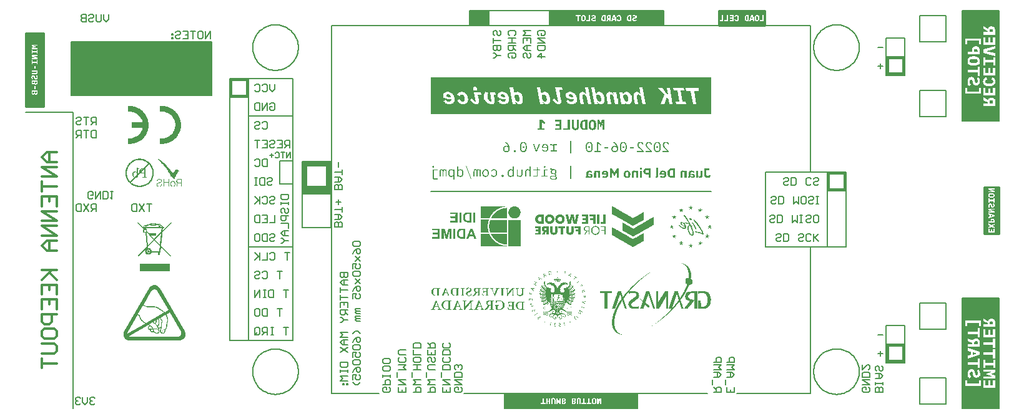
<source format=gbo>
G04*
G04 #@! TF.GenerationSoftware,Altium Limited,Altium Designer,21.1.1 (26)*
G04*
G04 Layer_Color=32896*
%FSLAX25Y25*%
%MOIN*%
G70*
G04*
G04 #@! TF.SameCoordinates,699B9FA1-69CE-4F8E-812B-AA759A78C5B1*
G04*
G04*
G04 #@! TF.FilePolarity,Positive*
G04*
G01*
G75*
%ADD10C,0.00600*%
%ADD12C,0.00787*%
%ADD13C,0.01181*%
%ADD15C,0.01000*%
%ADD17R,0.01700X0.10200*%
%ADD18R,0.10200X0.01700*%
%ADD19R,0.10200X0.01500*%
%ADD21R,0.01600X0.10000*%
%ADD22R,0.10000X0.01600*%
%ADD23R,0.02700X0.15200*%
%ADD24R,0.15600X0.05000*%
%ADD25R,0.15400X0.02700*%
%ADD166R,0.74803X0.28543*%
%ADD167R,0.10827X0.07874*%
G36*
X556390Y434862D02*
Y434840D01*
Y434818D01*
Y434796D01*
Y434774D01*
Y434752D01*
X556368D01*
Y434730D01*
X556080D01*
Y434708D01*
X556036D01*
Y434686D01*
X555947D01*
Y434663D01*
X555372D01*
Y434641D01*
X555350D01*
Y434619D01*
X554996D01*
Y434597D01*
X554974D01*
Y434575D01*
X554687D01*
Y434553D01*
X554665D01*
Y434531D01*
X554620D01*
Y434509D01*
X554421D01*
Y434486D01*
X554399D01*
Y434464D01*
X554178D01*
Y434442D01*
X554156D01*
Y434420D01*
X554134D01*
Y434398D01*
X553957D01*
Y434376D01*
X553935D01*
Y434354D01*
X553758D01*
Y434332D01*
X553736D01*
Y434309D01*
X553581D01*
Y434287D01*
X553559D01*
Y434265D01*
Y434243D01*
X553404D01*
Y434221D01*
Y434199D01*
X553271D01*
Y434177D01*
X553249D01*
Y434155D01*
X553227D01*
Y434132D01*
X553161D01*
Y434155D01*
X553138D01*
Y434132D01*
X553094D01*
Y434110D01*
X553072D01*
Y434088D01*
X552940D01*
Y434066D01*
X552917D01*
Y434044D01*
X552829D01*
Y434022D01*
X552807D01*
Y434000D01*
X552785D01*
Y433978D01*
X552674D01*
Y433956D01*
X552652D01*
Y433933D01*
X552563D01*
Y433911D01*
X552519D01*
Y433889D01*
X552497D01*
Y433867D01*
X552409D01*
Y433845D01*
X552387D01*
Y433823D01*
X552298D01*
Y433801D01*
Y433779D01*
X552210D01*
Y433756D01*
X552187D01*
Y433734D01*
X552165D01*
Y433712D01*
X552077D01*
Y433690D01*
X552055D01*
Y433668D01*
X551988D01*
Y433646D01*
X551966D01*
Y433624D01*
X551944D01*
Y433602D01*
X551856D01*
Y433580D01*
X551834D01*
Y433558D01*
X551767D01*
Y433535D01*
X551745D01*
Y433513D01*
X551679D01*
Y433491D01*
X551657D01*
Y433469D01*
X551635D01*
Y433447D01*
X551546D01*
Y433425D01*
Y433403D01*
X551458D01*
Y433381D01*
X551436D01*
Y433358D01*
X551413D01*
Y433336D01*
X551347D01*
Y433314D01*
X551325D01*
Y433292D01*
X551281D01*
Y433270D01*
X551259D01*
Y433248D01*
X551192D01*
Y433226D01*
X551170D01*
Y433204D01*
Y433181D01*
X551082D01*
Y433159D01*
X551059D01*
Y433137D01*
X551037D01*
Y433115D01*
X551015D01*
Y433093D01*
X550993D01*
Y433071D01*
X550927D01*
Y433049D01*
X550905D01*
Y433027D01*
X550860D01*
Y433005D01*
X550838D01*
Y432982D01*
X550772D01*
Y432960D01*
X550750D01*
Y432938D01*
X550728D01*
Y432916D01*
X550706D01*
Y432894D01*
X550683D01*
Y432872D01*
X550617D01*
Y432850D01*
X550595D01*
Y432828D01*
X550573D01*
Y432805D01*
X550551D01*
Y432783D01*
X550529D01*
Y432761D01*
X550440D01*
Y432739D01*
Y432717D01*
X550396D01*
Y432695D01*
X550374D01*
Y432673D01*
Y432651D01*
X550330D01*
Y432628D01*
X550285D01*
Y432606D01*
X550241D01*
Y432584D01*
X550219D01*
Y432562D01*
X550197D01*
Y432540D01*
X550175D01*
Y432518D01*
X550153D01*
Y432496D01*
X550131D01*
Y432474D01*
X550108D01*
Y432452D01*
X550042D01*
Y432429D01*
X550020D01*
Y432407D01*
X549998D01*
Y432385D01*
X549976D01*
Y432363D01*
X549954D01*
Y432341D01*
X549931D01*
Y432319D01*
X549909D01*
Y432297D01*
X549887D01*
Y432275D01*
X549865D01*
Y432253D01*
X549843D01*
Y432230D01*
X549799D01*
Y432208D01*
X549777D01*
Y432186D01*
X549732D01*
Y432164D01*
X549710D01*
Y432142D01*
X549688D01*
Y432120D01*
X549644D01*
Y432098D01*
X549622D01*
Y432076D01*
X549600D01*
Y432053D01*
X549578D01*
Y432031D01*
X549555D01*
Y432009D01*
X549533D01*
Y431987D01*
X549511D01*
Y431965D01*
X549489D01*
Y431943D01*
X549467D01*
Y431921D01*
X549445D01*
Y431899D01*
X549423D01*
Y431877D01*
X549401D01*
Y431854D01*
X549378D01*
Y431832D01*
X549356D01*
Y431810D01*
X549334D01*
Y431788D01*
X549312D01*
Y431766D01*
X549290D01*
Y431744D01*
X549268D01*
Y431722D01*
X549246D01*
Y431700D01*
X549224D01*
Y431677D01*
X549201D01*
Y431655D01*
X549179D01*
Y431633D01*
X549157D01*
Y431611D01*
X549135D01*
Y431589D01*
X549113D01*
Y431567D01*
X549091D01*
Y431545D01*
X549069D01*
Y431523D01*
X549047D01*
Y431500D01*
X549025D01*
Y431478D01*
X549003D01*
Y431456D01*
X548980D01*
Y431434D01*
X548958D01*
Y431412D01*
X548936D01*
Y431390D01*
X548914D01*
Y431368D01*
X548892D01*
Y431346D01*
X548870D01*
Y431323D01*
X548848D01*
Y431301D01*
X548826D01*
Y431279D01*
X548803D01*
Y431257D01*
X548781D01*
Y431235D01*
X548759D01*
Y431213D01*
X548737D01*
Y431191D01*
X548715D01*
Y431169D01*
X548693D01*
Y431147D01*
X548671D01*
Y431124D01*
X548649D01*
Y431102D01*
X548627D01*
Y431080D01*
Y431058D01*
X548604D01*
Y431036D01*
X548582D01*
Y431014D01*
Y430992D01*
X548560D01*
Y430970D01*
X548538D01*
Y430947D01*
Y430925D01*
X548516D01*
Y430903D01*
X548494D01*
Y430881D01*
X548472D01*
Y430859D01*
X548450D01*
Y430837D01*
X548427D01*
Y430815D01*
X548405D01*
Y430793D01*
X548361D01*
Y430771D01*
Y430749D01*
Y430726D01*
X548339D01*
Y430704D01*
X548317D01*
Y430682D01*
Y430660D01*
X548295D01*
Y430638D01*
X548273D01*
Y430616D01*
X548250D01*
Y430594D01*
X548228D01*
Y430572D01*
X548206D01*
Y430549D01*
Y430527D01*
X548184D01*
Y430505D01*
X548162D01*
Y430483D01*
Y430461D01*
Y430439D01*
X548140D01*
Y430417D01*
X548096D01*
Y430395D01*
Y430372D01*
X548051D01*
Y430350D01*
Y430328D01*
X548029D01*
Y430306D01*
Y430284D01*
X548007D01*
Y430262D01*
Y430240D01*
X547985D01*
Y430218D01*
X547963D01*
Y430196D01*
X547941D01*
Y430173D01*
X547919D01*
Y430151D01*
X547897D01*
Y430129D01*
Y430107D01*
Y430085D01*
X547874D01*
Y430063D01*
X547852D01*
Y430041D01*
X547830D01*
Y430019D01*
X547808D01*
Y429996D01*
X547786D01*
Y429974D01*
Y429952D01*
Y429930D01*
Y429908D01*
X547764D01*
Y429886D01*
X547742D01*
Y429864D01*
X547720D01*
Y429842D01*
X547697D01*
Y429819D01*
X547675D01*
Y429797D01*
Y429775D01*
Y429753D01*
X547653D01*
Y429731D01*
X547631D01*
Y429709D01*
X547609D01*
Y429687D01*
Y429665D01*
Y429643D01*
X547587D01*
Y429621D01*
X547565D01*
Y429598D01*
Y429576D01*
X547521D01*
Y429554D01*
Y429532D01*
Y429510D01*
Y429488D01*
X547498D01*
Y429466D01*
X547476D01*
Y429444D01*
X547454D01*
Y429421D01*
Y429399D01*
Y429377D01*
X547432D01*
Y429355D01*
X547410D01*
Y429333D01*
Y429311D01*
X547388D01*
Y429289D01*
X547366D01*
Y429267D01*
Y429244D01*
Y429222D01*
X547344D01*
Y429200D01*
Y429178D01*
X547322D01*
Y429156D01*
X547299D01*
Y429134D01*
Y429112D01*
X547277D01*
Y429090D01*
X547255D01*
Y429068D01*
Y429045D01*
Y429023D01*
Y429001D01*
X547233D01*
Y428979D01*
X547211D01*
Y428957D01*
X547189D01*
Y428935D01*
Y428913D01*
Y428891D01*
X547167D01*
Y428868D01*
X547145D01*
Y428846D01*
Y428824D01*
Y428802D01*
Y428780D01*
X547100D01*
Y428758D01*
Y428736D01*
Y428714D01*
Y428691D01*
X547078D01*
Y428669D01*
X547056D01*
Y428647D01*
X547034D01*
Y428625D01*
Y428603D01*
Y428581D01*
Y428559D01*
Y428537D01*
X547012D01*
Y428515D01*
X546990D01*
Y428492D01*
Y428470D01*
Y428448D01*
Y428426D01*
X546968D01*
Y428404D01*
X546923D01*
Y428382D01*
Y428360D01*
X542367D01*
Y428382D01*
X542345D01*
Y428404D01*
X542323D01*
Y428426D01*
Y428448D01*
X542301D01*
Y428470D01*
X542323D01*
Y428492D01*
Y428515D01*
Y428537D01*
Y428559D01*
Y428581D01*
Y428603D01*
Y428625D01*
Y428647D01*
Y428669D01*
Y428691D01*
Y428714D01*
Y428736D01*
Y428758D01*
Y428780D01*
Y428802D01*
Y428824D01*
Y428846D01*
Y428868D01*
Y428891D01*
Y428913D01*
Y428935D01*
Y428957D01*
Y428979D01*
Y429001D01*
Y429023D01*
Y429045D01*
Y429068D01*
Y429090D01*
Y429112D01*
Y429134D01*
Y429156D01*
Y429178D01*
Y429200D01*
Y429222D01*
Y429244D01*
Y429267D01*
Y429289D01*
Y429311D01*
Y429333D01*
Y429355D01*
Y429377D01*
Y429399D01*
Y429421D01*
Y429444D01*
Y429466D01*
Y429488D01*
Y429510D01*
Y429532D01*
Y429554D01*
Y429576D01*
Y429598D01*
Y429621D01*
Y429643D01*
Y429665D01*
Y429687D01*
Y429709D01*
Y429731D01*
Y429753D01*
Y429775D01*
Y429797D01*
Y429819D01*
Y429842D01*
Y429864D01*
Y429886D01*
Y429908D01*
Y429930D01*
Y429952D01*
Y429974D01*
Y429996D01*
Y430019D01*
Y430041D01*
Y430063D01*
Y430085D01*
Y430107D01*
Y430129D01*
Y430151D01*
Y430173D01*
Y430196D01*
Y430218D01*
Y430240D01*
Y430262D01*
Y430284D01*
Y430306D01*
Y430328D01*
Y430350D01*
Y430372D01*
Y430395D01*
Y430417D01*
Y430439D01*
Y430461D01*
Y430483D01*
Y430505D01*
Y430527D01*
Y430549D01*
Y430572D01*
Y430594D01*
Y430616D01*
Y430638D01*
Y430660D01*
Y430682D01*
Y430704D01*
Y430726D01*
Y430749D01*
Y430771D01*
Y430793D01*
Y430815D01*
Y430837D01*
Y430859D01*
Y430881D01*
Y430903D01*
Y430925D01*
Y430947D01*
Y430970D01*
Y430992D01*
Y431014D01*
Y431036D01*
Y431058D01*
Y431080D01*
Y431102D01*
Y431124D01*
Y431147D01*
Y431169D01*
Y431191D01*
Y431213D01*
Y431235D01*
Y431257D01*
Y431279D01*
Y431301D01*
Y431323D01*
Y431346D01*
Y431368D01*
Y431390D01*
Y431412D01*
Y431434D01*
Y431456D01*
Y431478D01*
Y431500D01*
Y431523D01*
Y431545D01*
Y431567D01*
Y431589D01*
Y431611D01*
Y431633D01*
Y431655D01*
Y431677D01*
Y431700D01*
Y431722D01*
Y431744D01*
Y431766D01*
Y431788D01*
Y431810D01*
Y431832D01*
Y431854D01*
Y431877D01*
Y431899D01*
Y431921D01*
Y431943D01*
Y431965D01*
Y431987D01*
Y432009D01*
Y432031D01*
Y432053D01*
Y432076D01*
Y432098D01*
Y432120D01*
Y432142D01*
Y432164D01*
Y432186D01*
Y432208D01*
Y432230D01*
Y432253D01*
Y432275D01*
Y432297D01*
Y432319D01*
Y432341D01*
Y432363D01*
Y432385D01*
Y432407D01*
Y432429D01*
Y432452D01*
Y432474D01*
Y432496D01*
Y432518D01*
Y432540D01*
Y432562D01*
Y432584D01*
Y432606D01*
Y432628D01*
Y432651D01*
Y432673D01*
Y432695D01*
Y432717D01*
Y432739D01*
Y432761D01*
Y432783D01*
Y432805D01*
Y432828D01*
Y432850D01*
Y432872D01*
Y432894D01*
Y432916D01*
Y432938D01*
Y432960D01*
Y432982D01*
Y433005D01*
Y433027D01*
Y433049D01*
Y433071D01*
Y433093D01*
Y433115D01*
Y433137D01*
Y433159D01*
Y433181D01*
Y433204D01*
Y433226D01*
Y433248D01*
Y433270D01*
Y433292D01*
Y433314D01*
Y433336D01*
Y433358D01*
Y433381D01*
Y433403D01*
Y433425D01*
Y433447D01*
Y433469D01*
Y433491D01*
Y433513D01*
Y433535D01*
Y433558D01*
Y433580D01*
Y433602D01*
Y433624D01*
Y433646D01*
Y433668D01*
Y433690D01*
Y433712D01*
Y433734D01*
Y433756D01*
Y433779D01*
Y433801D01*
Y433823D01*
Y433845D01*
Y433867D01*
Y433889D01*
Y433911D01*
Y433933D01*
Y433956D01*
Y433978D01*
Y434000D01*
Y434022D01*
Y434044D01*
Y434066D01*
Y434088D01*
Y434110D01*
Y434132D01*
Y434155D01*
Y434177D01*
Y434199D01*
Y434221D01*
Y434243D01*
Y434265D01*
Y434287D01*
Y434309D01*
Y434332D01*
Y434354D01*
Y434376D01*
Y434398D01*
Y434420D01*
Y434442D01*
Y434464D01*
Y434486D01*
Y434509D01*
Y434531D01*
Y434553D01*
Y434575D01*
Y434597D01*
Y434619D01*
Y434641D01*
Y434663D01*
Y434686D01*
Y434708D01*
Y434730D01*
Y434752D01*
Y434774D01*
Y434796D01*
Y434818D01*
Y434840D01*
Y434862D01*
Y434885D01*
X556390D01*
Y434862D01*
D02*
G37*
G36*
X654512Y435179D02*
X654559D01*
Y435132D01*
X654605D01*
Y435086D01*
Y435039D01*
Y434993D01*
Y434946D01*
Y434900D01*
Y434853D01*
Y434807D01*
Y434760D01*
Y434714D01*
Y434667D01*
X654652D01*
Y434621D01*
Y434574D01*
X654698D01*
Y434528D01*
Y434481D01*
Y434435D01*
X654745D01*
Y434388D01*
X655442D01*
Y434342D01*
Y434295D01*
X655396D01*
Y434249D01*
X655303D01*
Y434202D01*
X655256D01*
Y434156D01*
Y434109D01*
X655210D01*
Y434063D01*
X655163D01*
Y434016D01*
X655117D01*
Y433970D01*
X655070D01*
Y433923D01*
X654977D01*
Y433877D01*
Y433830D01*
Y433784D01*
X655024D01*
Y433737D01*
Y433691D01*
Y433644D01*
X655070D01*
Y433598D01*
Y433551D01*
Y433505D01*
X655117D01*
Y433458D01*
Y433412D01*
Y433365D01*
X655163D01*
Y433319D01*
Y433272D01*
Y433226D01*
X655210D01*
Y433179D01*
Y433133D01*
X655070D01*
Y433179D01*
X655024D01*
Y433226D01*
X654838D01*
Y433272D01*
X654745D01*
Y433319D01*
X654698D01*
Y433365D01*
X654605D01*
Y433412D01*
Y433458D01*
X654559D01*
Y433505D01*
Y433551D01*
X654419D01*
Y433505D01*
X654373D01*
Y433458D01*
X654280D01*
Y433412D01*
X654233D01*
Y433365D01*
X654187D01*
Y433319D01*
X654094D01*
Y433272D01*
X654001D01*
Y433226D01*
X653954D01*
Y433179D01*
X653861D01*
Y433133D01*
X653815D01*
Y433086D01*
X653768D01*
Y433040D01*
X653722D01*
Y433086D01*
Y433133D01*
Y433179D01*
X653768D01*
Y433226D01*
Y433272D01*
X653815D01*
Y433319D01*
Y433365D01*
Y433412D01*
Y433458D01*
X653861D01*
Y433505D01*
X653908D01*
Y433551D01*
Y433598D01*
Y433644D01*
Y433691D01*
X653954D01*
Y433737D01*
Y433784D01*
X654001D01*
Y433830D01*
Y433877D01*
Y433923D01*
X653908D01*
Y433970D01*
X653861D01*
Y434016D01*
X653768D01*
Y434063D01*
X653722D01*
Y434109D01*
X653629D01*
Y434156D01*
X653582D01*
Y434202D01*
X653536D01*
Y434249D01*
X653443D01*
Y434295D01*
X653396D01*
Y434342D01*
Y434388D01*
X654094D01*
Y434435D01*
X654140D01*
Y434481D01*
Y434528D01*
Y434574D01*
X654187D01*
Y434621D01*
X654233D01*
Y434667D01*
Y434714D01*
Y434760D01*
Y434807D01*
X654280D01*
Y434853D01*
Y434900D01*
Y434946D01*
X654326D01*
Y434993D01*
Y435039D01*
X654373D01*
Y435086D01*
Y435132D01*
Y435179D01*
X654419D01*
Y435225D01*
X654512D01*
Y435179D01*
D02*
G37*
G36*
X659627Y433784D02*
Y433737D01*
Y433691D01*
Y433644D01*
X659674D01*
Y433598D01*
Y433551D01*
Y433505D01*
X659720D01*
Y433458D01*
Y433412D01*
Y433365D01*
Y433319D01*
X659767D01*
Y433272D01*
X659813D01*
Y433226D01*
X659860D01*
Y433179D01*
Y433133D01*
X660743D01*
Y433086D01*
Y433040D01*
X660697D01*
Y432993D01*
X660650D01*
Y432947D01*
X660604D01*
Y432900D01*
X660511D01*
Y432854D01*
X660418D01*
Y432807D01*
X660371D01*
Y432761D01*
X660325D01*
Y432714D01*
X660278D01*
Y432668D01*
X660185D01*
Y432621D01*
X660139D01*
Y432575D01*
X660046D01*
Y432528D01*
Y432482D01*
Y432435D01*
Y432389D01*
Y432342D01*
Y432296D01*
Y432249D01*
X660092D01*
Y432203D01*
Y432156D01*
Y432110D01*
X660139D01*
Y432063D01*
Y432017D01*
X660185D01*
Y431970D01*
Y431924D01*
Y431877D01*
X660232D01*
Y431831D01*
Y431784D01*
X660278D01*
Y431738D01*
Y431691D01*
X660139D01*
Y431738D01*
Y431784D01*
X660092D01*
Y431831D01*
X660046D01*
Y431877D01*
X659999D01*
Y431924D01*
X659953D01*
Y431970D01*
X659906D01*
Y432017D01*
X659720D01*
Y432063D01*
X659674D01*
Y432110D01*
X659488D01*
Y432063D01*
X659395D01*
Y432017D01*
X659209D01*
Y431970D01*
X659162D01*
Y431924D01*
X659069D01*
Y431877D01*
X659023D01*
Y431831D01*
X658976D01*
Y431784D01*
X658837D01*
Y431831D01*
Y431877D01*
Y431924D01*
Y431970D01*
Y432017D01*
Y432063D01*
X658883D01*
Y432110D01*
X658930D01*
Y432156D01*
Y432203D01*
Y432249D01*
Y432296D01*
Y432342D01*
X658976D01*
Y432389D01*
Y432435D01*
X659023D01*
Y432482D01*
Y432528D01*
Y432575D01*
X658883D01*
Y432621D01*
X658837D01*
Y432668D01*
Y432714D01*
X658790D01*
Y432761D01*
X658744D01*
Y432807D01*
X658651D01*
Y432854D01*
X658604D01*
Y432900D01*
X658511D01*
Y432947D01*
X658465D01*
Y432993D01*
X658418D01*
Y433040D01*
X658325D01*
Y433086D01*
Y433133D01*
X659255D01*
Y433179D01*
Y433226D01*
X659302D01*
Y433272D01*
X659348D01*
Y433319D01*
Y433365D01*
X659395D01*
Y433412D01*
Y433458D01*
Y433505D01*
Y433551D01*
X659441D01*
Y433598D01*
Y433644D01*
X659488D01*
Y433691D01*
Y433737D01*
Y433784D01*
Y433830D01*
X659627D01*
Y433784D01*
D02*
G37*
G36*
X649443D02*
Y433737D01*
X649490D01*
Y433691D01*
Y433644D01*
Y433598D01*
X649537D01*
Y433551D01*
Y433505D01*
Y433458D01*
X649583D01*
Y433412D01*
Y433365D01*
Y433319D01*
Y433272D01*
X649630D01*
Y433226D01*
X649676D01*
Y433179D01*
X649722D01*
Y433133D01*
X650513D01*
Y433086D01*
X650560D01*
Y433040D01*
X650467D01*
Y432993D01*
X650374D01*
Y432947D01*
Y432900D01*
X650327D01*
Y432854D01*
Y432807D01*
X650234D01*
Y432761D01*
X650141D01*
Y432714D01*
X650095D01*
Y432668D01*
X650048D01*
Y432621D01*
X650002D01*
Y432575D01*
X649862D01*
Y432528D01*
X649816D01*
Y432482D01*
Y432435D01*
X649862D01*
Y432389D01*
X649909D01*
Y432342D01*
Y432296D01*
Y432249D01*
Y432203D01*
X649955D01*
Y432156D01*
Y432110D01*
X650002D01*
Y432063D01*
Y432017D01*
X650048D01*
Y431970D01*
Y431924D01*
Y431877D01*
X650095D01*
Y431831D01*
X650141D01*
Y431784D01*
Y431738D01*
Y431691D01*
X650002D01*
Y431738D01*
X649955D01*
Y431784D01*
X649909D01*
Y431831D01*
X649862D01*
Y431877D01*
X649816D01*
Y431924D01*
X649769D01*
Y431970D01*
Y432017D01*
X649537D01*
Y432063D01*
X649490D01*
Y432110D01*
X649397D01*
Y432156D01*
X649304D01*
Y432110D01*
X649211D01*
Y432063D01*
X649164D01*
Y432017D01*
X649072D01*
Y431970D01*
X649025D01*
Y431924D01*
X648932D01*
Y431877D01*
X648885D01*
Y431831D01*
X648839D01*
Y431784D01*
X648746D01*
Y431738D01*
X648606D01*
Y431784D01*
Y431831D01*
X648653D01*
Y431877D01*
Y431924D01*
Y431970D01*
X648700D01*
Y432017D01*
Y432063D01*
X648746D01*
Y432110D01*
X648793D01*
Y432156D01*
Y432203D01*
Y432249D01*
Y432296D01*
Y432342D01*
X648839D01*
Y432389D01*
Y432435D01*
X648885D01*
Y432482D01*
Y432528D01*
Y432575D01*
X648746D01*
Y432621D01*
X648653D01*
Y432668D01*
X648606D01*
Y432714D01*
X648560D01*
Y432761D01*
Y432807D01*
X648514D01*
Y432854D01*
X648467D01*
Y432900D01*
X648374D01*
Y432947D01*
X648327D01*
Y432993D01*
X648281D01*
Y433040D01*
X648235D01*
Y433086D01*
Y433133D01*
X649072D01*
Y433179D01*
X649118D01*
Y433226D01*
Y433272D01*
Y433319D01*
Y433365D01*
Y433412D01*
Y433458D01*
X649164D01*
Y433505D01*
X649211D01*
Y433551D01*
Y433598D01*
Y433644D01*
Y433691D01*
Y433737D01*
X649258D01*
Y433784D01*
Y433830D01*
X649443D01*
Y433784D01*
D02*
G37*
G36*
X556257Y433956D02*
X556279D01*
Y433933D01*
Y433911D01*
Y433889D01*
Y433867D01*
Y433845D01*
Y433823D01*
Y433801D01*
Y433779D01*
Y433756D01*
Y433734D01*
Y433712D01*
Y433690D01*
Y433668D01*
Y433646D01*
Y433624D01*
Y433602D01*
Y433580D01*
Y433558D01*
Y433535D01*
Y433513D01*
Y433491D01*
Y433469D01*
Y433447D01*
Y433425D01*
Y433403D01*
Y433381D01*
Y433358D01*
Y433336D01*
Y433314D01*
Y433292D01*
Y433270D01*
Y433248D01*
Y433226D01*
Y433204D01*
Y433181D01*
Y433159D01*
Y433137D01*
Y433115D01*
Y433093D01*
Y433071D01*
Y433049D01*
Y433027D01*
Y433005D01*
Y432982D01*
Y432960D01*
Y432938D01*
Y432916D01*
Y432894D01*
Y432872D01*
Y432850D01*
Y432828D01*
Y432805D01*
Y432783D01*
Y432761D01*
Y432739D01*
Y432717D01*
Y432695D01*
Y432673D01*
Y432651D01*
Y432628D01*
Y432606D01*
Y432584D01*
Y432562D01*
Y432540D01*
Y432518D01*
Y432496D01*
Y432474D01*
Y432452D01*
Y432429D01*
Y432407D01*
Y432385D01*
Y432363D01*
Y432341D01*
Y432319D01*
Y432297D01*
Y432275D01*
Y432253D01*
Y432230D01*
Y432208D01*
Y432186D01*
Y432164D01*
Y432142D01*
Y432120D01*
Y432098D01*
Y432076D01*
Y432053D01*
Y432031D01*
Y432009D01*
Y431987D01*
Y431965D01*
Y431943D01*
Y431921D01*
Y431899D01*
Y431877D01*
Y431854D01*
Y431832D01*
Y431810D01*
Y431788D01*
Y431766D01*
Y431744D01*
Y431722D01*
Y431700D01*
Y431677D01*
Y431655D01*
Y431633D01*
Y431611D01*
Y431589D01*
Y431567D01*
Y431545D01*
Y431523D01*
Y431500D01*
Y431478D01*
Y431456D01*
Y431434D01*
Y431412D01*
Y431390D01*
Y431368D01*
Y431346D01*
Y431323D01*
Y431301D01*
Y431279D01*
Y431257D01*
Y431235D01*
Y431213D01*
Y431191D01*
Y431169D01*
Y431147D01*
Y431124D01*
Y431102D01*
Y431080D01*
Y431058D01*
Y431036D01*
Y431014D01*
Y430992D01*
Y430970D01*
Y430947D01*
Y430925D01*
Y430903D01*
Y430881D01*
Y430859D01*
Y430837D01*
Y430815D01*
Y430793D01*
Y430771D01*
Y430749D01*
Y430726D01*
Y430704D01*
Y430682D01*
Y430660D01*
Y430638D01*
Y430616D01*
Y430594D01*
Y430572D01*
Y430549D01*
Y430527D01*
Y430505D01*
Y430483D01*
Y430461D01*
Y430439D01*
Y430417D01*
Y430395D01*
Y430372D01*
Y430350D01*
Y430328D01*
Y430306D01*
Y430284D01*
Y430262D01*
Y430240D01*
Y430218D01*
Y430196D01*
Y430173D01*
Y430151D01*
Y430129D01*
Y430107D01*
Y430085D01*
Y430063D01*
Y430041D01*
Y430019D01*
Y429996D01*
Y429974D01*
Y429952D01*
Y429930D01*
Y429908D01*
Y429886D01*
Y429864D01*
Y429842D01*
Y429819D01*
Y429797D01*
Y429775D01*
Y429753D01*
Y429731D01*
Y429709D01*
Y429687D01*
Y429665D01*
Y429643D01*
Y429621D01*
Y429598D01*
Y429576D01*
Y429554D01*
Y429532D01*
Y429510D01*
Y429488D01*
Y429466D01*
Y429444D01*
Y429421D01*
Y429399D01*
Y429377D01*
Y429355D01*
Y429333D01*
Y429311D01*
Y429289D01*
Y429267D01*
Y429244D01*
Y429222D01*
Y429200D01*
Y429178D01*
Y429156D01*
Y429134D01*
Y429112D01*
Y429090D01*
Y429068D01*
Y429045D01*
Y429023D01*
Y429001D01*
Y428979D01*
Y428957D01*
Y428935D01*
Y428913D01*
Y428891D01*
Y428868D01*
Y428846D01*
Y428824D01*
Y428802D01*
Y428780D01*
Y428758D01*
Y428736D01*
Y428714D01*
Y428691D01*
Y428669D01*
Y428647D01*
Y428625D01*
Y428603D01*
Y428581D01*
Y428559D01*
Y428537D01*
Y428515D01*
Y428492D01*
Y428470D01*
Y428448D01*
Y428426D01*
X556257D01*
Y428404D01*
X547786D01*
Y428426D01*
Y428448D01*
Y428470D01*
Y428492D01*
X547808D01*
Y428515D01*
X547830D01*
Y428537D01*
Y428559D01*
X547852D01*
Y428581D01*
X547874D01*
Y428603D01*
Y428625D01*
X547897D01*
Y428647D01*
Y428669D01*
Y428691D01*
X547919D01*
Y428714D01*
X547941D01*
Y428736D01*
Y428758D01*
Y428780D01*
X547963D01*
Y428802D01*
X547985D01*
Y428824D01*
Y428846D01*
Y428868D01*
X548007D01*
Y428891D01*
X548029D01*
Y428913D01*
X548051D01*
Y428935D01*
Y428957D01*
Y428979D01*
X548073D01*
Y429001D01*
X548096D01*
Y429023D01*
Y429045D01*
Y429068D01*
X548118D01*
Y429090D01*
X548140D01*
Y429112D01*
X548162D01*
Y429134D01*
Y429156D01*
X548184D01*
Y429178D01*
X548206D01*
Y429200D01*
Y429222D01*
Y429244D01*
X548228D01*
Y429267D01*
X548250D01*
Y429289D01*
Y429311D01*
X548273D01*
Y429333D01*
Y429355D01*
X548295D01*
Y429377D01*
X548317D01*
Y429399D01*
Y429421D01*
X548339D01*
Y429444D01*
X548361D01*
Y429466D01*
Y429488D01*
Y429510D01*
X548383D01*
Y429532D01*
X548405D01*
Y429554D01*
X548427D01*
Y429576D01*
Y429598D01*
X548450D01*
Y429621D01*
X548472D01*
Y429643D01*
Y429665D01*
X548494D01*
Y429687D01*
X548516D01*
Y429709D01*
X548538D01*
Y429731D01*
Y429753D01*
X548560D01*
Y429775D01*
X548582D01*
Y429797D01*
Y429819D01*
X548604D01*
Y429842D01*
X548627D01*
Y429864D01*
Y429886D01*
X548671D01*
Y429908D01*
X548693D01*
Y429930D01*
Y429952D01*
Y429974D01*
X548715D01*
Y429996D01*
X548737D01*
Y430019D01*
Y430041D01*
X548759D01*
Y430063D01*
X548781D01*
Y430085D01*
X548803D01*
Y430107D01*
X548826D01*
Y430129D01*
X548848D01*
Y430151D01*
Y430173D01*
Y430196D01*
X548870D01*
Y430218D01*
X548892D01*
Y430240D01*
X548914D01*
Y430262D01*
X548936D01*
Y430284D01*
X548958D01*
Y430306D01*
X548980D01*
Y430328D01*
X549003D01*
Y430350D01*
X549025D01*
Y430372D01*
X549047D01*
Y430395D01*
Y430417D01*
X549069D01*
Y430439D01*
Y430461D01*
X549091D01*
Y430483D01*
X549113D01*
Y430505D01*
Y430527D01*
X549157D01*
Y430549D01*
Y430572D01*
X549179D01*
Y430594D01*
X549201D01*
Y430616D01*
X549224D01*
Y430638D01*
X549246D01*
Y430660D01*
X549268D01*
Y430682D01*
X549290D01*
Y430704D01*
X549312D01*
Y430726D01*
X549334D01*
Y430749D01*
X549356D01*
Y430771D01*
X549378D01*
Y430793D01*
X549401D01*
Y430815D01*
X549423D01*
Y430837D01*
Y430859D01*
X549467D01*
Y430881D01*
Y430903D01*
X549489D01*
Y430925D01*
X549511D01*
Y430947D01*
X549533D01*
Y430970D01*
X549555D01*
Y430992D01*
X549578D01*
Y431014D01*
X549600D01*
Y431036D01*
X549622D01*
Y431058D01*
X549644D01*
Y431080D01*
X549666D01*
Y431102D01*
X549688D01*
Y431124D01*
X549710D01*
Y431147D01*
X549732D01*
Y431169D01*
X549754D01*
Y431191D01*
X549777D01*
Y431213D01*
X549799D01*
Y431235D01*
X549821D01*
Y431257D01*
X549843D01*
Y431279D01*
X549887D01*
Y431301D01*
X549909D01*
Y431323D01*
X549931D01*
Y431346D01*
X549954D01*
Y431368D01*
X549976D01*
Y431390D01*
X549998D01*
Y431412D01*
X550020D01*
Y431434D01*
X550042D01*
Y431456D01*
X550064D01*
Y431478D01*
X550086D01*
Y431500D01*
X550108D01*
Y431523D01*
X550131D01*
Y431545D01*
X550153D01*
Y431567D01*
X550175D01*
Y431589D01*
X550197D01*
Y431611D01*
X550219D01*
Y431633D01*
X550241D01*
Y431655D01*
X550285D01*
Y431677D01*
X550307D01*
Y431700D01*
X550352D01*
Y431722D01*
X550374D01*
Y431744D01*
X550418D01*
Y431766D01*
X550440D01*
Y431788D01*
X550462D01*
Y431810D01*
X550484D01*
Y431832D01*
X550506D01*
Y431854D01*
X550529D01*
Y431877D01*
X550551D01*
Y431899D01*
X550573D01*
Y431921D01*
X550639D01*
Y431943D01*
X550661D01*
Y431965D01*
X550683D01*
Y431987D01*
X550706D01*
Y432009D01*
X550728D01*
Y432031D01*
X550750D01*
Y432053D01*
X550772D01*
Y432076D01*
X550816D01*
Y432098D01*
X550838D01*
Y432120D01*
X550905D01*
Y432142D01*
Y432164D01*
X550927D01*
Y432186D01*
X550971D01*
Y432208D01*
X550993D01*
Y432230D01*
X551059D01*
Y432253D01*
X551082D01*
Y432275D01*
X551104D01*
Y432297D01*
X551126D01*
Y432319D01*
X551148D01*
Y432341D01*
X551214D01*
Y432363D01*
X551236D01*
Y432385D01*
X551281D01*
Y432407D01*
X551303D01*
Y432429D01*
X551347D01*
Y432452D01*
X551391D01*
Y432474D01*
Y432496D01*
X551436D01*
Y432518D01*
X551458D01*
Y432540D01*
X551524D01*
Y432562D01*
X551546D01*
Y432584D01*
X551568D01*
Y432606D01*
X551635D01*
Y432628D01*
X551657D01*
Y432651D01*
X551723D01*
Y432673D01*
X551745D01*
Y432695D01*
X551789D01*
Y432717D01*
X551812D01*
Y432739D01*
X551834D01*
Y432761D01*
X551922D01*
Y432783D01*
Y432805D01*
X552010D01*
Y432828D01*
X552033D01*
Y432850D01*
Y432872D01*
X552121D01*
Y432894D01*
X552143D01*
Y432916D01*
X552210D01*
Y432938D01*
X552232D01*
Y432960D01*
X552254D01*
Y432982D01*
X552342D01*
Y433005D01*
X552364D01*
Y433027D01*
X552453D01*
Y433049D01*
Y433071D01*
X552541D01*
Y433093D01*
X552563D01*
Y433115D01*
X552586D01*
Y433137D01*
X552674D01*
Y433159D01*
Y433181D01*
X552785D01*
Y433204D01*
X552807D01*
Y433226D01*
X552851D01*
Y433248D01*
X552940D01*
Y433270D01*
Y433292D01*
X553072D01*
Y433314D01*
X553094D01*
Y433336D01*
X553183D01*
Y433358D01*
X553205D01*
Y433381D01*
X553227D01*
Y433403D01*
X553360D01*
Y433425D01*
Y433447D01*
X553492D01*
Y433469D01*
X553514D01*
Y433491D01*
X553537D01*
Y433513D01*
X553669D01*
Y433535D01*
X553691D01*
Y433558D01*
X553846D01*
Y433580D01*
X553868D01*
Y433602D01*
X554023D01*
Y433624D01*
X554045D01*
Y433646D01*
X554090D01*
Y433668D01*
X554244D01*
Y433690D01*
X554267D01*
Y433712D01*
X554466D01*
Y433734D01*
X554488D01*
Y433756D01*
X554532D01*
Y433779D01*
X554709D01*
Y433801D01*
X554731D01*
Y433823D01*
X555019D01*
Y433845D01*
X555041D01*
Y433867D01*
X555328D01*
Y433889D01*
X555395D01*
Y433911D01*
X555439D01*
Y433933D01*
X555992D01*
Y433956D01*
X556080D01*
Y433978D01*
X556257D01*
Y433956D01*
D02*
G37*
G36*
X560393Y434796D02*
X560526D01*
Y434774D01*
X560968D01*
Y434752D01*
X560990D01*
Y434730D01*
X561145D01*
Y434708D01*
X561167D01*
Y434686D01*
X561212D01*
Y434663D01*
X561366D01*
Y434641D01*
X561389D01*
Y434619D01*
X561477D01*
Y434597D01*
X561499D01*
Y434575D01*
X561610D01*
Y434553D01*
X561632D01*
Y434531D01*
X561654D01*
Y434509D01*
X561742D01*
Y434486D01*
Y434464D01*
X561831D01*
Y434442D01*
X561853D01*
Y434420D01*
X561919D01*
Y434398D01*
X561941D01*
Y434376D01*
X561964D01*
Y434354D01*
X562030D01*
Y434332D01*
X562052D01*
Y434309D01*
X562096D01*
Y434287D01*
X562118D01*
Y434265D01*
Y434243D01*
X562207D01*
Y434221D01*
X562229D01*
Y434199D01*
X562251D01*
Y434177D01*
X562273D01*
Y434155D01*
X562295D01*
Y434132D01*
X562318D01*
Y434110D01*
X562340D01*
Y434088D01*
X562384D01*
Y434066D01*
X562428D01*
Y434044D01*
X562472D01*
Y434022D01*
X562495D01*
Y434000D01*
Y433978D01*
X562539D01*
Y433956D01*
Y433933D01*
X562583D01*
Y433911D01*
Y433889D01*
X562605D01*
Y433867D01*
X562649D01*
Y433845D01*
Y433823D01*
X562694D01*
Y433801D01*
Y433779D01*
X562738D01*
Y433756D01*
X562760D01*
Y433734D01*
Y433712D01*
X562804D01*
Y433690D01*
Y433668D01*
X562826D01*
Y433646D01*
X562848D01*
Y433624D01*
Y433602D01*
Y433580D01*
X562871D01*
Y433558D01*
X562893D01*
Y433535D01*
X562915D01*
Y433513D01*
X562937D01*
Y433491D01*
X562959D01*
Y433469D01*
X562981D01*
Y433447D01*
Y433425D01*
X563003D01*
Y433403D01*
X563025D01*
Y433381D01*
Y433358D01*
X563047D01*
Y433336D01*
X563069D01*
Y433314D01*
Y433292D01*
Y433270D01*
X563092D01*
Y433248D01*
X563114D01*
Y433226D01*
Y433204D01*
X563136D01*
Y433181D01*
X563180D01*
Y433159D01*
Y433137D01*
Y433115D01*
Y433093D01*
X563202D01*
Y433071D01*
X563224D01*
Y433049D01*
Y433027D01*
Y433005D01*
Y432982D01*
X563269D01*
Y432960D01*
X563291D01*
Y432938D01*
Y432916D01*
Y432894D01*
Y432872D01*
X563313D01*
Y432850D01*
X563335D01*
Y432828D01*
Y432805D01*
Y432783D01*
Y432761D01*
X563379D01*
Y432739D01*
Y432717D01*
Y432695D01*
Y432673D01*
Y432651D01*
Y432628D01*
Y432606D01*
X563401D01*
Y432584D01*
Y432562D01*
X563423D01*
Y432540D01*
X563446D01*
Y432518D01*
Y432496D01*
Y432474D01*
Y432452D01*
Y432429D01*
X563468D01*
Y432407D01*
X563490D01*
Y432385D01*
Y432363D01*
Y432341D01*
Y432319D01*
Y432297D01*
Y432275D01*
Y432253D01*
Y432230D01*
Y432208D01*
Y432186D01*
Y432164D01*
Y432142D01*
X563512D01*
Y432120D01*
X563534D01*
Y432098D01*
Y432076D01*
X563556D01*
Y432053D01*
Y432031D01*
Y432009D01*
Y431987D01*
Y431965D01*
Y431943D01*
Y431921D01*
Y431899D01*
Y431877D01*
Y431854D01*
Y431832D01*
Y431810D01*
Y431788D01*
Y431766D01*
Y431744D01*
Y431722D01*
Y431700D01*
X563578D01*
Y431677D01*
Y431655D01*
X563600D01*
Y431633D01*
Y431611D01*
Y431589D01*
Y431567D01*
Y431545D01*
Y431523D01*
Y431500D01*
Y431478D01*
X563578D01*
Y431456D01*
X563556D01*
Y431434D01*
Y431412D01*
Y431390D01*
Y431368D01*
Y431346D01*
Y431323D01*
Y431301D01*
Y431279D01*
Y431257D01*
Y431235D01*
Y431213D01*
Y431191D01*
Y431169D01*
Y431147D01*
Y431124D01*
Y431102D01*
Y431080D01*
X563534D01*
Y431058D01*
Y431036D01*
X563512D01*
Y431014D01*
X563490D01*
Y430992D01*
Y430970D01*
Y430947D01*
Y430925D01*
Y430903D01*
Y430881D01*
Y430859D01*
Y430837D01*
Y430815D01*
Y430793D01*
Y430771D01*
Y430749D01*
X563446D01*
Y430726D01*
Y430704D01*
Y430682D01*
Y430660D01*
Y430638D01*
Y430616D01*
X563423D01*
Y430594D01*
X563401D01*
Y430572D01*
X563379D01*
Y430549D01*
Y430527D01*
Y430505D01*
Y430483D01*
X563401D01*
Y430461D01*
X563379D01*
Y430439D01*
X563357D01*
Y430417D01*
X563335D01*
Y430395D01*
Y430372D01*
Y430350D01*
Y430328D01*
X563313D01*
Y430306D01*
X563291D01*
Y430284D01*
Y430262D01*
Y430240D01*
Y430218D01*
X563269D01*
Y430196D01*
Y430173D01*
X563246D01*
Y430151D01*
X563224D01*
Y430129D01*
Y430107D01*
X563180D01*
Y430085D01*
Y430063D01*
Y430041D01*
Y430019D01*
X563158D01*
Y429996D01*
X563136D01*
Y429974D01*
X563114D01*
Y429952D01*
Y429930D01*
Y429908D01*
X563092D01*
Y429886D01*
X563069D01*
Y429864D01*
Y429842D01*
Y429819D01*
X563047D01*
Y429797D01*
X563025D01*
Y429775D01*
Y429753D01*
X563003D01*
Y429731D01*
X562981D01*
Y429709D01*
X562959D01*
Y429687D01*
X562937D01*
Y429665D01*
X562915D01*
Y429643D01*
X562893D01*
Y429621D01*
Y429598D01*
X562871D01*
Y429576D01*
Y429554D01*
X562848D01*
Y429532D01*
X562826D01*
Y429510D01*
X562804D01*
Y429488D01*
X562782D01*
Y429466D01*
X562760D01*
Y429444D01*
X562738D01*
Y429421D01*
X562716D01*
Y429399D01*
X562694D01*
Y429377D01*
X562671D01*
Y429355D01*
X562649D01*
Y429333D01*
X562627D01*
Y429311D01*
X562605D01*
Y429289D01*
X562583D01*
Y429267D01*
X562561D01*
Y429244D01*
X562539D01*
Y429222D01*
X562517D01*
Y429200D01*
X562495D01*
Y429178D01*
X562472D01*
Y429156D01*
X562450D01*
Y429134D01*
X562428D01*
Y429112D01*
X562406D01*
Y429090D01*
X562384D01*
Y429068D01*
X562362D01*
Y429045D01*
X562295D01*
Y429023D01*
X562273D01*
Y429001D01*
X562251D01*
Y428979D01*
X562229D01*
Y428957D01*
X562207D01*
Y428935D01*
X562163D01*
Y428913D01*
X562141D01*
Y428891D01*
X562074D01*
Y428868D01*
X562052D01*
Y428846D01*
X562030D01*
Y428824D01*
X561964D01*
Y428802D01*
X561941D01*
Y428780D01*
X561919D01*
Y428758D01*
X561897D01*
Y428736D01*
X561809D01*
Y428714D01*
X561787D01*
Y428691D01*
Y428669D01*
X561698D01*
Y428647D01*
X561676D01*
Y428625D01*
X561565D01*
Y428603D01*
X561543D01*
Y428581D01*
X561521D01*
Y428559D01*
X561433D01*
Y428537D01*
X561411D01*
Y428515D01*
X561256D01*
Y428492D01*
X561234D01*
Y428470D01*
X561101D01*
Y428448D01*
X561057D01*
Y428426D01*
X561035D01*
Y428404D01*
X560703D01*
Y428382D01*
X560659D01*
Y428360D01*
X560017D01*
Y428382D01*
X559973D01*
Y428404D01*
X559663D01*
Y428426D01*
X559641D01*
Y428448D01*
X559597D01*
Y428470D01*
X559531D01*
Y428448D01*
X559486D01*
Y428470D01*
X559464D01*
Y428492D01*
X559442D01*
Y428515D01*
X559265D01*
Y428537D01*
X559243D01*
Y428559D01*
X559155D01*
Y428581D01*
X559132D01*
Y428603D01*
Y428625D01*
X559000D01*
Y428647D01*
X558978D01*
Y428669D01*
X558933D01*
Y428691D01*
X558911D01*
Y428714D01*
X558867D01*
Y428736D01*
X558801D01*
Y428758D01*
X558779D01*
Y428780D01*
X558734D01*
Y428802D01*
X558712D01*
Y428824D01*
X558624D01*
Y428846D01*
X558602D01*
Y428868D01*
Y428891D01*
X558558D01*
Y428913D01*
Y428935D01*
X558469D01*
Y428957D01*
X558447D01*
Y428979D01*
X558425D01*
Y429001D01*
X558403D01*
Y429023D01*
X558381D01*
Y429045D01*
X558336D01*
Y429068D01*
X558314D01*
Y429090D01*
X558292D01*
Y429112D01*
X558270D01*
Y429134D01*
X558226D01*
Y429156D01*
X558204D01*
Y429178D01*
X558181D01*
Y429200D01*
X558159D01*
Y429222D01*
X558137D01*
Y429244D01*
X558115D01*
Y429267D01*
X558093D01*
Y429289D01*
X558071D01*
Y429311D01*
X558049D01*
Y429333D01*
X558027D01*
Y429355D01*
X558005D01*
Y429377D01*
X557982D01*
Y429399D01*
X557960D01*
Y429421D01*
X557938D01*
Y429444D01*
X557916D01*
Y429466D01*
X557894D01*
Y429488D01*
X557872D01*
Y429510D01*
Y429532D01*
X557850D01*
Y429554D01*
Y429576D01*
X557828D01*
Y429598D01*
X557805D01*
Y429621D01*
X557783D01*
Y429643D01*
X557761D01*
Y429665D01*
X557739D01*
Y429687D01*
X557717D01*
Y429709D01*
X557695D01*
Y429731D01*
Y429753D01*
Y429775D01*
X557673D01*
Y429797D01*
X557651D01*
Y429819D01*
Y429842D01*
X557606D01*
Y429864D01*
Y429886D01*
Y429908D01*
X557584D01*
Y429930D01*
X557562D01*
Y429952D01*
Y429974D01*
X557540D01*
Y429996D01*
Y430019D01*
Y430041D01*
X557518D01*
Y430063D01*
X557496D01*
Y430085D01*
Y430107D01*
X557452D01*
Y430129D01*
Y430151D01*
Y430173D01*
Y430196D01*
X557429D01*
Y430218D01*
Y430240D01*
X557407D01*
Y430262D01*
X557385D01*
Y430284D01*
Y430306D01*
Y430328D01*
X557363D01*
Y430350D01*
X557341D01*
Y430372D01*
Y430395D01*
Y430417D01*
Y430439D01*
Y430461D01*
Y430483D01*
X557319D01*
Y430505D01*
X557297D01*
Y430527D01*
X557275D01*
Y430549D01*
Y430572D01*
Y430594D01*
Y430616D01*
Y430638D01*
X557230D01*
Y430660D01*
Y430682D01*
Y430704D01*
Y430726D01*
Y430749D01*
Y430771D01*
Y430793D01*
Y430815D01*
Y430837D01*
Y430859D01*
X557186D01*
Y430881D01*
Y430903D01*
Y430925D01*
Y430947D01*
Y430970D01*
Y430992D01*
Y431014D01*
Y431036D01*
Y431058D01*
X557164D01*
Y431080D01*
Y431102D01*
X557142D01*
Y431124D01*
X557120D01*
Y431147D01*
Y431169D01*
Y431191D01*
Y431213D01*
Y431235D01*
Y431257D01*
Y431279D01*
Y431301D01*
Y431323D01*
Y431346D01*
Y431368D01*
Y431390D01*
Y431412D01*
Y431434D01*
Y431456D01*
Y431478D01*
Y431500D01*
Y431523D01*
Y431545D01*
Y431567D01*
Y431589D01*
Y431611D01*
Y431633D01*
Y431655D01*
Y431677D01*
Y431700D01*
Y431722D01*
Y431744D01*
Y431766D01*
Y431788D01*
Y431810D01*
Y431832D01*
Y431854D01*
Y431877D01*
Y431899D01*
Y431921D01*
Y431943D01*
Y431965D01*
Y431987D01*
Y432009D01*
Y432031D01*
Y432053D01*
X557142D01*
Y432076D01*
X557164D01*
Y432098D01*
Y432120D01*
X557186D01*
Y432142D01*
Y432164D01*
Y432186D01*
Y432208D01*
Y432230D01*
Y432253D01*
Y432275D01*
Y432297D01*
X557208D01*
Y432319D01*
X557230D01*
Y432341D01*
Y432363D01*
Y432385D01*
Y432407D01*
Y432429D01*
Y432452D01*
Y432474D01*
Y432496D01*
Y432518D01*
Y432540D01*
X557275D01*
Y432562D01*
Y432584D01*
Y432606D01*
Y432628D01*
X557297D01*
Y432651D01*
Y432673D01*
X557319D01*
Y432695D01*
X557341D01*
Y432717D01*
Y432739D01*
Y432761D01*
Y432783D01*
Y432805D01*
X557363D01*
Y432828D01*
X557385D01*
Y432850D01*
Y432872D01*
Y432894D01*
Y432916D01*
X557429D01*
Y432938D01*
X557452D01*
Y432960D01*
Y432982D01*
Y433005D01*
Y433027D01*
Y433049D01*
X557474D01*
Y433071D01*
X557496D01*
Y433093D01*
Y433115D01*
X557518D01*
Y433137D01*
X557540D01*
Y433159D01*
Y433181D01*
Y433204D01*
Y433226D01*
X557562D01*
Y433248D01*
X557606D01*
Y433270D01*
Y433292D01*
Y433314D01*
X557628D01*
Y433336D01*
X557651D01*
Y433358D01*
Y433381D01*
X557673D01*
Y433403D01*
X557695D01*
Y433425D01*
X557717D01*
Y433447D01*
X557739D01*
Y433469D01*
X557761D01*
Y433491D01*
Y433513D01*
Y433535D01*
Y433558D01*
X557805D01*
Y433580D01*
X557828D01*
Y433602D01*
X557850D01*
Y433624D01*
X557872D01*
Y433646D01*
Y433668D01*
X557894D01*
Y433690D01*
X557916D01*
Y433712D01*
X557938D01*
Y433734D01*
X557960D01*
Y433756D01*
Y433779D01*
X557982D01*
Y433801D01*
Y433823D01*
X558027D01*
Y433845D01*
X558049D01*
Y433867D01*
X558071D01*
Y433889D01*
Y433911D01*
X558093D01*
Y433933D01*
X558159D01*
Y433956D01*
X558181D01*
Y433978D01*
X558204D01*
Y434000D01*
X558226D01*
Y434022D01*
X558270D01*
Y434044D01*
X558292D01*
Y434066D01*
X558314D01*
Y434088D01*
X558336D01*
Y434110D01*
X558358D01*
Y434132D01*
X558381D01*
Y434155D01*
X558403D01*
Y434177D01*
X558447D01*
Y434199D01*
X558491D01*
Y434221D01*
X558513D01*
Y434243D01*
X558535D01*
Y434265D01*
X558558D01*
Y434287D01*
X558580D01*
Y434309D01*
X558646D01*
Y434332D01*
X558668D01*
Y434354D01*
X558734D01*
Y434376D01*
X558756D01*
Y434398D01*
X558801D01*
Y434420D01*
X558823D01*
Y434442D01*
X558845D01*
Y434464D01*
X558933D01*
Y434486D01*
Y434509D01*
X559022D01*
Y434531D01*
X559044D01*
Y434553D01*
X559066D01*
Y434575D01*
X559177D01*
Y434597D01*
X559199D01*
Y434619D01*
X559287D01*
Y434641D01*
X559309D01*
Y434663D01*
X559464D01*
Y434686D01*
X559509D01*
Y434708D01*
X559531D01*
Y434730D01*
X559686D01*
Y434752D01*
X559708D01*
Y434774D01*
X560150D01*
Y434796D01*
X560238D01*
Y434818D01*
X560393D01*
Y434796D01*
D02*
G37*
G36*
X663301Y430203D02*
Y430157D01*
Y430110D01*
X663347D01*
Y430064D01*
Y430017D01*
X663394D01*
Y429971D01*
Y429924D01*
Y429878D01*
Y429831D01*
X663440D01*
Y429785D01*
Y429738D01*
Y429692D01*
X663487D01*
Y429645D01*
Y429599D01*
X663533D01*
Y429552D01*
Y429506D01*
X663580D01*
Y429459D01*
Y429413D01*
X664370D01*
Y429366D01*
Y429320D01*
X664324D01*
Y429273D01*
Y429227D01*
X664277D01*
Y429180D01*
X664231D01*
Y429134D01*
X664184D01*
Y429087D01*
X664138D01*
Y429041D01*
X664045D01*
Y428994D01*
X663812D01*
Y428948D01*
X663766D01*
Y428901D01*
Y428855D01*
X663719D01*
Y428808D01*
Y428762D01*
X663766D01*
Y428715D01*
Y428669D01*
Y428622D01*
Y428576D01*
Y428529D01*
X663812D01*
Y428483D01*
Y428436D01*
X663859D01*
Y428390D01*
Y428343D01*
X663905D01*
Y428297D01*
Y428250D01*
Y428204D01*
X663952D01*
Y428157D01*
Y428111D01*
X663998D01*
Y428064D01*
Y428018D01*
X663952D01*
Y427971D01*
X663905D01*
Y428018D01*
X663812D01*
Y428064D01*
Y428111D01*
X663766D01*
Y428157D01*
X663719D01*
Y428204D01*
X663673D01*
Y428250D01*
X663626D01*
Y428297D01*
X663580D01*
Y428343D01*
X663347D01*
Y428390D01*
X663301D01*
Y428436D01*
X663208D01*
Y428390D01*
X663161D01*
Y428343D01*
X663022D01*
Y428297D01*
X662975D01*
Y428250D01*
X662882D01*
Y428204D01*
X662836D01*
Y428157D01*
X662789D01*
Y428111D01*
X662696D01*
Y428064D01*
X662650D01*
Y428018D01*
X662603D01*
Y427971D01*
X662557D01*
Y428018D01*
X662510D01*
Y428064D01*
Y428111D01*
Y428157D01*
Y428204D01*
Y428250D01*
X662557D01*
Y428297D01*
X662603D01*
Y428343D01*
X662650D01*
Y428390D01*
Y428436D01*
Y428483D01*
X662696D01*
Y428529D01*
Y428576D01*
Y428622D01*
X662743D01*
Y428669D01*
Y428715D01*
Y428762D01*
X662789D01*
Y428808D01*
Y428855D01*
X662743D01*
Y428901D01*
X662696D01*
Y428948D01*
X662603D01*
Y428994D01*
X662557D01*
Y429041D01*
X662464D01*
Y429087D01*
X662417D01*
Y429134D01*
X662324D01*
Y429180D01*
X662278D01*
Y429227D01*
X662185D01*
Y429273D01*
X662138D01*
Y429320D01*
X662092D01*
Y429366D01*
Y429413D01*
X662975D01*
Y429459D01*
X663022D01*
Y429506D01*
X663068D01*
Y429552D01*
Y429599D01*
X663115D01*
Y429645D01*
X663161D01*
Y429692D01*
Y429738D01*
Y429785D01*
Y429831D01*
Y429878D01*
Y429924D01*
Y429971D01*
Y430017D01*
Y430064D01*
Y430110D01*
Y430157D01*
Y430203D01*
X663208D01*
Y430250D01*
X663301D01*
Y430203D01*
D02*
G37*
G36*
X645677D02*
Y430157D01*
Y430110D01*
X645723D01*
Y430064D01*
Y430017D01*
Y429971D01*
X645770D01*
Y429924D01*
Y429878D01*
Y429831D01*
Y429785D01*
X645817D01*
Y429738D01*
Y429692D01*
X645863D01*
Y429645D01*
Y429599D01*
Y429552D01*
X645910D01*
Y429506D01*
Y429459D01*
X646002D01*
Y429413D01*
X646793D01*
Y429366D01*
Y429320D01*
Y429273D01*
X646746D01*
Y429227D01*
X646700D01*
Y429180D01*
X646654D01*
Y429134D01*
X646560D01*
Y429087D01*
X646514D01*
Y429041D01*
X646421D01*
Y428994D01*
X646235D01*
Y428948D01*
X646188D01*
Y428901D01*
X646142D01*
Y428855D01*
X646096D01*
Y428808D01*
Y428762D01*
X646142D01*
Y428715D01*
Y428669D01*
Y428622D01*
Y428576D01*
Y428529D01*
X646188D01*
Y428483D01*
Y428436D01*
X646235D01*
Y428390D01*
Y428343D01*
X646281D01*
Y428297D01*
Y428250D01*
Y428204D01*
Y428157D01*
X646328D01*
Y428111D01*
X646375D01*
Y428064D01*
Y428018D01*
X646328D01*
Y427971D01*
X646235D01*
Y428018D01*
X646188D01*
Y428064D01*
X646142D01*
Y428111D01*
Y428157D01*
X646096D01*
Y428204D01*
X646049D01*
Y428250D01*
X646002D01*
Y428297D01*
X645956D01*
Y428343D01*
X645723D01*
Y428390D01*
X645677D01*
Y428436D01*
X645584D01*
Y428390D01*
X645538D01*
Y428343D01*
X645398D01*
Y428297D01*
X645352D01*
Y428250D01*
X645305D01*
Y428204D01*
X645165D01*
Y428157D01*
X645119D01*
Y428111D01*
X645073D01*
Y428064D01*
X645026D01*
Y428018D01*
X644979D01*
Y427971D01*
X644933D01*
Y428018D01*
X644886D01*
Y428064D01*
Y428111D01*
Y428157D01*
Y428204D01*
X644933D01*
Y428250D01*
Y428297D01*
X644979D01*
Y428343D01*
Y428390D01*
Y428436D01*
X645026D01*
Y428483D01*
Y428529D01*
X645073D01*
Y428576D01*
Y428622D01*
X645119D01*
Y428669D01*
Y428715D01*
Y428762D01*
Y428808D01*
Y428855D01*
Y428901D01*
X645026D01*
Y428948D01*
X644979D01*
Y428994D01*
X644886D01*
Y429041D01*
X644794D01*
Y429087D01*
X644747D01*
Y429134D01*
X644700D01*
Y429180D01*
X644607D01*
Y429227D01*
X644561D01*
Y429273D01*
X644515D01*
Y429320D01*
X644468D01*
Y429366D01*
Y429413D01*
X645352D01*
Y429459D01*
X645398D01*
Y429506D01*
X645444D01*
Y429552D01*
Y429599D01*
X645491D01*
Y429645D01*
Y429692D01*
X645538D01*
Y429738D01*
Y429785D01*
Y429831D01*
Y429878D01*
Y429924D01*
Y429971D01*
Y430017D01*
Y430064D01*
Y430110D01*
Y430157D01*
Y430203D01*
X645584D01*
Y430250D01*
X645677D01*
Y430203D01*
D02*
G37*
G36*
X563468Y427497D02*
X563490D01*
Y427475D01*
X563512D01*
Y427453D01*
X563534D01*
Y427431D01*
X563556D01*
Y427409D01*
Y427387D01*
Y427364D01*
Y427342D01*
Y427320D01*
Y427298D01*
Y427276D01*
Y427254D01*
Y427232D01*
Y427210D01*
Y427187D01*
Y427165D01*
Y427143D01*
Y427121D01*
Y427099D01*
Y427077D01*
Y427055D01*
Y427033D01*
Y427010D01*
Y426988D01*
Y426966D01*
Y426944D01*
Y426922D01*
Y426900D01*
Y426878D01*
Y426856D01*
Y426834D01*
Y426812D01*
Y426789D01*
Y426767D01*
Y426745D01*
Y426723D01*
Y426701D01*
Y426679D01*
Y426657D01*
Y426635D01*
Y426612D01*
Y426590D01*
Y426568D01*
Y426546D01*
Y426524D01*
Y426502D01*
Y426480D01*
Y426458D01*
Y426436D01*
Y426413D01*
Y426391D01*
Y426369D01*
Y426347D01*
Y426325D01*
Y426303D01*
Y426281D01*
Y426259D01*
Y426236D01*
Y426214D01*
Y426192D01*
Y426170D01*
Y426148D01*
Y426126D01*
Y426104D01*
Y426082D01*
Y426059D01*
Y426037D01*
Y426015D01*
Y425993D01*
Y425971D01*
Y425949D01*
Y425927D01*
Y425905D01*
Y425882D01*
Y425860D01*
Y425838D01*
Y425816D01*
Y425794D01*
Y425772D01*
Y425750D01*
Y425728D01*
Y425706D01*
Y425683D01*
Y425661D01*
Y425639D01*
Y425617D01*
Y425595D01*
Y425573D01*
Y425551D01*
Y425529D01*
Y425506D01*
Y425484D01*
Y425462D01*
Y425440D01*
Y425418D01*
Y425396D01*
Y425374D01*
Y425352D01*
Y425330D01*
Y425307D01*
Y425285D01*
Y425263D01*
Y425241D01*
Y425219D01*
Y425197D01*
Y425175D01*
Y425153D01*
Y425131D01*
Y425108D01*
Y425086D01*
Y425064D01*
Y425042D01*
Y425020D01*
Y424998D01*
Y424976D01*
Y424954D01*
Y424931D01*
Y424909D01*
Y424887D01*
Y424865D01*
Y424843D01*
Y424821D01*
Y424799D01*
Y424777D01*
Y424754D01*
Y424732D01*
Y424710D01*
Y424688D01*
Y424666D01*
Y424644D01*
Y424622D01*
Y424600D01*
Y424578D01*
Y424555D01*
Y424533D01*
Y424511D01*
Y424489D01*
Y424467D01*
Y424445D01*
Y424423D01*
Y424401D01*
Y424378D01*
Y424356D01*
Y424334D01*
Y424312D01*
Y424290D01*
Y424268D01*
Y424246D01*
Y424224D01*
Y424201D01*
Y424179D01*
Y424157D01*
Y424135D01*
Y424113D01*
Y424091D01*
Y424069D01*
Y424047D01*
Y424025D01*
Y424003D01*
Y423980D01*
Y423958D01*
Y423936D01*
Y423914D01*
Y423892D01*
Y423870D01*
Y423848D01*
Y423826D01*
Y423803D01*
Y423781D01*
Y423759D01*
Y423737D01*
Y423715D01*
Y423693D01*
Y423671D01*
Y423649D01*
Y423627D01*
Y423604D01*
Y423582D01*
Y423560D01*
Y423538D01*
Y423516D01*
Y423494D01*
Y423472D01*
Y423450D01*
Y423427D01*
Y423405D01*
Y423383D01*
Y423361D01*
Y423339D01*
Y423317D01*
Y423295D01*
Y423273D01*
Y423250D01*
Y423228D01*
Y423206D01*
Y423184D01*
Y423162D01*
Y423140D01*
Y423118D01*
Y423096D01*
Y423073D01*
Y423051D01*
Y423029D01*
Y423007D01*
Y422985D01*
Y422963D01*
Y422941D01*
Y422919D01*
Y422897D01*
Y422874D01*
Y422852D01*
Y422830D01*
Y422808D01*
Y422786D01*
Y422764D01*
Y422742D01*
Y422720D01*
Y422697D01*
Y422675D01*
Y422653D01*
Y422631D01*
Y422609D01*
Y422587D01*
Y422565D01*
Y422543D01*
Y422521D01*
Y422499D01*
Y422476D01*
Y422454D01*
Y422432D01*
Y422410D01*
Y422388D01*
Y422366D01*
Y422344D01*
Y422322D01*
Y422299D01*
Y422277D01*
Y422255D01*
Y422233D01*
Y422211D01*
Y422189D01*
Y422167D01*
Y422145D01*
Y422122D01*
Y422100D01*
Y422078D01*
Y422056D01*
Y422034D01*
Y422012D01*
Y421990D01*
Y421968D01*
Y421945D01*
Y421923D01*
Y421901D01*
Y421879D01*
Y421857D01*
Y421835D01*
Y421813D01*
Y421791D01*
Y421769D01*
Y421746D01*
Y421724D01*
Y421702D01*
Y421680D01*
Y421658D01*
Y421636D01*
Y421614D01*
Y421592D01*
Y421569D01*
Y421547D01*
Y421525D01*
Y421503D01*
Y421481D01*
Y421459D01*
Y421437D01*
Y421415D01*
Y421393D01*
Y421370D01*
Y421348D01*
Y421326D01*
Y421304D01*
Y421282D01*
Y421260D01*
Y421238D01*
Y421216D01*
Y421194D01*
Y421171D01*
Y421149D01*
Y421127D01*
Y421105D01*
Y421083D01*
Y421061D01*
Y421039D01*
Y421017D01*
Y420994D01*
Y420972D01*
Y420950D01*
Y420928D01*
Y420906D01*
Y420884D01*
Y420862D01*
Y420840D01*
Y420818D01*
Y420795D01*
Y420773D01*
Y420751D01*
Y420729D01*
Y420707D01*
Y420685D01*
Y420663D01*
Y420641D01*
Y420618D01*
Y420596D01*
Y420574D01*
Y420552D01*
Y420530D01*
Y420508D01*
Y420486D01*
Y420464D01*
Y420441D01*
Y420419D01*
Y420397D01*
Y420375D01*
Y420353D01*
Y420331D01*
Y420309D01*
Y420287D01*
Y420264D01*
Y420242D01*
Y420220D01*
Y420198D01*
Y420176D01*
Y420154D01*
Y420132D01*
Y420110D01*
Y420088D01*
Y420065D01*
Y420043D01*
Y420021D01*
Y419999D01*
Y419977D01*
Y419955D01*
Y419933D01*
Y419911D01*
Y419888D01*
Y419866D01*
Y419844D01*
Y419822D01*
Y419800D01*
Y419778D01*
Y419756D01*
Y419734D01*
Y419712D01*
Y419690D01*
Y419667D01*
Y419645D01*
Y419623D01*
Y419601D01*
Y419579D01*
Y419557D01*
Y419535D01*
Y419513D01*
Y419490D01*
Y419468D01*
Y419446D01*
Y419424D01*
Y419402D01*
Y419380D01*
Y419358D01*
Y419336D01*
Y419313D01*
Y419291D01*
Y419269D01*
Y419247D01*
Y419225D01*
Y419203D01*
Y419181D01*
Y419159D01*
Y419136D01*
Y419114D01*
Y419092D01*
Y419070D01*
Y419048D01*
Y419026D01*
Y419004D01*
Y418982D01*
Y418960D01*
Y418937D01*
Y418915D01*
Y418893D01*
Y418871D01*
Y418849D01*
Y418827D01*
Y418805D01*
Y418783D01*
Y418760D01*
Y418738D01*
Y418716D01*
Y418694D01*
Y418672D01*
Y418650D01*
Y418628D01*
Y418606D01*
Y418584D01*
Y418561D01*
Y418539D01*
Y418517D01*
Y418495D01*
Y418473D01*
Y418451D01*
Y418429D01*
Y418407D01*
Y418385D01*
Y418362D01*
Y418340D01*
Y418318D01*
Y418296D01*
Y418274D01*
Y418252D01*
Y418230D01*
Y418208D01*
Y418185D01*
Y418163D01*
Y418141D01*
Y418119D01*
Y418097D01*
Y418075D01*
Y418053D01*
Y418031D01*
Y418009D01*
Y417986D01*
Y417964D01*
Y417942D01*
Y417920D01*
Y417898D01*
Y417876D01*
Y417854D01*
Y417832D01*
Y417809D01*
Y417787D01*
Y417765D01*
Y417743D01*
Y417721D01*
Y417699D01*
Y417677D01*
Y417655D01*
Y417632D01*
Y417610D01*
Y417588D01*
Y417566D01*
Y417544D01*
Y417522D01*
Y417500D01*
Y417478D01*
Y417456D01*
Y417433D01*
Y417411D01*
Y417389D01*
Y417367D01*
Y417345D01*
Y417323D01*
Y417301D01*
Y417279D01*
Y417256D01*
Y417234D01*
Y417212D01*
Y417190D01*
Y417168D01*
Y417146D01*
Y417124D01*
Y417102D01*
Y417079D01*
Y417057D01*
Y417035D01*
Y417013D01*
Y416991D01*
Y416969D01*
Y416947D01*
Y416925D01*
Y416903D01*
Y416881D01*
Y416858D01*
Y416836D01*
Y416814D01*
Y416792D01*
Y416770D01*
Y416748D01*
Y416726D01*
Y416704D01*
Y416681D01*
Y416659D01*
Y416637D01*
Y416615D01*
Y416593D01*
Y416571D01*
Y416549D01*
Y416527D01*
Y416504D01*
Y416482D01*
Y416460D01*
Y416438D01*
Y416416D01*
Y416394D01*
Y416372D01*
Y416350D01*
Y416327D01*
Y416305D01*
Y416283D01*
Y416261D01*
Y416239D01*
Y416217D01*
Y416195D01*
Y416173D01*
Y416151D01*
Y416128D01*
Y416106D01*
Y416084D01*
Y416062D01*
Y416040D01*
Y416018D01*
Y415996D01*
Y415974D01*
Y415951D01*
Y415929D01*
Y415907D01*
Y415885D01*
Y415863D01*
Y415841D01*
Y415819D01*
Y415797D01*
Y415775D01*
Y415753D01*
Y415730D01*
Y415708D01*
Y415686D01*
Y415664D01*
Y415642D01*
Y415620D01*
Y415598D01*
Y415576D01*
Y415553D01*
Y415531D01*
Y415509D01*
Y415487D01*
Y415465D01*
Y415443D01*
Y415421D01*
Y415399D01*
Y415377D01*
Y415354D01*
Y415332D01*
Y415310D01*
Y415288D01*
Y415266D01*
Y415244D01*
Y415222D01*
Y415200D01*
Y415177D01*
Y415155D01*
Y415133D01*
Y415111D01*
Y415089D01*
Y415067D01*
Y415045D01*
Y415023D01*
Y415000D01*
Y414978D01*
Y414956D01*
Y414934D01*
Y414912D01*
Y414890D01*
Y414868D01*
Y414846D01*
Y414823D01*
Y414801D01*
Y414779D01*
Y414757D01*
Y414735D01*
Y414713D01*
Y414691D01*
Y414669D01*
Y414647D01*
Y414624D01*
Y414602D01*
Y414580D01*
Y414558D01*
Y414536D01*
Y414514D01*
Y414492D01*
Y414470D01*
Y414447D01*
Y414425D01*
Y414403D01*
Y414381D01*
Y414359D01*
Y414337D01*
Y414315D01*
Y414293D01*
Y414271D01*
Y414248D01*
Y414226D01*
Y414204D01*
Y414182D01*
Y414160D01*
Y414138D01*
Y414116D01*
Y414094D01*
Y414072D01*
Y414049D01*
Y414027D01*
Y414005D01*
Y413983D01*
Y413961D01*
Y413939D01*
Y413917D01*
Y413895D01*
Y413872D01*
Y413850D01*
Y413828D01*
Y413806D01*
Y413784D01*
Y413762D01*
Y413740D01*
Y413718D01*
Y413695D01*
Y413673D01*
Y413651D01*
Y413629D01*
Y413607D01*
Y413585D01*
Y413563D01*
Y413541D01*
Y413518D01*
Y413496D01*
Y413474D01*
Y413452D01*
X563534D01*
Y413430D01*
X563490D01*
Y413408D01*
Y413386D01*
X557120D01*
Y413408D01*
Y413430D01*
Y413452D01*
Y413474D01*
Y413496D01*
Y413518D01*
Y413541D01*
Y413563D01*
Y413585D01*
Y413607D01*
Y413629D01*
Y413651D01*
Y413673D01*
Y413695D01*
Y413718D01*
Y413740D01*
Y413762D01*
Y413784D01*
Y413806D01*
Y413828D01*
Y413850D01*
Y413872D01*
Y413895D01*
Y413917D01*
Y413939D01*
Y413961D01*
Y413983D01*
Y414005D01*
Y414027D01*
Y414049D01*
Y414072D01*
Y414094D01*
Y414116D01*
Y414138D01*
Y414160D01*
Y414182D01*
Y414204D01*
Y414226D01*
Y414248D01*
Y414271D01*
Y414293D01*
Y414315D01*
Y414337D01*
Y414359D01*
Y414381D01*
Y414403D01*
Y414425D01*
Y414447D01*
Y414470D01*
Y414492D01*
Y414514D01*
Y414536D01*
Y414558D01*
Y414580D01*
Y414602D01*
Y414624D01*
Y414647D01*
Y414669D01*
Y414691D01*
Y414713D01*
Y414735D01*
Y414757D01*
Y414779D01*
Y414801D01*
Y414823D01*
Y414846D01*
Y414868D01*
Y414890D01*
Y414912D01*
Y414934D01*
Y414956D01*
Y414978D01*
Y415000D01*
Y415023D01*
Y415045D01*
Y415067D01*
Y415089D01*
Y415111D01*
Y415133D01*
Y415155D01*
Y415177D01*
Y415200D01*
Y415222D01*
Y415244D01*
Y415266D01*
Y415288D01*
Y415310D01*
Y415332D01*
Y415354D01*
Y415377D01*
Y415399D01*
Y415421D01*
Y415443D01*
Y415465D01*
Y415487D01*
Y415509D01*
Y415531D01*
Y415553D01*
Y415576D01*
Y415598D01*
Y415620D01*
Y415642D01*
Y415664D01*
Y415686D01*
Y415708D01*
Y415730D01*
Y415753D01*
Y415775D01*
Y415797D01*
Y415819D01*
Y415841D01*
Y415863D01*
Y415885D01*
Y415907D01*
Y415929D01*
Y415951D01*
Y415974D01*
Y415996D01*
Y416018D01*
Y416040D01*
Y416062D01*
Y416084D01*
Y416106D01*
Y416128D01*
Y416151D01*
Y416173D01*
Y416195D01*
Y416217D01*
Y416239D01*
Y416261D01*
Y416283D01*
Y416305D01*
Y416327D01*
Y416350D01*
Y416372D01*
Y416394D01*
Y416416D01*
Y416438D01*
Y416460D01*
Y416482D01*
Y416504D01*
Y416527D01*
Y416549D01*
Y416571D01*
Y416593D01*
Y416615D01*
Y416637D01*
Y416659D01*
Y416681D01*
Y416704D01*
Y416726D01*
Y416748D01*
Y416770D01*
Y416792D01*
Y416814D01*
Y416836D01*
Y416858D01*
Y416881D01*
Y416903D01*
Y416925D01*
Y416947D01*
Y416969D01*
Y416991D01*
Y417013D01*
Y417035D01*
Y417057D01*
Y417079D01*
Y417102D01*
Y417124D01*
Y417146D01*
Y417168D01*
Y417190D01*
Y417212D01*
Y417234D01*
Y417256D01*
Y417279D01*
Y417301D01*
Y417323D01*
Y417345D01*
Y417367D01*
Y417389D01*
Y417411D01*
Y417433D01*
Y417456D01*
Y417478D01*
Y417500D01*
Y417522D01*
Y417544D01*
Y417566D01*
Y417588D01*
Y417610D01*
Y417632D01*
Y417655D01*
Y417677D01*
Y417699D01*
Y417721D01*
Y417743D01*
Y417765D01*
Y417787D01*
Y417809D01*
Y417832D01*
Y417854D01*
Y417876D01*
Y417898D01*
Y417920D01*
Y417942D01*
Y417964D01*
Y417986D01*
Y418009D01*
Y418031D01*
Y418053D01*
Y418075D01*
Y418097D01*
Y418119D01*
Y418141D01*
Y418163D01*
Y418185D01*
Y418208D01*
Y418230D01*
Y418252D01*
Y418274D01*
Y418296D01*
Y418318D01*
Y418340D01*
Y418362D01*
Y418385D01*
Y418407D01*
Y418429D01*
Y418451D01*
Y418473D01*
Y418495D01*
Y418517D01*
Y418539D01*
Y418561D01*
Y418584D01*
Y418606D01*
Y418628D01*
Y418650D01*
Y418672D01*
Y418694D01*
Y418716D01*
Y418738D01*
Y418760D01*
Y418783D01*
Y418805D01*
Y418827D01*
Y418849D01*
Y418871D01*
Y418893D01*
Y418915D01*
Y418937D01*
Y418960D01*
Y418982D01*
Y419004D01*
Y419026D01*
Y419048D01*
Y419070D01*
Y419092D01*
Y419114D01*
Y419136D01*
Y419159D01*
Y419181D01*
Y419203D01*
Y419225D01*
Y419247D01*
Y419269D01*
Y419291D01*
Y419313D01*
Y419336D01*
Y419358D01*
Y419380D01*
Y419402D01*
Y419424D01*
Y419446D01*
Y419468D01*
Y419490D01*
Y419513D01*
Y419535D01*
Y419557D01*
Y419579D01*
Y419601D01*
Y419623D01*
Y419645D01*
Y419667D01*
Y419690D01*
Y419712D01*
Y419734D01*
Y419756D01*
Y419778D01*
Y419800D01*
Y419822D01*
Y419844D01*
Y419866D01*
Y419888D01*
Y419911D01*
Y419933D01*
Y419955D01*
Y419977D01*
Y419999D01*
Y420021D01*
Y420043D01*
Y420065D01*
Y420088D01*
Y420110D01*
Y420132D01*
Y420154D01*
Y420176D01*
Y420198D01*
Y420220D01*
Y420242D01*
Y420264D01*
Y420287D01*
Y420309D01*
Y420331D01*
Y420353D01*
Y420375D01*
Y420397D01*
Y420419D01*
Y420441D01*
Y420464D01*
Y420486D01*
Y420508D01*
Y420530D01*
Y420552D01*
Y420574D01*
Y420596D01*
Y420618D01*
Y420641D01*
Y420663D01*
Y420685D01*
Y420707D01*
Y420729D01*
Y420751D01*
Y420773D01*
Y420795D01*
Y420818D01*
Y420840D01*
Y420862D01*
Y420884D01*
Y420906D01*
Y420928D01*
Y420950D01*
Y420972D01*
Y420994D01*
Y421017D01*
Y421039D01*
Y421061D01*
Y421083D01*
Y421105D01*
Y421127D01*
Y421149D01*
Y421171D01*
Y421194D01*
Y421216D01*
Y421238D01*
Y421260D01*
Y421282D01*
Y421304D01*
Y421326D01*
Y421348D01*
Y421370D01*
Y421393D01*
Y421415D01*
Y421437D01*
Y421459D01*
Y421481D01*
Y421503D01*
Y421525D01*
Y421547D01*
Y421569D01*
Y421592D01*
Y421614D01*
Y421636D01*
Y421658D01*
Y421680D01*
Y421702D01*
Y421724D01*
Y421746D01*
Y421769D01*
Y421791D01*
Y421813D01*
Y421835D01*
Y421857D01*
Y421879D01*
Y421901D01*
Y421923D01*
Y421945D01*
Y421968D01*
Y421990D01*
Y422012D01*
Y422034D01*
Y422056D01*
Y422078D01*
Y422100D01*
Y422122D01*
Y422145D01*
Y422167D01*
Y422189D01*
Y422211D01*
Y422233D01*
Y422255D01*
Y422277D01*
Y422299D01*
Y422322D01*
Y422344D01*
Y422366D01*
Y422388D01*
Y422410D01*
Y422432D01*
Y422454D01*
Y422476D01*
Y422499D01*
Y422521D01*
Y422543D01*
Y422565D01*
Y422587D01*
Y422609D01*
Y422631D01*
Y422653D01*
Y422675D01*
Y422697D01*
Y422720D01*
Y422742D01*
Y422764D01*
Y422786D01*
Y422808D01*
Y422830D01*
Y422852D01*
Y422874D01*
Y422897D01*
Y422919D01*
Y422941D01*
Y422963D01*
Y422985D01*
Y423007D01*
Y423029D01*
Y423051D01*
Y423073D01*
Y423096D01*
Y423118D01*
Y423140D01*
Y423162D01*
Y423184D01*
Y423206D01*
Y423228D01*
Y423250D01*
Y423273D01*
Y423295D01*
Y423317D01*
Y423339D01*
Y423361D01*
Y423383D01*
Y423405D01*
Y423427D01*
Y423450D01*
Y423472D01*
Y423494D01*
Y423516D01*
Y423538D01*
Y423560D01*
Y423582D01*
Y423604D01*
Y423627D01*
Y423649D01*
Y423671D01*
Y423693D01*
Y423715D01*
Y423737D01*
Y423759D01*
Y423781D01*
Y423803D01*
Y423826D01*
Y423848D01*
Y423870D01*
Y423892D01*
Y423914D01*
Y423936D01*
Y423958D01*
Y423980D01*
Y424003D01*
Y424025D01*
Y424047D01*
Y424069D01*
Y424091D01*
Y424113D01*
Y424135D01*
Y424157D01*
Y424179D01*
Y424201D01*
Y424224D01*
Y424246D01*
Y424268D01*
Y424290D01*
Y424312D01*
Y424334D01*
Y424356D01*
Y424378D01*
Y424401D01*
Y424423D01*
Y424445D01*
Y424467D01*
Y424489D01*
Y424511D01*
Y424533D01*
Y424555D01*
Y424578D01*
Y424600D01*
Y424622D01*
Y424644D01*
Y424666D01*
Y424688D01*
Y424710D01*
Y424732D01*
Y424754D01*
Y424777D01*
Y424799D01*
Y424821D01*
Y424843D01*
Y424865D01*
Y424887D01*
Y424909D01*
Y424931D01*
Y424954D01*
Y424976D01*
Y424998D01*
Y425020D01*
Y425042D01*
Y425064D01*
Y425086D01*
Y425108D01*
Y425131D01*
Y425153D01*
Y425175D01*
Y425197D01*
Y425219D01*
Y425241D01*
Y425263D01*
Y425285D01*
Y425307D01*
Y425330D01*
Y425352D01*
Y425374D01*
Y425396D01*
Y425418D01*
Y425440D01*
Y425462D01*
Y425484D01*
Y425506D01*
Y425529D01*
Y425551D01*
Y425573D01*
Y425595D01*
Y425617D01*
Y425639D01*
Y425661D01*
Y425683D01*
Y425706D01*
Y425728D01*
Y425750D01*
Y425772D01*
Y425794D01*
Y425816D01*
Y425838D01*
Y425860D01*
Y425882D01*
Y425905D01*
Y425927D01*
Y425949D01*
Y425971D01*
Y425993D01*
Y426015D01*
Y426037D01*
Y426059D01*
Y426082D01*
Y426104D01*
Y426126D01*
Y426148D01*
Y426170D01*
Y426192D01*
Y426214D01*
Y426236D01*
Y426259D01*
Y426281D01*
Y426303D01*
Y426325D01*
Y426347D01*
Y426369D01*
Y426391D01*
Y426413D01*
Y426436D01*
Y426458D01*
Y426480D01*
Y426502D01*
Y426524D01*
Y426546D01*
Y426568D01*
Y426590D01*
Y426612D01*
Y426635D01*
Y426657D01*
Y426679D01*
Y426701D01*
Y426723D01*
Y426745D01*
Y426767D01*
Y426789D01*
Y426812D01*
Y426834D01*
Y426856D01*
Y426878D01*
Y426900D01*
Y426922D01*
Y426944D01*
Y426966D01*
Y426988D01*
Y427010D01*
Y427033D01*
Y427055D01*
Y427077D01*
Y427099D01*
Y427121D01*
Y427143D01*
Y427165D01*
Y427187D01*
Y427210D01*
Y427232D01*
Y427254D01*
Y427276D01*
Y427298D01*
Y427320D01*
Y427342D01*
Y427364D01*
Y427387D01*
Y427409D01*
Y427431D01*
Y427453D01*
Y427475D01*
Y427497D01*
X557164D01*
Y427519D01*
X557186D01*
Y427497D01*
X563423D01*
Y427519D01*
X563468D01*
Y427497D01*
D02*
G37*
G36*
X654187Y428436D02*
X654373D01*
Y428390D01*
X654466D01*
Y428343D01*
X654605D01*
Y428297D01*
X654652D01*
Y428250D01*
X654698D01*
Y428204D01*
X654745D01*
Y428157D01*
X654791D01*
Y428111D01*
X654838D01*
Y428064D01*
Y428018D01*
X654884D01*
Y427971D01*
Y427925D01*
X654931D01*
Y427878D01*
Y427832D01*
Y427785D01*
X654977D01*
Y427739D01*
Y427692D01*
Y427646D01*
Y427599D01*
Y427553D01*
X654931D01*
Y427506D01*
Y427460D01*
Y427413D01*
X654884D01*
Y427367D01*
X654838D01*
Y427320D01*
X654698D01*
Y427274D01*
X654605D01*
Y427320D01*
X654373D01*
Y427367D01*
X654280D01*
Y427413D01*
X654233D01*
Y427460D01*
X654140D01*
Y427506D01*
X654094D01*
Y427553D01*
X654047D01*
Y427599D01*
Y427646D01*
Y427692D01*
X654001D01*
Y427739D01*
Y427785D01*
X653908D01*
Y427832D01*
Y427878D01*
X653861D01*
Y427925D01*
X653815D01*
Y427971D01*
Y428018D01*
Y428064D01*
Y428111D01*
Y428157D01*
Y428204D01*
Y428250D01*
Y428297D01*
Y428343D01*
X654001D01*
Y428390D01*
X654047D01*
Y428436D01*
X654094D01*
Y428483D01*
X654187D01*
Y428436D01*
D02*
G37*
G36*
X594666Y430296D02*
X594713D01*
Y430250D01*
Y430203D01*
X594666D01*
Y430157D01*
Y430110D01*
Y430064D01*
X594620D01*
Y430017D01*
Y429971D01*
Y429924D01*
X594573D01*
Y429878D01*
Y429831D01*
Y429785D01*
Y429738D01*
X594527D01*
Y429692D01*
Y429645D01*
X594480D01*
Y429599D01*
Y429552D01*
Y429506D01*
Y429459D01*
Y429413D01*
Y429366D01*
X594434D01*
Y429320D01*
X594387D01*
Y429273D01*
Y429227D01*
Y429180D01*
Y429134D01*
X594341D01*
Y429087D01*
Y429041D01*
Y428994D01*
Y428948D01*
Y428901D01*
Y428855D01*
X594294D01*
Y428808D01*
X594248D01*
Y428762D01*
Y428715D01*
Y428669D01*
Y428622D01*
Y428576D01*
Y428529D01*
X594201D01*
Y428483D01*
Y428436D01*
X594155D01*
Y428390D01*
Y428343D01*
Y428297D01*
Y428250D01*
Y428204D01*
X594108D01*
Y428157D01*
Y428111D01*
Y428064D01*
Y428018D01*
Y427971D01*
Y427925D01*
Y427878D01*
Y427832D01*
Y427785D01*
Y427739D01*
Y427692D01*
Y427646D01*
X594062D01*
Y427599D01*
X594015D01*
Y427553D01*
Y427506D01*
Y427460D01*
Y427413D01*
Y427367D01*
Y427320D01*
X593969D01*
Y427274D01*
Y427227D01*
Y427181D01*
X593922D01*
Y427134D01*
Y427088D01*
Y427041D01*
Y426995D01*
X593876D01*
Y426948D01*
Y426902D01*
Y426855D01*
X593829D01*
Y426809D01*
Y426762D01*
Y426716D01*
Y426669D01*
X593783D01*
Y426623D01*
Y426576D01*
Y426530D01*
X593736D01*
Y426483D01*
Y426437D01*
X593690D01*
Y426390D01*
Y426344D01*
Y426297D01*
Y426251D01*
Y426204D01*
Y426158D01*
Y426111D01*
X593643D01*
Y426065D01*
Y426018D01*
X593597D01*
Y425972D01*
Y425925D01*
Y425879D01*
X593550D01*
Y425832D01*
Y425786D01*
Y425739D01*
Y425693D01*
Y425646D01*
Y425600D01*
Y425553D01*
X593597D01*
Y425507D01*
X593550D01*
Y425460D01*
X591876D01*
Y425507D01*
Y425553D01*
Y425600D01*
Y425646D01*
Y425693D01*
X591830D01*
Y425739D01*
X591783D01*
Y425786D01*
Y425832D01*
Y425879D01*
Y425925D01*
Y425972D01*
Y426018D01*
X591737D01*
Y426065D01*
Y426111D01*
X591690D01*
Y426158D01*
Y426204D01*
Y426251D01*
Y426297D01*
X591644D01*
Y426344D01*
Y426390D01*
Y426437D01*
Y426483D01*
Y426530D01*
X591597D01*
Y426576D01*
X591551D01*
Y426623D01*
Y426669D01*
Y426716D01*
Y426762D01*
Y426809D01*
Y426855D01*
Y426902D01*
X591504D01*
Y426948D01*
Y426995D01*
X591458D01*
Y427041D01*
Y427088D01*
Y427134D01*
Y427181D01*
X591411D01*
Y427227D01*
Y427274D01*
Y427320D01*
Y427367D01*
X591365D01*
Y427413D01*
Y427460D01*
X591318D01*
Y427506D01*
Y427553D01*
Y427599D01*
Y427646D01*
Y427692D01*
Y427739D01*
Y427785D01*
Y427832D01*
Y427878D01*
Y427925D01*
Y427971D01*
Y428018D01*
Y428064D01*
Y428111D01*
Y428157D01*
Y428204D01*
X591272D01*
Y428250D01*
X591225D01*
Y428297D01*
Y428343D01*
Y428390D01*
Y428436D01*
X591132D01*
Y428390D01*
Y428343D01*
Y428297D01*
X591086D01*
Y428250D01*
Y428204D01*
X591039D01*
Y428157D01*
Y428111D01*
Y428064D01*
X590993D01*
Y428018D01*
Y427971D01*
Y427925D01*
Y427878D01*
Y427832D01*
Y427785D01*
X590946D01*
Y427739D01*
Y427692D01*
X590900D01*
Y427646D01*
Y427599D01*
Y427553D01*
Y427506D01*
Y427460D01*
X590853D01*
Y427413D01*
Y427367D01*
X590807D01*
Y427320D01*
Y427274D01*
Y427227D01*
Y427181D01*
Y427134D01*
Y427088D01*
X590760D01*
Y427041D01*
Y426995D01*
Y426948D01*
Y426902D01*
Y426855D01*
Y426809D01*
Y426762D01*
Y426716D01*
Y426669D01*
X590807D01*
Y426623D01*
X590760D01*
Y426576D01*
Y426530D01*
X590714D01*
Y426483D01*
X590667D01*
Y426437D01*
Y426390D01*
Y426344D01*
Y426297D01*
Y426251D01*
Y426204D01*
Y426158D01*
X590621D01*
Y426111D01*
Y426065D01*
X590574D01*
Y426018D01*
Y425972D01*
Y425925D01*
Y425879D01*
Y425832D01*
X590528D01*
Y425786D01*
Y425739D01*
X590481D01*
Y425693D01*
Y425646D01*
Y425600D01*
Y425553D01*
Y425507D01*
X590435D01*
Y425460D01*
X588761D01*
Y425507D01*
Y425553D01*
X588714D01*
Y425600D01*
Y425646D01*
Y425693D01*
X588668D01*
Y425739D01*
Y425786D01*
Y425832D01*
Y425879D01*
Y425925D01*
Y425972D01*
X588621D01*
Y426018D01*
X588575D01*
Y426065D01*
Y426111D01*
Y426158D01*
X588528D01*
Y426204D01*
Y426251D01*
Y426297D01*
Y426344D01*
Y426390D01*
Y426437D01*
Y426483D01*
Y426530D01*
Y426576D01*
Y426623D01*
Y426669D01*
Y426716D01*
Y426762D01*
Y426809D01*
X588482D01*
Y426855D01*
Y426902D01*
X588435D01*
Y426948D01*
Y426995D01*
Y427041D01*
Y427088D01*
Y427134D01*
X588389D01*
Y427181D01*
Y427227D01*
X588342D01*
Y427274D01*
Y427320D01*
Y427367D01*
Y427413D01*
Y427460D01*
X588296D01*
Y427506D01*
Y427553D01*
Y427599D01*
Y427646D01*
X588249D01*
Y427692D01*
X588203D01*
Y427739D01*
Y427785D01*
Y427832D01*
Y427878D01*
Y427925D01*
Y427971D01*
Y428018D01*
X588156D01*
Y428064D01*
Y428111D01*
X588110D01*
Y428157D01*
Y428204D01*
Y428250D01*
Y428297D01*
X588063D01*
Y428343D01*
Y428390D01*
Y428436D01*
X588017D01*
Y428483D01*
Y428529D01*
Y428576D01*
X587970D01*
Y428622D01*
Y428669D01*
Y428715D01*
Y428762D01*
Y428808D01*
Y428855D01*
Y428901D01*
Y428948D01*
Y428994D01*
Y429041D01*
Y429087D01*
Y429134D01*
Y429180D01*
Y429227D01*
Y429273D01*
X587924D01*
Y429320D01*
X587877D01*
Y429366D01*
Y429413D01*
Y429459D01*
Y429506D01*
Y429552D01*
X587831D01*
Y429599D01*
Y429645D01*
Y429692D01*
X587784D01*
Y429738D01*
Y429785D01*
Y429831D01*
X587738D01*
Y429878D01*
Y429924D01*
Y429971D01*
Y430017D01*
X587691D01*
Y430064D01*
Y430110D01*
X587645D01*
Y430157D01*
Y430203D01*
Y430250D01*
Y430296D01*
Y430343D01*
X589086D01*
Y430296D01*
X589133D01*
Y430250D01*
Y430203D01*
X589086D01*
Y430157D01*
Y430110D01*
Y430064D01*
Y430017D01*
Y429971D01*
Y429924D01*
Y429878D01*
X589133D01*
Y429831D01*
Y429785D01*
Y429738D01*
Y429692D01*
Y429645D01*
Y429599D01*
X589179D01*
Y429552D01*
Y429506D01*
Y429459D01*
X589226D01*
Y429413D01*
Y429366D01*
Y429320D01*
Y429273D01*
Y429227D01*
Y429180D01*
Y429134D01*
X589272D01*
Y429087D01*
Y429041D01*
Y428994D01*
Y428948D01*
X589319D01*
Y428901D01*
Y428855D01*
Y428808D01*
Y428762D01*
Y428715D01*
X589365D01*
Y428669D01*
Y428622D01*
Y428576D01*
Y428529D01*
Y428483D01*
Y428436D01*
X589412D01*
Y428390D01*
Y428343D01*
Y428297D01*
X589458D01*
Y428250D01*
Y428204D01*
Y428157D01*
Y428111D01*
Y428064D01*
Y428018D01*
Y427971D01*
Y427925D01*
X589505D01*
Y427878D01*
Y427832D01*
Y427785D01*
X589551D01*
Y427739D01*
Y427692D01*
Y427646D01*
Y427599D01*
Y427553D01*
Y427506D01*
Y427460D01*
Y427413D01*
Y427367D01*
Y427320D01*
X589598D01*
Y427274D01*
X589644D01*
Y427320D01*
Y427367D01*
Y427413D01*
Y427460D01*
X589691D01*
Y427506D01*
X589737D01*
Y427553D01*
Y427599D01*
Y427646D01*
Y427692D01*
X589784D01*
Y427739D01*
Y427785D01*
Y427832D01*
Y427878D01*
X589830D01*
Y427925D01*
Y427971D01*
X589877D01*
Y428018D01*
Y428064D01*
Y428111D01*
Y428157D01*
Y428204D01*
X589923D01*
Y428250D01*
Y428297D01*
X589970D01*
Y428343D01*
Y428390D01*
Y428436D01*
Y428483D01*
Y428529D01*
Y428576D01*
X590016D01*
Y428622D01*
Y428669D01*
Y428715D01*
X590063D01*
Y428762D01*
Y428808D01*
X590109D01*
Y428855D01*
Y428901D01*
Y428948D01*
Y428994D01*
Y429041D01*
Y429087D01*
X590156D01*
Y429134D01*
Y429180D01*
X590202D01*
Y429227D01*
Y429273D01*
Y429320D01*
Y429366D01*
Y429413D01*
Y429459D01*
Y429506D01*
Y429552D01*
Y429599D01*
Y429645D01*
Y429692D01*
Y429738D01*
Y429785D01*
X590249D01*
Y429831D01*
Y429878D01*
X590295D01*
Y429924D01*
Y429971D01*
Y430017D01*
Y430064D01*
X590342D01*
Y430110D01*
Y430157D01*
Y430203D01*
Y430250D01*
Y430296D01*
X590388D01*
Y430343D01*
X591876D01*
Y430296D01*
X591923D01*
Y430250D01*
Y430203D01*
Y430157D01*
Y430110D01*
Y430064D01*
Y430017D01*
Y429971D01*
Y429924D01*
X591969D01*
Y429878D01*
Y429831D01*
X592016D01*
Y429785D01*
Y429738D01*
Y429692D01*
Y429645D01*
Y429599D01*
X592062D01*
Y429552D01*
Y429506D01*
X592109D01*
Y429459D01*
Y429413D01*
Y429366D01*
Y429320D01*
X592155D01*
Y429273D01*
Y429227D01*
Y429180D01*
Y429134D01*
X592202D01*
Y429087D01*
Y429041D01*
X592248D01*
Y428994D01*
Y428948D01*
Y428901D01*
Y428855D01*
Y428808D01*
Y428762D01*
X592295D01*
Y428715D01*
X592341D01*
Y428669D01*
Y428622D01*
Y428576D01*
Y428529D01*
Y428483D01*
Y428436D01*
Y428390D01*
X592388D01*
Y428343D01*
Y428297D01*
Y428250D01*
X592434D01*
Y428204D01*
Y428157D01*
Y428111D01*
Y428064D01*
Y428018D01*
Y427971D01*
Y427925D01*
Y427878D01*
Y427832D01*
Y427785D01*
Y427739D01*
Y427692D01*
X592481D01*
Y427646D01*
Y427599D01*
Y427553D01*
Y427506D01*
X592527D01*
Y427460D01*
X592574D01*
Y427413D01*
Y427367D01*
Y427320D01*
Y427274D01*
Y427227D01*
Y427181D01*
Y427134D01*
X592667D01*
Y427181D01*
X592713D01*
Y427227D01*
Y427274D01*
Y427320D01*
X592760D01*
Y427367D01*
Y427413D01*
Y427460D01*
Y427506D01*
Y427553D01*
Y427599D01*
Y427646D01*
X592806D01*
Y427692D01*
Y427739D01*
Y427785D01*
Y427832D01*
X592853D01*
Y427878D01*
Y427925D01*
Y427971D01*
Y428018D01*
X592899D01*
Y428064D01*
Y428111D01*
Y428157D01*
Y428204D01*
Y428250D01*
Y428297D01*
Y428343D01*
Y428390D01*
X592946D01*
Y428436D01*
Y428483D01*
Y428529D01*
X592992D01*
Y428576D01*
Y428622D01*
Y428669D01*
Y428715D01*
Y428762D01*
Y428808D01*
Y428855D01*
Y428901D01*
Y428948D01*
Y428994D01*
Y429041D01*
Y429087D01*
Y429134D01*
Y429180D01*
Y429227D01*
Y429273D01*
Y429320D01*
Y429366D01*
Y429413D01*
Y429459D01*
X593039D01*
Y429506D01*
Y429552D01*
Y429599D01*
X593085D01*
Y429645D01*
Y429692D01*
Y429738D01*
Y429785D01*
X593132D01*
Y429831D01*
Y429878D01*
Y429924D01*
Y429971D01*
Y430017D01*
Y430064D01*
Y430110D01*
X593178D01*
Y430157D01*
Y430203D01*
Y430250D01*
Y430296D01*
X593225D01*
Y430343D01*
X594666D01*
Y430296D01*
D02*
G37*
G36*
X539470Y431567D02*
Y431545D01*
Y431523D01*
Y431500D01*
Y431478D01*
Y431456D01*
Y431434D01*
Y431412D01*
Y431390D01*
Y431368D01*
Y431346D01*
Y431323D01*
Y431301D01*
Y431279D01*
Y431257D01*
Y431235D01*
Y431213D01*
Y431191D01*
Y431169D01*
Y431147D01*
Y431124D01*
Y431102D01*
Y431080D01*
Y431058D01*
Y431036D01*
Y431014D01*
Y430992D01*
Y430970D01*
Y430947D01*
Y430925D01*
Y430903D01*
Y430881D01*
Y430859D01*
Y430837D01*
Y430815D01*
Y430793D01*
Y430771D01*
Y430749D01*
Y430726D01*
Y430704D01*
Y430682D01*
Y430660D01*
Y430638D01*
Y430616D01*
Y430594D01*
Y430572D01*
Y430549D01*
Y430527D01*
Y430505D01*
Y430483D01*
Y430461D01*
Y430439D01*
Y430417D01*
Y430395D01*
Y430372D01*
Y430350D01*
Y430328D01*
Y430306D01*
Y430284D01*
Y430262D01*
Y430240D01*
Y430218D01*
Y430196D01*
Y430173D01*
Y430151D01*
Y430129D01*
Y430107D01*
Y430085D01*
Y430063D01*
Y430041D01*
Y430019D01*
Y429996D01*
Y429974D01*
Y429952D01*
Y429930D01*
Y429908D01*
Y429886D01*
Y429864D01*
Y429842D01*
Y429819D01*
Y429797D01*
Y429775D01*
Y429753D01*
Y429731D01*
Y429709D01*
Y429687D01*
Y429665D01*
Y429643D01*
Y429621D01*
Y429598D01*
Y429576D01*
Y429554D01*
Y429532D01*
Y429510D01*
Y429488D01*
Y429466D01*
Y429444D01*
Y429421D01*
Y429399D01*
Y429377D01*
Y429355D01*
Y429333D01*
Y429311D01*
Y429289D01*
Y429267D01*
Y429244D01*
Y429222D01*
Y429200D01*
Y429178D01*
Y429156D01*
Y429134D01*
Y429112D01*
Y429090D01*
Y429068D01*
Y429045D01*
Y429023D01*
Y429001D01*
Y428979D01*
Y428957D01*
Y428935D01*
Y428913D01*
Y428891D01*
Y428868D01*
Y428846D01*
Y428824D01*
Y428802D01*
Y428780D01*
Y428758D01*
Y428736D01*
Y428714D01*
Y428691D01*
Y428669D01*
Y428647D01*
Y428625D01*
Y428603D01*
Y428581D01*
Y428559D01*
Y428537D01*
Y428515D01*
Y428492D01*
Y428470D01*
Y428448D01*
Y428426D01*
Y428404D01*
Y428382D01*
Y428360D01*
Y428338D01*
Y428315D01*
Y428293D01*
Y428271D01*
Y428249D01*
Y428227D01*
Y428205D01*
Y428183D01*
Y428161D01*
Y428139D01*
Y428116D01*
Y428094D01*
Y428072D01*
Y428050D01*
Y428028D01*
Y428006D01*
Y427984D01*
Y427962D01*
Y427940D01*
Y427917D01*
Y427895D01*
Y427873D01*
Y427851D01*
Y427829D01*
Y427807D01*
Y427785D01*
Y427763D01*
Y427740D01*
Y427718D01*
Y427696D01*
Y427674D01*
Y427652D01*
Y427630D01*
Y427608D01*
Y427586D01*
Y427563D01*
Y427541D01*
Y427519D01*
Y427497D01*
Y427475D01*
Y427453D01*
Y427431D01*
Y427409D01*
Y427387D01*
Y427364D01*
Y427342D01*
Y427320D01*
Y427298D01*
Y427276D01*
Y427254D01*
Y427232D01*
Y427210D01*
Y427187D01*
Y427165D01*
Y427143D01*
Y427121D01*
Y427099D01*
Y427077D01*
Y427055D01*
Y427033D01*
Y427010D01*
Y426988D01*
Y426966D01*
Y426944D01*
Y426922D01*
Y426900D01*
Y426878D01*
Y426856D01*
Y426834D01*
Y426812D01*
Y426789D01*
Y426767D01*
Y426745D01*
Y426723D01*
Y426701D01*
Y426679D01*
Y426657D01*
Y426635D01*
Y426612D01*
Y426590D01*
Y426568D01*
Y426546D01*
Y426524D01*
Y426502D01*
Y426480D01*
Y426458D01*
Y426436D01*
Y426413D01*
Y426391D01*
Y426369D01*
Y426347D01*
Y426325D01*
Y426303D01*
X539447D01*
Y426281D01*
X538408D01*
Y426303D01*
X538386D01*
Y426325D01*
Y426347D01*
Y426369D01*
Y426391D01*
Y426413D01*
Y426436D01*
Y426458D01*
Y426480D01*
Y426502D01*
Y426524D01*
Y426546D01*
Y426568D01*
Y426590D01*
Y426612D01*
Y426635D01*
Y426657D01*
Y426679D01*
Y426701D01*
Y426723D01*
Y426745D01*
Y426767D01*
Y426789D01*
Y426812D01*
Y426834D01*
Y426856D01*
Y426878D01*
Y426900D01*
Y426922D01*
Y426944D01*
Y426966D01*
Y426988D01*
Y427010D01*
Y427033D01*
Y427055D01*
Y427077D01*
Y427099D01*
Y427121D01*
Y427143D01*
Y427165D01*
Y427187D01*
Y427210D01*
Y427232D01*
Y427254D01*
Y427276D01*
Y427298D01*
Y427320D01*
Y427342D01*
Y427364D01*
Y427387D01*
Y427409D01*
Y427431D01*
Y427453D01*
Y427475D01*
Y427497D01*
Y427519D01*
Y427541D01*
Y427563D01*
Y427586D01*
Y427608D01*
Y427630D01*
Y427652D01*
Y427674D01*
Y427696D01*
Y427718D01*
Y427740D01*
Y427763D01*
Y427785D01*
Y427807D01*
Y427829D01*
Y427851D01*
Y427873D01*
Y427895D01*
Y427917D01*
Y427940D01*
Y427962D01*
Y427984D01*
Y428006D01*
Y428028D01*
Y428050D01*
Y428072D01*
Y428094D01*
Y428116D01*
Y428139D01*
Y428161D01*
Y428183D01*
Y428205D01*
Y428227D01*
Y428249D01*
Y428271D01*
Y428293D01*
Y428315D01*
Y428338D01*
Y428360D01*
Y428382D01*
Y428404D01*
Y428426D01*
Y428448D01*
Y428470D01*
Y428492D01*
Y428515D01*
Y428537D01*
Y428559D01*
Y428581D01*
Y428603D01*
Y428625D01*
Y428647D01*
Y428669D01*
Y428691D01*
Y428714D01*
Y428736D01*
Y428758D01*
Y428780D01*
Y428802D01*
Y428824D01*
Y428846D01*
Y428868D01*
Y428891D01*
Y428913D01*
Y428935D01*
Y428957D01*
Y428979D01*
Y429001D01*
Y429023D01*
Y429045D01*
Y429068D01*
Y429090D01*
Y429112D01*
Y429134D01*
Y429156D01*
Y429178D01*
Y429200D01*
Y429222D01*
Y429244D01*
Y429267D01*
Y429289D01*
Y429311D01*
Y429333D01*
Y429355D01*
Y429377D01*
Y429399D01*
Y429421D01*
Y429444D01*
Y429466D01*
Y429488D01*
Y429510D01*
Y429532D01*
Y429554D01*
Y429576D01*
Y429598D01*
Y429621D01*
Y429643D01*
Y429665D01*
Y429687D01*
Y429709D01*
Y429731D01*
Y429753D01*
Y429775D01*
Y429797D01*
Y429819D01*
Y429842D01*
Y429864D01*
Y429886D01*
Y429908D01*
Y429930D01*
Y429952D01*
Y429974D01*
Y429996D01*
Y430019D01*
Y430041D01*
Y430063D01*
Y430085D01*
Y430107D01*
Y430129D01*
Y430151D01*
Y430173D01*
Y430196D01*
Y430218D01*
Y430240D01*
Y430262D01*
Y430284D01*
Y430306D01*
Y430328D01*
Y430350D01*
Y430372D01*
Y430395D01*
Y430417D01*
Y430439D01*
Y430461D01*
Y430483D01*
Y430505D01*
Y430527D01*
Y430549D01*
Y430572D01*
Y430594D01*
Y430616D01*
Y430638D01*
Y430660D01*
Y430682D01*
Y430704D01*
Y430726D01*
Y430749D01*
Y430771D01*
Y430793D01*
Y430815D01*
Y430837D01*
Y430859D01*
Y430881D01*
Y430903D01*
Y430925D01*
Y430947D01*
Y430970D01*
Y430992D01*
Y431014D01*
Y431036D01*
Y431058D01*
Y431080D01*
Y431102D01*
Y431124D01*
Y431147D01*
Y431169D01*
Y431191D01*
Y431213D01*
Y431235D01*
Y431257D01*
Y431279D01*
Y431301D01*
Y431323D01*
Y431346D01*
Y431368D01*
Y431390D01*
Y431412D01*
Y431434D01*
Y431456D01*
Y431478D01*
Y431500D01*
Y431523D01*
Y431545D01*
Y431567D01*
X538408D01*
Y431589D01*
X539470D01*
Y431567D01*
D02*
G37*
G36*
X537368D02*
Y431545D01*
Y431523D01*
Y431500D01*
Y431478D01*
Y431456D01*
Y431434D01*
Y431412D01*
Y431390D01*
Y431368D01*
Y431346D01*
Y431323D01*
Y431301D01*
Y431279D01*
Y431257D01*
Y431235D01*
Y431213D01*
Y431191D01*
Y431169D01*
Y431147D01*
Y431124D01*
Y431102D01*
Y431080D01*
Y431058D01*
Y431036D01*
Y431014D01*
Y430992D01*
Y430970D01*
Y430947D01*
Y430925D01*
Y430903D01*
Y430881D01*
Y430859D01*
Y430837D01*
Y430815D01*
Y430793D01*
Y430771D01*
Y430749D01*
Y430726D01*
Y430704D01*
Y430682D01*
Y430660D01*
Y430638D01*
Y430616D01*
Y430594D01*
Y430572D01*
Y430549D01*
Y430527D01*
Y430505D01*
Y430483D01*
Y430461D01*
Y430439D01*
Y430417D01*
Y430395D01*
Y430372D01*
Y430350D01*
Y430328D01*
Y430306D01*
Y430284D01*
Y430262D01*
Y430240D01*
Y430218D01*
Y430196D01*
Y430173D01*
Y430151D01*
Y430129D01*
Y430107D01*
Y430085D01*
Y430063D01*
Y430041D01*
Y430019D01*
Y429996D01*
Y429974D01*
Y429952D01*
Y429930D01*
Y429908D01*
Y429886D01*
Y429864D01*
Y429842D01*
Y429819D01*
Y429797D01*
Y429775D01*
Y429753D01*
Y429731D01*
Y429709D01*
Y429687D01*
Y429665D01*
Y429643D01*
Y429621D01*
Y429598D01*
Y429576D01*
Y429554D01*
Y429532D01*
Y429510D01*
Y429488D01*
Y429466D01*
Y429444D01*
Y429421D01*
Y429399D01*
Y429377D01*
Y429355D01*
Y429333D01*
Y429311D01*
Y429289D01*
Y429267D01*
Y429244D01*
Y429222D01*
Y429200D01*
Y429178D01*
Y429156D01*
Y429134D01*
Y429112D01*
Y429090D01*
Y429068D01*
Y429045D01*
Y429023D01*
Y429001D01*
Y428979D01*
Y428957D01*
Y428935D01*
Y428913D01*
Y428891D01*
Y428868D01*
Y428846D01*
Y428824D01*
Y428802D01*
Y428780D01*
Y428758D01*
Y428736D01*
Y428714D01*
Y428691D01*
Y428669D01*
Y428647D01*
Y428625D01*
Y428603D01*
Y428581D01*
Y428559D01*
Y428537D01*
Y428515D01*
Y428492D01*
Y428470D01*
Y428448D01*
Y428426D01*
Y428404D01*
Y428382D01*
Y428360D01*
Y428338D01*
Y428315D01*
Y428293D01*
Y428271D01*
Y428249D01*
Y428227D01*
Y428205D01*
Y428183D01*
Y428161D01*
Y428139D01*
Y428116D01*
Y428094D01*
Y428072D01*
Y428050D01*
Y428028D01*
Y428006D01*
Y427984D01*
Y427962D01*
Y427940D01*
Y427917D01*
Y427895D01*
Y427873D01*
Y427851D01*
Y427829D01*
Y427807D01*
Y427785D01*
Y427763D01*
Y427740D01*
Y427718D01*
Y427696D01*
Y427674D01*
Y427652D01*
Y427630D01*
Y427608D01*
Y427586D01*
Y427563D01*
Y427541D01*
Y427519D01*
Y427497D01*
Y427475D01*
Y427453D01*
Y427431D01*
Y427409D01*
Y427387D01*
Y427364D01*
Y427342D01*
Y427320D01*
Y427298D01*
Y427276D01*
Y427254D01*
Y427232D01*
Y427210D01*
Y427187D01*
Y427165D01*
Y427143D01*
Y427121D01*
Y427099D01*
Y427077D01*
Y427055D01*
Y427033D01*
Y427010D01*
Y426988D01*
Y426966D01*
Y426944D01*
Y426922D01*
Y426900D01*
Y426878D01*
Y426856D01*
Y426834D01*
Y426812D01*
Y426789D01*
Y426767D01*
Y426745D01*
Y426723D01*
Y426701D01*
Y426679D01*
Y426657D01*
Y426635D01*
Y426612D01*
Y426590D01*
Y426568D01*
Y426546D01*
Y426524D01*
Y426502D01*
Y426480D01*
Y426458D01*
Y426436D01*
Y426413D01*
Y426391D01*
Y426369D01*
Y426347D01*
Y426325D01*
Y426303D01*
Y426281D01*
X535002D01*
Y426303D01*
X534825D01*
Y426325D01*
X534670D01*
Y426347D01*
X534537D01*
Y426369D01*
X534471D01*
Y426391D01*
X534382D01*
Y426413D01*
X534338D01*
Y426436D01*
X534250D01*
Y426458D01*
X534205D01*
Y426480D01*
X534161D01*
Y426502D01*
X534095D01*
Y426524D01*
X534073D01*
Y426546D01*
X534007D01*
Y426568D01*
X533984D01*
Y426590D01*
X533940D01*
Y426612D01*
X533896D01*
Y426635D01*
X533874D01*
Y426657D01*
X533829D01*
Y426679D01*
X533807D01*
Y426701D01*
X533763D01*
Y426723D01*
X533741D01*
Y426745D01*
X533719D01*
Y426767D01*
X533697D01*
Y426789D01*
X533675D01*
Y426812D01*
X533653D01*
Y426834D01*
X533608D01*
Y426856D01*
Y426878D01*
X533564D01*
Y426900D01*
Y426922D01*
X533542D01*
Y426944D01*
X533520D01*
Y426966D01*
X533498D01*
Y426988D01*
X533476D01*
Y427010D01*
X533454D01*
Y427033D01*
Y427055D01*
X533431D01*
Y427077D01*
X533409D01*
Y427099D01*
X533387D01*
Y427121D01*
Y427143D01*
X533365D01*
Y427165D01*
X533343D01*
Y427187D01*
Y427210D01*
X533321D01*
Y427232D01*
Y427254D01*
X533299D01*
Y427276D01*
Y427298D01*
X533277D01*
Y427320D01*
X533254D01*
Y427342D01*
Y427364D01*
X533232D01*
Y427387D01*
Y427409D01*
X533210D01*
Y427431D01*
Y427453D01*
X533188D01*
Y427475D01*
Y427497D01*
Y427519D01*
X533166D01*
Y427541D01*
X533144D01*
Y427563D01*
Y427586D01*
Y427608D01*
X533122D01*
Y427630D01*
Y427652D01*
Y427674D01*
X533100D01*
Y427696D01*
Y427718D01*
X533077D01*
Y427740D01*
Y427763D01*
Y427785D01*
Y427807D01*
X533055D01*
Y427829D01*
Y427851D01*
X533033D01*
Y427873D01*
Y427895D01*
Y427917D01*
Y427940D01*
X533011D01*
Y427962D01*
Y427984D01*
Y428006D01*
Y428028D01*
X532989D01*
Y428050D01*
Y428072D01*
Y428094D01*
Y428116D01*
X532967D01*
Y428139D01*
Y428161D01*
Y428183D01*
Y428205D01*
Y428227D01*
Y428249D01*
Y428271D01*
Y428293D01*
X532945D01*
Y428315D01*
Y428338D01*
Y428360D01*
Y428382D01*
Y428404D01*
Y428426D01*
X532923D01*
Y428448D01*
Y428470D01*
Y428492D01*
Y428515D01*
Y428537D01*
Y428559D01*
Y428581D01*
Y428603D01*
Y428625D01*
Y428647D01*
Y428669D01*
Y428691D01*
Y428714D01*
Y428736D01*
Y428758D01*
Y428780D01*
Y428802D01*
Y428824D01*
Y428846D01*
Y428868D01*
Y428891D01*
Y428913D01*
Y428935D01*
Y428957D01*
Y428979D01*
Y429001D01*
Y429023D01*
Y429045D01*
Y429068D01*
Y429090D01*
Y429112D01*
Y429134D01*
Y429156D01*
Y429178D01*
Y429200D01*
Y429222D01*
Y429244D01*
Y429267D01*
Y429289D01*
Y429311D01*
Y429333D01*
Y429355D01*
Y429377D01*
Y429399D01*
Y429421D01*
X532945D01*
Y429444D01*
Y429466D01*
Y429488D01*
Y429510D01*
Y429532D01*
Y429554D01*
X532967D01*
Y429576D01*
Y429598D01*
Y429621D01*
Y429643D01*
Y429665D01*
Y429687D01*
Y429709D01*
Y429731D01*
X532989D01*
Y429753D01*
Y429775D01*
Y429797D01*
Y429819D01*
X533011D01*
Y429842D01*
Y429864D01*
Y429886D01*
Y429908D01*
X533033D01*
Y429930D01*
Y429952D01*
Y429974D01*
Y429996D01*
Y430019D01*
X533055D01*
Y430041D01*
Y430063D01*
X533077D01*
Y430085D01*
Y430107D01*
Y430129D01*
Y430151D01*
X533100D01*
Y430173D01*
Y430196D01*
X533122D01*
Y430218D01*
Y430240D01*
Y430262D01*
X533144D01*
Y430284D01*
Y430306D01*
Y430328D01*
X533166D01*
Y430350D01*
Y430372D01*
X533188D01*
Y430395D01*
Y430417D01*
X533210D01*
Y430439D01*
Y430461D01*
X533232D01*
Y430483D01*
Y430505D01*
X533254D01*
Y430527D01*
Y430549D01*
X533277D01*
Y430572D01*
Y430594D01*
X533299D01*
Y430616D01*
Y430638D01*
X533321D01*
Y430660D01*
X533343D01*
Y430682D01*
Y430704D01*
X533365D01*
Y430726D01*
X533387D01*
Y430749D01*
Y430771D01*
X533409D01*
Y430793D01*
X533431D01*
Y430815D01*
X533454D01*
Y430837D01*
Y430859D01*
X533476D01*
Y430881D01*
X533498D01*
Y430903D01*
X533520D01*
Y430925D01*
X533542D01*
Y430947D01*
X533564D01*
Y430970D01*
Y430992D01*
X533586D01*
Y431014D01*
X533608D01*
Y431036D01*
X533631D01*
Y431058D01*
X533675D01*
Y431080D01*
X533697D01*
Y431102D01*
X533719D01*
Y431124D01*
X533741D01*
Y431147D01*
X533763D01*
Y431169D01*
X533785D01*
Y431191D01*
X533829D01*
Y431213D01*
X533852D01*
Y431235D01*
X533874D01*
Y431257D01*
X533918D01*
Y431279D01*
X533962D01*
Y431301D01*
X533984D01*
Y431323D01*
X534029D01*
Y431346D01*
X534073D01*
Y431368D01*
X534117D01*
Y431390D01*
X534161D01*
Y431412D01*
X534183D01*
Y431434D01*
X534272D01*
Y431456D01*
X534316D01*
Y431478D01*
X534405D01*
Y431500D01*
X534471D01*
Y431523D01*
X534559D01*
Y431545D01*
X534759D01*
Y431567D01*
X534891D01*
Y431589D01*
X537368D01*
Y431567D01*
D02*
G37*
G36*
X532038D02*
Y431545D01*
Y431523D01*
Y431500D01*
Y431478D01*
Y431456D01*
Y431434D01*
Y431412D01*
Y431390D01*
Y431368D01*
Y431346D01*
Y431323D01*
Y431301D01*
Y431279D01*
Y431257D01*
Y431235D01*
Y431213D01*
Y431191D01*
Y431169D01*
Y431147D01*
Y431124D01*
Y431102D01*
Y431080D01*
Y431058D01*
Y431036D01*
Y431014D01*
Y430992D01*
Y430970D01*
Y430947D01*
Y430925D01*
Y430903D01*
Y430881D01*
Y430859D01*
Y430837D01*
Y430815D01*
Y430793D01*
Y430771D01*
Y430749D01*
Y430726D01*
Y430704D01*
Y430682D01*
Y430660D01*
Y430638D01*
Y430616D01*
Y430594D01*
Y430572D01*
Y430549D01*
Y430527D01*
Y430505D01*
Y430483D01*
Y430461D01*
Y430439D01*
Y430417D01*
Y430395D01*
Y430372D01*
Y430350D01*
Y430328D01*
Y430306D01*
Y430284D01*
Y430262D01*
Y430240D01*
Y430218D01*
Y430196D01*
Y430173D01*
Y430151D01*
Y430129D01*
Y430107D01*
Y430085D01*
Y430063D01*
Y430041D01*
Y430019D01*
Y429996D01*
Y429974D01*
Y429952D01*
Y429930D01*
Y429908D01*
Y429886D01*
Y429864D01*
Y429842D01*
Y429819D01*
Y429797D01*
Y429775D01*
Y429753D01*
Y429731D01*
Y429709D01*
Y429687D01*
Y429665D01*
Y429643D01*
Y429621D01*
Y429598D01*
Y429576D01*
Y429554D01*
Y429532D01*
Y429510D01*
Y429488D01*
Y429466D01*
Y429444D01*
Y429421D01*
Y429399D01*
Y429377D01*
Y429355D01*
Y429333D01*
Y429311D01*
Y429289D01*
Y429267D01*
Y429244D01*
Y429222D01*
Y429200D01*
Y429178D01*
Y429156D01*
Y429134D01*
Y429112D01*
Y429090D01*
Y429068D01*
Y429045D01*
Y429023D01*
Y429001D01*
Y428979D01*
Y428957D01*
Y428935D01*
Y428913D01*
Y428891D01*
Y428868D01*
Y428846D01*
Y428824D01*
Y428802D01*
Y428780D01*
Y428758D01*
Y428736D01*
Y428714D01*
Y428691D01*
Y428669D01*
Y428647D01*
Y428625D01*
Y428603D01*
Y428581D01*
Y428559D01*
Y428537D01*
Y428515D01*
Y428492D01*
Y428470D01*
Y428448D01*
Y428426D01*
Y428404D01*
Y428382D01*
Y428360D01*
Y428338D01*
Y428315D01*
Y428293D01*
Y428271D01*
Y428249D01*
Y428227D01*
Y428205D01*
Y428183D01*
Y428161D01*
Y428139D01*
Y428116D01*
Y428094D01*
Y428072D01*
Y428050D01*
Y428028D01*
Y428006D01*
Y427984D01*
Y427962D01*
Y427940D01*
Y427917D01*
Y427895D01*
Y427873D01*
Y427851D01*
Y427829D01*
Y427807D01*
Y427785D01*
Y427763D01*
Y427740D01*
Y427718D01*
Y427696D01*
Y427674D01*
Y427652D01*
Y427630D01*
Y427608D01*
Y427586D01*
Y427563D01*
Y427541D01*
Y427519D01*
Y427497D01*
Y427475D01*
Y427453D01*
Y427431D01*
Y427409D01*
Y427387D01*
Y427364D01*
Y427342D01*
Y427320D01*
Y427298D01*
Y427276D01*
Y427254D01*
Y427232D01*
Y427210D01*
Y427187D01*
Y427165D01*
Y427143D01*
Y427121D01*
Y427099D01*
Y427077D01*
Y427055D01*
Y427033D01*
Y427010D01*
Y426988D01*
Y426966D01*
Y426944D01*
Y426922D01*
Y426900D01*
Y426878D01*
Y426856D01*
Y426834D01*
Y426812D01*
Y426789D01*
Y426767D01*
Y426745D01*
Y426723D01*
Y426701D01*
Y426679D01*
Y426657D01*
Y426635D01*
Y426612D01*
Y426590D01*
Y426568D01*
Y426546D01*
Y426524D01*
Y426502D01*
Y426480D01*
Y426458D01*
Y426436D01*
Y426413D01*
Y426391D01*
Y426369D01*
Y426347D01*
Y426325D01*
Y426303D01*
X532016D01*
Y426281D01*
X530976D01*
Y426303D01*
X530954D01*
Y426325D01*
Y426347D01*
Y426369D01*
Y426391D01*
Y426413D01*
Y426436D01*
Y426458D01*
Y426480D01*
Y426502D01*
Y426524D01*
Y426546D01*
Y426568D01*
Y426590D01*
Y426612D01*
Y426635D01*
Y426657D01*
Y426679D01*
Y426701D01*
Y426723D01*
Y426745D01*
Y426767D01*
Y426789D01*
Y426812D01*
Y426834D01*
Y426856D01*
Y426878D01*
Y426900D01*
Y426922D01*
Y426944D01*
Y426966D01*
Y426988D01*
Y427010D01*
Y427033D01*
Y427055D01*
Y427077D01*
Y427099D01*
Y427121D01*
Y427143D01*
Y427165D01*
Y427187D01*
Y427210D01*
Y427232D01*
Y427254D01*
Y427276D01*
Y427298D01*
Y427320D01*
Y427342D01*
Y427364D01*
Y427387D01*
Y427409D01*
Y427431D01*
Y427453D01*
Y427475D01*
Y427497D01*
Y427519D01*
Y427541D01*
Y427563D01*
Y427586D01*
Y427608D01*
Y427630D01*
Y427652D01*
Y427674D01*
Y427696D01*
Y427718D01*
Y427740D01*
Y427763D01*
Y427785D01*
Y427807D01*
Y427829D01*
Y427851D01*
Y427873D01*
Y427895D01*
Y427917D01*
Y427940D01*
Y427962D01*
Y427984D01*
Y428006D01*
Y428028D01*
Y428050D01*
Y428072D01*
Y428094D01*
Y428116D01*
Y428139D01*
Y428161D01*
Y428183D01*
Y428205D01*
Y428227D01*
Y428249D01*
Y428271D01*
Y428293D01*
Y428315D01*
Y428338D01*
Y428360D01*
Y428382D01*
Y428404D01*
Y428426D01*
Y428448D01*
Y428470D01*
Y428492D01*
Y428515D01*
Y428537D01*
Y428559D01*
Y428581D01*
Y428603D01*
Y428625D01*
Y428647D01*
Y428669D01*
Y428691D01*
Y428714D01*
Y428736D01*
Y428758D01*
Y428780D01*
Y428802D01*
Y428824D01*
Y428846D01*
Y428868D01*
Y428891D01*
Y428913D01*
Y428935D01*
Y428957D01*
Y428979D01*
Y429001D01*
Y429023D01*
Y429045D01*
Y429068D01*
Y429090D01*
Y429112D01*
Y429134D01*
Y429156D01*
Y429178D01*
Y429200D01*
Y429222D01*
Y429244D01*
Y429267D01*
Y429289D01*
Y429311D01*
Y429333D01*
Y429355D01*
Y429377D01*
Y429399D01*
Y429421D01*
Y429444D01*
Y429466D01*
Y429488D01*
Y429510D01*
Y429532D01*
Y429554D01*
Y429576D01*
Y429598D01*
Y429621D01*
Y429643D01*
Y429665D01*
Y429687D01*
Y429709D01*
Y429731D01*
Y429753D01*
Y429775D01*
Y429797D01*
Y429819D01*
Y429842D01*
Y429864D01*
Y429886D01*
Y429908D01*
Y429930D01*
Y429952D01*
Y429974D01*
Y429996D01*
Y430019D01*
Y430041D01*
Y430063D01*
Y430085D01*
Y430107D01*
Y430129D01*
Y430151D01*
Y430173D01*
Y430196D01*
Y430218D01*
Y430240D01*
Y430262D01*
Y430284D01*
Y430306D01*
Y430328D01*
Y430350D01*
Y430372D01*
Y430395D01*
Y430417D01*
Y430439D01*
Y430461D01*
Y430483D01*
Y430505D01*
Y430527D01*
Y430549D01*
Y430572D01*
Y430594D01*
Y430616D01*
Y430638D01*
Y430660D01*
Y430682D01*
Y430704D01*
Y430726D01*
Y430749D01*
Y430771D01*
Y430793D01*
Y430815D01*
Y430837D01*
Y430859D01*
Y430881D01*
Y430903D01*
Y430925D01*
Y430947D01*
Y430970D01*
Y430992D01*
Y431014D01*
Y431036D01*
Y431058D01*
Y431080D01*
Y431102D01*
Y431124D01*
Y431147D01*
Y431169D01*
Y431191D01*
Y431213D01*
Y431235D01*
Y431257D01*
Y431279D01*
Y431301D01*
Y431323D01*
Y431346D01*
Y431368D01*
Y431390D01*
Y431412D01*
Y431434D01*
Y431456D01*
Y431478D01*
Y431500D01*
Y431523D01*
Y431545D01*
Y431567D01*
X530976D01*
Y431589D01*
X532038D01*
Y431567D01*
D02*
G37*
G36*
X529937D02*
Y431545D01*
Y431523D01*
Y431500D01*
Y431478D01*
Y431456D01*
Y431434D01*
Y431412D01*
Y431390D01*
Y431368D01*
Y431346D01*
Y431323D01*
Y431301D01*
Y431279D01*
Y431257D01*
Y431235D01*
Y431213D01*
Y431191D01*
Y431169D01*
Y431147D01*
Y431124D01*
Y431102D01*
Y431080D01*
Y431058D01*
Y431036D01*
Y431014D01*
Y430992D01*
Y430970D01*
Y430947D01*
Y430925D01*
Y430903D01*
Y430881D01*
Y430859D01*
Y430837D01*
Y430815D01*
Y430793D01*
Y430771D01*
Y430749D01*
Y430726D01*
Y430704D01*
Y430682D01*
Y430660D01*
Y430638D01*
Y430616D01*
Y430594D01*
Y430572D01*
Y430549D01*
Y430527D01*
Y430505D01*
Y430483D01*
Y430461D01*
Y430439D01*
Y430417D01*
Y430395D01*
Y430372D01*
Y430350D01*
Y430328D01*
Y430306D01*
Y430284D01*
Y430262D01*
Y430240D01*
Y430218D01*
Y430196D01*
Y430173D01*
Y430151D01*
Y430129D01*
Y430107D01*
Y430085D01*
Y430063D01*
Y430041D01*
Y430019D01*
Y429996D01*
Y429974D01*
Y429952D01*
Y429930D01*
Y429908D01*
Y429886D01*
Y429864D01*
Y429842D01*
Y429819D01*
Y429797D01*
Y429775D01*
Y429753D01*
Y429731D01*
Y429709D01*
Y429687D01*
Y429665D01*
Y429643D01*
Y429621D01*
Y429598D01*
Y429576D01*
Y429554D01*
Y429532D01*
Y429510D01*
Y429488D01*
Y429466D01*
Y429444D01*
Y429421D01*
Y429399D01*
Y429377D01*
Y429355D01*
Y429333D01*
Y429311D01*
Y429289D01*
Y429267D01*
Y429244D01*
Y429222D01*
Y429200D01*
Y429178D01*
Y429156D01*
Y429134D01*
Y429112D01*
Y429090D01*
Y429068D01*
Y429045D01*
Y429023D01*
Y429001D01*
Y428979D01*
Y428957D01*
Y428935D01*
Y428913D01*
Y428891D01*
Y428868D01*
Y428846D01*
Y428824D01*
Y428802D01*
Y428780D01*
Y428758D01*
Y428736D01*
Y428714D01*
Y428691D01*
Y428669D01*
Y428647D01*
Y428625D01*
Y428603D01*
Y428581D01*
Y428559D01*
Y428537D01*
Y428515D01*
Y428492D01*
Y428470D01*
Y428448D01*
Y428426D01*
Y428404D01*
Y428382D01*
Y428360D01*
Y428338D01*
Y428315D01*
Y428293D01*
Y428271D01*
Y428249D01*
Y428227D01*
Y428205D01*
Y428183D01*
Y428161D01*
Y428139D01*
Y428116D01*
Y428094D01*
Y428072D01*
Y428050D01*
Y428028D01*
Y428006D01*
Y427984D01*
Y427962D01*
Y427940D01*
Y427917D01*
Y427895D01*
Y427873D01*
Y427851D01*
Y427829D01*
Y427807D01*
Y427785D01*
Y427763D01*
Y427740D01*
Y427718D01*
Y427696D01*
Y427674D01*
Y427652D01*
Y427630D01*
Y427608D01*
Y427586D01*
Y427563D01*
Y427541D01*
Y427519D01*
Y427497D01*
Y427475D01*
Y427453D01*
Y427431D01*
Y427409D01*
Y427387D01*
Y427364D01*
Y427342D01*
Y427320D01*
Y427298D01*
Y427276D01*
Y427254D01*
Y427232D01*
Y427210D01*
Y427187D01*
Y427165D01*
Y427143D01*
Y427121D01*
Y427099D01*
Y427077D01*
Y427055D01*
Y427033D01*
Y427010D01*
Y426988D01*
Y426966D01*
Y426944D01*
Y426922D01*
Y426900D01*
Y426878D01*
Y426856D01*
Y426834D01*
Y426812D01*
Y426789D01*
Y426767D01*
Y426745D01*
Y426723D01*
Y426701D01*
Y426679D01*
Y426657D01*
Y426635D01*
Y426612D01*
Y426590D01*
Y426568D01*
Y426546D01*
Y426524D01*
Y426502D01*
Y426480D01*
Y426458D01*
Y426436D01*
Y426413D01*
Y426391D01*
Y426369D01*
Y426347D01*
Y426325D01*
Y426303D01*
X529915D01*
Y426281D01*
X525911D01*
Y426303D01*
X525889D01*
Y426325D01*
Y426347D01*
Y426369D01*
Y426391D01*
Y426413D01*
Y426436D01*
Y426458D01*
Y426480D01*
Y426502D01*
Y426524D01*
Y426546D01*
Y426568D01*
Y426590D01*
Y426612D01*
Y426635D01*
Y426657D01*
Y426679D01*
Y426701D01*
Y426723D01*
Y426745D01*
Y426767D01*
Y426789D01*
Y426812D01*
Y426834D01*
Y426856D01*
Y426878D01*
Y426900D01*
Y426922D01*
Y426944D01*
Y426966D01*
Y426988D01*
Y427010D01*
Y427033D01*
Y427055D01*
Y427077D01*
Y427099D01*
Y427121D01*
Y427143D01*
Y427165D01*
X525911D01*
Y427187D01*
X528853D01*
Y427210D01*
X528875D01*
Y427232D01*
Y427254D01*
X528853D01*
Y427276D01*
Y427298D01*
Y427320D01*
Y427342D01*
Y427364D01*
Y427387D01*
Y427409D01*
Y427431D01*
Y427453D01*
Y427475D01*
Y427497D01*
Y427519D01*
Y427541D01*
Y427563D01*
Y427586D01*
Y427608D01*
Y427630D01*
Y427652D01*
Y427674D01*
Y427696D01*
Y427718D01*
Y427740D01*
Y427763D01*
Y427785D01*
Y427807D01*
Y427829D01*
Y427851D01*
Y427873D01*
Y427895D01*
Y427917D01*
Y427940D01*
Y427962D01*
Y427984D01*
Y428006D01*
Y428028D01*
Y428050D01*
Y428072D01*
Y428094D01*
Y428116D01*
Y428139D01*
Y428161D01*
Y428183D01*
Y428205D01*
Y428227D01*
Y428249D01*
Y428271D01*
Y428293D01*
Y428315D01*
Y428338D01*
Y428360D01*
Y428382D01*
Y428404D01*
Y428426D01*
Y428448D01*
Y428470D01*
Y428492D01*
Y428515D01*
Y428537D01*
X528875D01*
Y428559D01*
Y428581D01*
Y428603D01*
X528831D01*
Y428625D01*
X526199D01*
Y428647D01*
X526177D01*
Y428669D01*
Y428691D01*
Y428714D01*
Y428736D01*
Y428758D01*
Y428780D01*
Y428802D01*
Y428824D01*
Y428846D01*
Y428868D01*
Y428891D01*
Y428913D01*
Y428935D01*
Y428957D01*
Y428979D01*
Y429001D01*
Y429023D01*
Y429045D01*
Y429068D01*
Y429090D01*
Y429112D01*
Y429134D01*
Y429156D01*
Y429178D01*
Y429200D01*
Y429222D01*
Y429244D01*
Y429267D01*
Y429289D01*
Y429311D01*
Y429333D01*
Y429355D01*
Y429377D01*
Y429399D01*
Y429421D01*
Y429444D01*
Y429466D01*
Y429488D01*
Y429510D01*
X526221D01*
Y429532D01*
X528853D01*
Y429554D01*
X528875D01*
Y429576D01*
Y429598D01*
X528853D01*
Y429621D01*
Y429643D01*
Y429665D01*
Y429687D01*
Y429709D01*
Y429731D01*
Y429753D01*
Y429775D01*
Y429797D01*
Y429819D01*
Y429842D01*
Y429864D01*
Y429886D01*
Y429908D01*
Y429930D01*
Y429952D01*
Y429974D01*
Y429996D01*
Y430019D01*
Y430041D01*
Y430063D01*
Y430085D01*
Y430107D01*
Y430129D01*
Y430151D01*
Y430173D01*
Y430196D01*
Y430218D01*
Y430240D01*
Y430262D01*
Y430284D01*
Y430306D01*
Y430328D01*
Y430350D01*
Y430372D01*
Y430395D01*
Y430417D01*
Y430439D01*
Y430461D01*
Y430483D01*
Y430505D01*
Y430527D01*
Y430549D01*
Y430572D01*
Y430594D01*
Y430616D01*
X528875D01*
Y430638D01*
Y430660D01*
X528853D01*
Y430682D01*
X526022D01*
Y430704D01*
X526000D01*
Y430726D01*
X525978D01*
Y430749D01*
Y430771D01*
X526000D01*
Y430793D01*
Y430815D01*
Y430837D01*
Y430859D01*
Y430881D01*
Y430903D01*
Y430925D01*
Y430947D01*
Y430970D01*
Y430992D01*
Y431014D01*
Y431036D01*
Y431058D01*
Y431080D01*
Y431102D01*
Y431124D01*
Y431147D01*
Y431169D01*
Y431191D01*
Y431213D01*
Y431235D01*
Y431257D01*
Y431279D01*
Y431301D01*
Y431323D01*
Y431346D01*
Y431368D01*
Y431390D01*
Y431412D01*
Y431434D01*
Y431456D01*
Y431478D01*
Y431500D01*
Y431523D01*
X525978D01*
Y431545D01*
Y431567D01*
X526000D01*
Y431589D01*
X529937D01*
Y431567D01*
D02*
G37*
G36*
X651118Y430064D02*
X651164D01*
Y430017D01*
X651257D01*
Y429971D01*
X651303D01*
Y429924D01*
X651350D01*
Y429878D01*
X651397D01*
Y429831D01*
X651443D01*
Y429785D01*
X651489D01*
Y429738D01*
X651536D01*
Y429692D01*
X651582D01*
Y429645D01*
Y429599D01*
X651629D01*
Y429552D01*
X651676D01*
Y429506D01*
X651722D01*
Y429459D01*
X651768D01*
Y429413D01*
Y429366D01*
X651815D01*
Y429320D01*
X651861D01*
Y429273D01*
X651908D01*
Y429227D01*
Y429180D01*
X651955D01*
Y429134D01*
X652001D01*
Y429087D01*
X652047D01*
Y429041D01*
X652094D01*
Y428994D01*
X652141D01*
Y428948D01*
X652187D01*
Y428901D01*
X652234D01*
Y428855D01*
Y428808D01*
Y428762D01*
Y428715D01*
X652280D01*
Y428669D01*
Y428622D01*
X652327D01*
Y428576D01*
X652373D01*
Y428529D01*
Y428483D01*
X652420D01*
Y428436D01*
Y428390D01*
X652466D01*
Y428343D01*
X652559D01*
Y428297D01*
X652606D01*
Y428250D01*
Y428204D01*
X652652D01*
Y428157D01*
X652699D01*
Y428111D01*
Y428064D01*
X652745D01*
Y428018D01*
X652792D01*
Y427971D01*
Y427925D01*
Y427878D01*
Y427832D01*
X652838D01*
Y427785D01*
X652885D01*
Y427739D01*
Y427692D01*
X652931D01*
Y427646D01*
Y427599D01*
X652978D01*
Y427553D01*
X653024D01*
Y427506D01*
X653071D01*
Y427460D01*
Y427413D01*
X653117D01*
Y427367D01*
Y427320D01*
X653164D01*
Y427274D01*
Y427227D01*
X653210D01*
Y427181D01*
X653257D01*
Y427134D01*
X653303D01*
Y427088D01*
X653349D01*
Y427041D01*
Y426995D01*
Y426948D01*
Y426902D01*
Y426855D01*
X653396D01*
Y426809D01*
Y426762D01*
X653443D01*
Y426716D01*
Y426669D01*
X653489D01*
Y426623D01*
Y426576D01*
X653582D01*
Y426530D01*
Y426483D01*
X653629D01*
Y426437D01*
X653675D01*
Y426390D01*
Y426344D01*
X653722D01*
Y426297D01*
Y426251D01*
X653768D01*
Y426204D01*
X653815D01*
Y426158D01*
Y426111D01*
Y426065D01*
X653861D01*
Y426018D01*
X653908D01*
Y425972D01*
X653954D01*
Y425925D01*
X654001D01*
Y425879D01*
X654047D01*
Y425832D01*
Y425786D01*
Y425739D01*
Y425693D01*
Y425646D01*
Y425600D01*
Y425553D01*
Y425507D01*
X654094D01*
Y425460D01*
X654140D01*
Y425414D01*
Y425367D01*
X654187D01*
Y425321D01*
X654233D01*
Y425274D01*
X654280D01*
Y425228D01*
Y425181D01*
Y425135D01*
X654326D01*
Y425088D01*
X654373D01*
Y425042D01*
Y424995D01*
Y424949D01*
X654419D01*
Y424902D01*
X654466D01*
Y424856D01*
X654512D01*
Y424809D01*
X654559D01*
Y424763D01*
X654605D01*
Y424716D01*
X654652D01*
Y424670D01*
X654791D01*
Y424623D01*
X654838D01*
Y424577D01*
X654931D01*
Y424530D01*
X655024D01*
Y424484D01*
X655070D01*
Y424437D01*
X655163D01*
Y424391D01*
X655210D01*
Y424344D01*
X655256D01*
Y424298D01*
Y424251D01*
Y424205D01*
Y424158D01*
Y424112D01*
X655210D01*
Y424065D01*
X655163D01*
Y424019D01*
X655117D01*
Y423972D01*
X655070D01*
Y423926D01*
Y423879D01*
Y423833D01*
X655024D01*
Y423786D01*
X655070D01*
Y423740D01*
Y423693D01*
Y423647D01*
Y423600D01*
X655117D01*
Y423554D01*
X655163D01*
Y423507D01*
Y423461D01*
Y423414D01*
X655210D01*
Y423368D01*
X655256D01*
Y423321D01*
Y423275D01*
Y423228D01*
Y423182D01*
Y423135D01*
Y423089D01*
Y423042D01*
Y422996D01*
Y422949D01*
X655303D01*
Y422903D01*
X655349D01*
Y422856D01*
X655396D01*
Y422810D01*
Y422763D01*
Y422717D01*
X655442D01*
Y422670D01*
Y422624D01*
X655489D01*
Y422577D01*
Y422531D01*
Y422484D01*
X655535D01*
Y422438D01*
Y422391D01*
X655582D01*
Y422345D01*
X655628D01*
Y422298D01*
Y422252D01*
X655675D01*
Y422205D01*
Y422159D01*
X655721D01*
Y422112D01*
Y422066D01*
Y422019D01*
Y421973D01*
X655768D01*
Y421926D01*
X655814D01*
Y421880D01*
Y421833D01*
Y421787D01*
Y421740D01*
Y421694D01*
Y421647D01*
Y421601D01*
Y421554D01*
X655861D01*
Y421508D01*
Y421461D01*
Y421415D01*
X655907D01*
Y421368D01*
Y421322D01*
X655954D01*
Y421275D01*
Y421229D01*
Y421182D01*
Y421136D01*
X656000D01*
Y421089D01*
X656047D01*
Y421043D01*
Y420996D01*
Y420950D01*
Y420903D01*
Y420857D01*
X656093D01*
Y420810D01*
Y420764D01*
Y420717D01*
Y420671D01*
X656140D01*
Y420624D01*
Y420578D01*
Y420531D01*
Y420485D01*
Y420438D01*
Y420392D01*
Y420345D01*
Y420299D01*
Y420252D01*
Y420206D01*
Y420159D01*
Y420113D01*
Y420066D01*
Y420020D01*
Y419973D01*
Y419927D01*
X656093D01*
Y419880D01*
Y419834D01*
X656047D01*
Y419787D01*
Y419741D01*
Y419694D01*
X656000D01*
Y419648D01*
Y419601D01*
X655954D01*
Y419555D01*
Y419508D01*
Y419462D01*
X655907D01*
Y419415D01*
Y419369D01*
X655861D01*
Y419322D01*
X655814D01*
Y419276D01*
X655768D01*
Y419229D01*
X655721D01*
Y419183D01*
X655628D01*
Y419136D01*
X655535D01*
Y419090D01*
X655349D01*
Y419043D01*
X655210D01*
Y418997D01*
X655117D01*
Y419043D01*
X654977D01*
Y419090D01*
X654791D01*
Y419136D01*
X654698D01*
Y419183D01*
X654652D01*
Y419229D01*
X654605D01*
Y419276D01*
X654559D01*
Y419322D01*
X654326D01*
Y419369D01*
X654280D01*
Y419415D01*
X654233D01*
Y419462D01*
Y419508D01*
X654140D01*
Y419555D01*
X654094D01*
Y419601D01*
X654047D01*
Y419648D01*
Y419694D01*
Y419741D01*
X654001D01*
Y419787D01*
Y419834D01*
X653908D01*
Y419880D01*
X653815D01*
Y419927D01*
X653768D01*
Y419973D01*
X653722D01*
Y420020D01*
Y420066D01*
X653675D01*
Y420113D01*
Y420159D01*
X653629D01*
Y420206D01*
X653582D01*
Y420252D01*
Y420299D01*
X653536D01*
Y420345D01*
X653489D01*
Y420392D01*
Y420438D01*
X653443D01*
Y420485D01*
Y420531D01*
X653396D01*
Y420578D01*
X653349D01*
Y420624D01*
Y420671D01*
Y420717D01*
Y420764D01*
Y420810D01*
Y420857D01*
X653303D01*
Y420903D01*
Y420950D01*
X653257D01*
Y420996D01*
Y421043D01*
X653210D01*
Y421089D01*
X653164D01*
Y421136D01*
Y421182D01*
X653117D01*
Y421229D01*
Y421275D01*
Y421322D01*
Y421368D01*
X653071D01*
Y421415D01*
Y421461D01*
Y421508D01*
X653024D01*
Y421554D01*
Y421601D01*
Y421647D01*
Y421694D01*
X652978D01*
Y421740D01*
X652931D01*
Y421787D01*
Y421833D01*
X652885D01*
Y421880D01*
Y421926D01*
Y421973D01*
Y422019D01*
X652838D01*
Y422066D01*
Y422112D01*
X652792D01*
Y422159D01*
Y422205D01*
Y422252D01*
Y422298D01*
Y422345D01*
Y422391D01*
Y422438D01*
Y422484D01*
Y422531D01*
Y422577D01*
Y422624D01*
Y422670D01*
Y422717D01*
Y422763D01*
Y422810D01*
Y422856D01*
X652745D01*
Y422903D01*
Y422949D01*
Y422996D01*
Y423042D01*
Y423089D01*
X652699D01*
Y423135D01*
Y423182D01*
Y423228D01*
Y423275D01*
Y423321D01*
Y423368D01*
Y423414D01*
Y423461D01*
Y423507D01*
Y423554D01*
X652745D01*
Y423600D01*
Y423647D01*
X652792D01*
Y423693D01*
Y423740D01*
Y423786D01*
Y423833D01*
Y423879D01*
Y423926D01*
Y423972D01*
Y424019D01*
Y424065D01*
Y424112D01*
Y424158D01*
X652838D01*
Y424205D01*
Y424251D01*
X652885D01*
Y424298D01*
Y424344D01*
X652931D01*
Y424391D01*
X652978D01*
Y424437D01*
Y424484D01*
X653024D01*
Y424530D01*
X653071D01*
Y424577D01*
X653164D01*
Y424623D01*
X653210D01*
Y424670D01*
X653257D01*
Y424716D01*
X653349D01*
Y424763D01*
X653629D01*
Y424809D01*
X653675D01*
Y424856D01*
Y424902D01*
Y424949D01*
Y424995D01*
X653582D01*
Y425042D01*
Y425088D01*
X653489D01*
Y425135D01*
X653443D01*
Y425181D01*
X653396D01*
Y425228D01*
X653349D01*
Y425274D01*
X653303D01*
Y425321D01*
X652885D01*
Y425367D01*
X652792D01*
Y425414D01*
X652745D01*
Y425460D01*
X652606D01*
Y425507D01*
X652466D01*
Y425553D01*
X652187D01*
Y425600D01*
X652094D01*
Y425646D01*
X651397D01*
Y425600D01*
X651350D01*
Y425553D01*
X651303D01*
Y425507D01*
Y425460D01*
Y425414D01*
Y425367D01*
X651397D01*
Y425321D01*
X651443D01*
Y425274D01*
X651489D01*
Y425228D01*
X651536D01*
Y425181D01*
X651582D01*
Y425135D01*
Y425088D01*
Y425042D01*
Y424995D01*
Y424949D01*
Y424902D01*
X651629D01*
Y424856D01*
Y424809D01*
X651676D01*
Y424763D01*
X651722D01*
Y424716D01*
X651768D01*
Y424670D01*
X651815D01*
Y424623D01*
Y424577D01*
Y424530D01*
Y424484D01*
Y424437D01*
X651861D01*
Y424391D01*
Y424344D01*
X651908D01*
Y424298D01*
Y424251D01*
Y424205D01*
X651955D01*
Y424158D01*
Y424112D01*
X652001D01*
Y424065D01*
Y424019D01*
Y423972D01*
X652047D01*
Y423926D01*
Y423879D01*
Y423833D01*
Y423786D01*
Y423740D01*
Y423693D01*
Y423647D01*
Y423600D01*
Y423554D01*
X652001D01*
Y423507D01*
Y423461D01*
X651955D01*
Y423414D01*
Y423368D01*
Y423321D01*
X651908D01*
Y423275D01*
Y423228D01*
Y423182D01*
X651861D01*
Y423135D01*
X651815D01*
Y423089D01*
X651768D01*
Y423042D01*
X651722D01*
Y422996D01*
X651629D01*
Y422949D01*
X651582D01*
Y422903D01*
X651536D01*
Y422856D01*
X650467D01*
Y422903D01*
X650188D01*
Y422949D01*
X650095D01*
Y422996D01*
X650002D01*
Y423042D01*
X649909D01*
Y423089D01*
X649816D01*
Y423135D01*
X649769D01*
Y423182D01*
X649722D01*
Y423228D01*
X649630D01*
Y423275D01*
X649583D01*
Y423321D01*
X649490D01*
Y423368D01*
X649443D01*
Y423414D01*
X649351D01*
Y423461D01*
X649304D01*
Y423507D01*
X649211D01*
Y423554D01*
X649118D01*
Y423600D01*
X649072D01*
Y423647D01*
X648979D01*
Y423693D01*
X648932D01*
Y423740D01*
X648885D01*
Y423786D01*
X648793D01*
Y423833D01*
X648746D01*
Y423879D01*
Y423926D01*
X648653D01*
Y423972D01*
X648606D01*
Y424019D01*
X648560D01*
Y424065D01*
Y424112D01*
X648467D01*
Y424158D01*
X648420D01*
Y424205D01*
X648327D01*
Y424251D01*
X648281D01*
Y424298D01*
X648235D01*
Y424344D01*
X648188D01*
Y424391D01*
Y424437D01*
X648095D01*
Y424484D01*
Y424530D01*
X648048D01*
Y424577D01*
X648002D01*
Y424623D01*
Y424670D01*
X647956D01*
Y424716D01*
X648002D01*
Y424763D01*
Y424809D01*
X648048D01*
Y424856D01*
X648141D01*
Y424902D01*
X648514D01*
Y424856D01*
X648560D01*
Y424809D01*
X648606D01*
Y424763D01*
X648653D01*
Y424716D01*
X648700D01*
Y424670D01*
Y424623D01*
X648746D01*
Y424577D01*
X648793D01*
Y424530D01*
X648839D01*
Y424484D01*
X648885D01*
Y424437D01*
X648932D01*
Y424391D01*
X648979D01*
Y424344D01*
X649025D01*
Y424298D01*
X649072D01*
Y424251D01*
X649118D01*
Y424205D01*
Y424158D01*
X649164D01*
Y424112D01*
X649304D01*
Y424065D01*
X649351D01*
Y424019D01*
X649443D01*
Y423972D01*
X649490D01*
Y423926D01*
X649583D01*
Y423879D01*
X649676D01*
Y423833D01*
X649722D01*
Y423786D01*
X649769D01*
Y423740D01*
X649816D01*
Y423693D01*
X649862D01*
Y423647D01*
X649909D01*
Y423600D01*
X650002D01*
Y423554D01*
X650327D01*
Y423507D01*
X650374D01*
Y423461D01*
X650560D01*
Y423414D01*
X650885D01*
Y423368D01*
X650932D01*
Y423414D01*
X651024D01*
Y423461D01*
X651118D01*
Y423507D01*
X651164D01*
Y423554D01*
X651210D01*
Y423600D01*
X651257D01*
Y423647D01*
X651303D01*
Y423693D01*
Y423740D01*
Y423786D01*
Y423833D01*
X651257D01*
Y423879D01*
X651118D01*
Y423926D01*
X651024D01*
Y423972D01*
X650978D01*
Y424019D01*
X650932D01*
Y424065D01*
X650839D01*
Y424112D01*
X650513D01*
Y424158D01*
X650420D01*
Y424205D01*
X650374D01*
Y424251D01*
X650327D01*
Y424298D01*
X650281D01*
Y424344D01*
X650234D01*
Y424391D01*
X650188D01*
Y424437D01*
X650095D01*
Y424484D01*
X650048D01*
Y424530D01*
X649955D01*
Y424577D01*
X649909D01*
Y424623D01*
X649862D01*
Y424670D01*
X649816D01*
Y424716D01*
X649769D01*
Y424763D01*
X649722D01*
Y424809D01*
X649630D01*
Y424856D01*
X649537D01*
Y424902D01*
X649490D01*
Y424949D01*
X649443D01*
Y424995D01*
X649397D01*
Y425042D01*
X649351D01*
Y425088D01*
X649304D01*
Y425135D01*
X649258D01*
Y425181D01*
X649211D01*
Y425228D01*
Y425274D01*
X649164D01*
Y425321D01*
X649118D01*
Y425367D01*
Y425414D01*
X649072D01*
Y425460D01*
Y425507D01*
X649025D01*
Y425553D01*
Y425600D01*
X648979D01*
Y425646D01*
Y425693D01*
Y425739D01*
Y425786D01*
X648932D01*
Y425832D01*
Y425879D01*
X648885D01*
Y425925D01*
Y425972D01*
Y426018D01*
Y426065D01*
Y426111D01*
X648932D01*
Y426158D01*
Y426204D01*
X648979D01*
Y426251D01*
Y426297D01*
Y426344D01*
X649025D01*
Y426390D01*
X649072D01*
Y426437D01*
X649118D01*
Y426483D01*
Y426530D01*
X649211D01*
Y426576D01*
X649490D01*
Y426530D01*
X649676D01*
Y426483D01*
X649769D01*
Y426437D01*
X649816D01*
Y426390D01*
X649909D01*
Y426344D01*
X650002D01*
Y426297D01*
X650095D01*
Y426251D01*
X650188D01*
Y426204D01*
X650281D01*
Y426158D01*
X650327D01*
Y426111D01*
X650374D01*
Y426065D01*
Y426018D01*
X650560D01*
Y425972D01*
X650653D01*
Y425925D01*
X650746D01*
Y425879D01*
X650978D01*
Y425925D01*
X651024D01*
Y425972D01*
X651071D01*
Y426018D01*
X651489D01*
Y426065D01*
X651582D01*
Y426111D01*
X651815D01*
Y426065D01*
X652001D01*
Y426018D01*
X652559D01*
Y425972D01*
X652699D01*
Y425925D01*
X652792D01*
Y425879D01*
X652838D01*
Y425832D01*
X652885D01*
Y425786D01*
X653024D01*
Y425739D01*
X653071D01*
Y425693D01*
X653164D01*
Y425646D01*
X653257D01*
Y425600D01*
X653349D01*
Y425646D01*
X653396D01*
Y425693D01*
Y425739D01*
Y425786D01*
X653349D01*
Y425832D01*
Y425879D01*
Y425925D01*
Y425972D01*
Y426018D01*
X653303D01*
Y426065D01*
X653257D01*
Y426111D01*
Y426158D01*
X653210D01*
Y426204D01*
Y426251D01*
X653164D01*
Y426297D01*
X653117D01*
Y426344D01*
Y426390D01*
X653071D01*
Y426437D01*
X653024D01*
Y426483D01*
Y426530D01*
X652978D01*
Y426576D01*
X652885D01*
Y426623D01*
Y426669D01*
X652838D01*
Y426716D01*
Y426762D01*
X652792D01*
Y426809D01*
Y426855D01*
Y426902D01*
Y426948D01*
Y426995D01*
X652745D01*
Y427041D01*
X652699D01*
Y427088D01*
X652652D01*
Y427134D01*
X652606D01*
Y427181D01*
X652559D01*
Y427227D01*
Y427274D01*
X652513D01*
Y427320D01*
X652466D01*
Y427367D01*
Y427413D01*
X652420D01*
Y427460D01*
X652373D01*
Y427506D01*
Y427553D01*
X652327D01*
Y427599D01*
X652280D01*
Y427646D01*
Y427692D01*
X652234D01*
Y427739D01*
Y427785D01*
X652187D01*
Y427832D01*
X652141D01*
Y427878D01*
Y427925D01*
X652094D01*
Y427971D01*
Y428018D01*
X652047D01*
Y428064D01*
X652001D01*
Y428111D01*
Y428157D01*
X651955D01*
Y428204D01*
X651908D01*
Y428250D01*
Y428297D01*
X651815D01*
Y428343D01*
X651722D01*
Y428390D01*
X651676D01*
Y428436D01*
Y428483D01*
X651629D01*
Y428529D01*
X651582D01*
Y428576D01*
Y428622D01*
Y428669D01*
Y428715D01*
Y428762D01*
X651489D01*
Y428808D01*
Y428855D01*
X651443D01*
Y428901D01*
X651397D01*
Y428948D01*
X651350D01*
Y428994D01*
X651257D01*
Y429041D01*
X651210D01*
Y429087D01*
X651164D01*
Y429134D01*
X651118D01*
Y429180D01*
X651071D01*
Y429227D01*
X651024D01*
Y429273D01*
Y429320D01*
Y429366D01*
Y429413D01*
X650978D01*
Y429459D01*
X650932D01*
Y429506D01*
X650885D01*
Y429552D01*
X650792D01*
Y429599D01*
X650746D01*
Y429645D01*
Y429692D01*
Y429738D01*
Y429785D01*
Y429831D01*
X650792D01*
Y429878D01*
Y429924D01*
X650839D01*
Y429971D01*
X650885D01*
Y430017D01*
X650978D01*
Y430064D01*
X651024D01*
Y430110D01*
X651118D01*
Y430064D01*
D02*
G37*
G36*
X609174Y430296D02*
Y430250D01*
Y430203D01*
Y430157D01*
Y430110D01*
Y430064D01*
Y430017D01*
Y429971D01*
Y429924D01*
Y429878D01*
Y429831D01*
Y429785D01*
Y429738D01*
Y429692D01*
Y429645D01*
Y429599D01*
Y429552D01*
Y429506D01*
Y429459D01*
Y429413D01*
Y429366D01*
Y429320D01*
Y429273D01*
Y429227D01*
Y429180D01*
Y429134D01*
Y429087D01*
Y429041D01*
Y428994D01*
Y428948D01*
Y428901D01*
Y428855D01*
Y428808D01*
Y428762D01*
Y428715D01*
Y428669D01*
Y428622D01*
Y428576D01*
Y428529D01*
Y428483D01*
Y428436D01*
Y428390D01*
Y428343D01*
Y428297D01*
Y428250D01*
Y428204D01*
Y428157D01*
Y428111D01*
Y428064D01*
Y428018D01*
Y427971D01*
Y427925D01*
Y427878D01*
Y427832D01*
Y427785D01*
Y427739D01*
Y427692D01*
Y427646D01*
Y427599D01*
Y427553D01*
Y427506D01*
Y427460D01*
Y427413D01*
Y427367D01*
Y427320D01*
Y427274D01*
Y427227D01*
Y427181D01*
Y427134D01*
Y427088D01*
Y427041D01*
Y426995D01*
Y426948D01*
Y426902D01*
Y426855D01*
Y426809D01*
Y426762D01*
Y426716D01*
Y426669D01*
Y426623D01*
Y426576D01*
Y426530D01*
Y426483D01*
Y426437D01*
Y426390D01*
Y426344D01*
Y426297D01*
Y426251D01*
Y426204D01*
Y426158D01*
Y426111D01*
Y426065D01*
Y426018D01*
Y425972D01*
Y425925D01*
Y425879D01*
Y425832D01*
Y425786D01*
Y425739D01*
Y425693D01*
Y425646D01*
Y425600D01*
Y425553D01*
Y425507D01*
Y425460D01*
X606291D01*
Y425507D01*
Y425553D01*
Y425600D01*
Y425646D01*
Y425693D01*
Y425739D01*
Y425786D01*
Y425832D01*
Y425879D01*
Y425925D01*
Y425972D01*
Y426018D01*
Y426065D01*
Y426111D01*
Y426158D01*
Y426204D01*
Y426251D01*
Y426297D01*
Y426344D01*
Y426390D01*
Y426437D01*
Y426483D01*
Y426530D01*
X606338D01*
Y426576D01*
X607780D01*
Y426623D01*
X607826D01*
Y426669D01*
Y426716D01*
Y426762D01*
Y426809D01*
Y426855D01*
Y426902D01*
Y426948D01*
Y426995D01*
Y427041D01*
Y427088D01*
Y427134D01*
Y427181D01*
Y427227D01*
Y427274D01*
Y427320D01*
Y427367D01*
Y427413D01*
Y427460D01*
Y427506D01*
Y427553D01*
Y427599D01*
Y427646D01*
Y427692D01*
Y427739D01*
Y427785D01*
Y427832D01*
Y427878D01*
Y427925D01*
Y427971D01*
Y428018D01*
Y428064D01*
Y428111D01*
Y428157D01*
Y428204D01*
Y428250D01*
Y428297D01*
Y428343D01*
Y428390D01*
Y428436D01*
Y428483D01*
Y428529D01*
Y428576D01*
Y428622D01*
Y428669D01*
Y428715D01*
Y428762D01*
Y428808D01*
Y428855D01*
Y428901D01*
Y428948D01*
Y428994D01*
Y429041D01*
Y429087D01*
Y429134D01*
Y429180D01*
Y429227D01*
Y429273D01*
Y429320D01*
Y429366D01*
Y429413D01*
Y429459D01*
Y429506D01*
Y429552D01*
Y429599D01*
Y429645D01*
Y429692D01*
Y429738D01*
Y429785D01*
Y429831D01*
Y429878D01*
Y429924D01*
Y429971D01*
Y430017D01*
Y430064D01*
Y430110D01*
Y430157D01*
Y430203D01*
X607780D01*
Y430250D01*
X607826D01*
Y430296D01*
Y430343D01*
X609174D01*
Y430296D01*
D02*
G37*
G36*
X605733D02*
Y430250D01*
Y430203D01*
Y430157D01*
Y430110D01*
Y430064D01*
Y430017D01*
Y429971D01*
Y429924D01*
Y429878D01*
Y429831D01*
Y429785D01*
Y429738D01*
Y429692D01*
Y429645D01*
Y429599D01*
Y429552D01*
Y429506D01*
Y429459D01*
Y429413D01*
Y429366D01*
Y429320D01*
Y429273D01*
Y429227D01*
Y429180D01*
Y429134D01*
Y429087D01*
Y429041D01*
Y428994D01*
Y428948D01*
Y428901D01*
Y428855D01*
Y428808D01*
Y428762D01*
Y428715D01*
Y428669D01*
Y428622D01*
Y428576D01*
Y428529D01*
Y428483D01*
Y428436D01*
Y428390D01*
Y428343D01*
Y428297D01*
Y428250D01*
Y428204D01*
Y428157D01*
Y428111D01*
Y428064D01*
Y428018D01*
Y427971D01*
Y427925D01*
Y427878D01*
Y427832D01*
Y427785D01*
Y427739D01*
Y427692D01*
Y427646D01*
Y427599D01*
Y427553D01*
Y427506D01*
Y427460D01*
Y427413D01*
Y427367D01*
Y427320D01*
Y427274D01*
Y427227D01*
Y427181D01*
Y427134D01*
Y427088D01*
Y427041D01*
Y426995D01*
Y426948D01*
Y426902D01*
Y426855D01*
Y426809D01*
Y426762D01*
Y426716D01*
Y426669D01*
Y426623D01*
Y426576D01*
Y426530D01*
Y426483D01*
Y426437D01*
Y426390D01*
Y426344D01*
Y426297D01*
Y426251D01*
Y426204D01*
Y426158D01*
Y426111D01*
Y426065D01*
Y426018D01*
Y425972D01*
Y425925D01*
Y425879D01*
Y425832D01*
Y425786D01*
Y425739D01*
Y425693D01*
Y425646D01*
Y425600D01*
Y425553D01*
Y425507D01*
Y425460D01*
X604339D01*
Y425507D01*
Y425553D01*
Y425600D01*
Y425646D01*
Y425693D01*
Y425739D01*
Y425786D01*
Y425832D01*
Y425879D01*
Y425925D01*
Y425972D01*
Y426018D01*
Y426065D01*
Y426111D01*
Y426158D01*
Y426204D01*
Y426251D01*
Y426297D01*
Y426344D01*
Y426390D01*
Y426437D01*
Y426483D01*
Y426530D01*
Y426576D01*
Y426623D01*
Y426669D01*
Y426716D01*
Y426762D01*
Y426809D01*
Y426855D01*
Y426902D01*
Y426948D01*
Y426995D01*
Y427041D01*
Y427088D01*
Y427134D01*
Y427181D01*
Y427227D01*
Y427274D01*
Y427320D01*
Y427367D01*
Y427413D01*
Y427460D01*
Y427506D01*
Y427553D01*
Y427599D01*
Y427646D01*
Y427692D01*
Y427739D01*
Y427785D01*
Y427832D01*
Y427878D01*
Y427925D01*
Y427971D01*
Y428018D01*
Y428064D01*
Y428111D01*
Y428157D01*
Y428204D01*
Y428250D01*
Y428297D01*
Y428343D01*
Y428390D01*
Y428436D01*
Y428483D01*
Y428529D01*
Y428576D01*
Y428622D01*
Y428669D01*
Y428715D01*
Y428762D01*
Y428808D01*
Y428855D01*
Y428901D01*
Y428948D01*
Y428994D01*
Y429041D01*
Y429087D01*
Y429134D01*
Y429180D01*
Y429227D01*
Y429273D01*
Y429320D01*
Y429366D01*
Y429413D01*
Y429459D01*
Y429506D01*
Y429552D01*
Y429599D01*
Y429645D01*
Y429692D01*
Y429738D01*
Y429785D01*
Y429831D01*
Y429878D01*
Y429924D01*
Y429971D01*
Y430017D01*
Y430064D01*
Y430110D01*
Y430157D01*
Y430203D01*
Y430250D01*
Y430296D01*
X604385D01*
Y430343D01*
X605733D01*
Y430296D01*
D02*
G37*
G36*
X603594D02*
Y430250D01*
Y430203D01*
Y430157D01*
Y430110D01*
Y430064D01*
Y430017D01*
Y429971D01*
Y429924D01*
Y429878D01*
Y429831D01*
Y429785D01*
Y429738D01*
Y429692D01*
Y429645D01*
Y429599D01*
Y429552D01*
Y429506D01*
Y429459D01*
Y429413D01*
Y429366D01*
Y429320D01*
Y429273D01*
Y429227D01*
Y429180D01*
Y429134D01*
Y429087D01*
Y429041D01*
Y428994D01*
Y428948D01*
Y428901D01*
Y428855D01*
Y428808D01*
Y428762D01*
Y428715D01*
Y428669D01*
Y428622D01*
Y428576D01*
Y428529D01*
Y428483D01*
Y428436D01*
Y428390D01*
Y428343D01*
Y428297D01*
Y428250D01*
Y428204D01*
Y428157D01*
Y428111D01*
Y428064D01*
Y428018D01*
Y427971D01*
Y427925D01*
Y427878D01*
Y427832D01*
Y427785D01*
Y427739D01*
Y427692D01*
Y427646D01*
Y427599D01*
Y427553D01*
Y427506D01*
Y427460D01*
Y427413D01*
Y427367D01*
Y427320D01*
Y427274D01*
Y427227D01*
Y427181D01*
Y427134D01*
Y427088D01*
Y427041D01*
Y426995D01*
Y426948D01*
Y426902D01*
Y426855D01*
Y426809D01*
Y426762D01*
Y426716D01*
Y426669D01*
Y426623D01*
Y426576D01*
Y426530D01*
Y426483D01*
Y426437D01*
Y426390D01*
Y426344D01*
Y426297D01*
Y426251D01*
Y426204D01*
Y426158D01*
Y426111D01*
Y426065D01*
Y426018D01*
Y425972D01*
Y425925D01*
Y425879D01*
Y425832D01*
Y425786D01*
Y425739D01*
Y425693D01*
Y425646D01*
Y425600D01*
Y425553D01*
Y425507D01*
Y425460D01*
X602246D01*
Y425507D01*
X602199D01*
Y425553D01*
Y425600D01*
X602246D01*
Y425646D01*
Y425693D01*
X602199D01*
Y425739D01*
Y425786D01*
Y425832D01*
Y425879D01*
Y425925D01*
Y425972D01*
Y426018D01*
Y426065D01*
Y426111D01*
Y426158D01*
Y426204D01*
Y426251D01*
Y426297D01*
Y426344D01*
Y426390D01*
Y426437D01*
Y426483D01*
Y426530D01*
Y426576D01*
Y426623D01*
Y426669D01*
Y426716D01*
Y426762D01*
Y426809D01*
Y426855D01*
Y426902D01*
Y426948D01*
Y426995D01*
Y427041D01*
Y427088D01*
Y427134D01*
Y427181D01*
X602246D01*
Y427227D01*
Y427274D01*
X602199D01*
Y427320D01*
Y427367D01*
Y427413D01*
X600851D01*
Y427460D01*
X600804D01*
Y427506D01*
Y427553D01*
Y427599D01*
Y427646D01*
Y427692D01*
Y427739D01*
Y427785D01*
Y427832D01*
Y427878D01*
Y427925D01*
Y427971D01*
Y428018D01*
Y428064D01*
Y428111D01*
Y428157D01*
Y428204D01*
Y428250D01*
Y428297D01*
Y428343D01*
Y428390D01*
X602153D01*
Y428436D01*
X602199D01*
Y428483D01*
X602246D01*
Y428529D01*
Y428576D01*
Y428622D01*
X602199D01*
Y428669D01*
Y428715D01*
Y428762D01*
Y428808D01*
Y428855D01*
Y428901D01*
Y428948D01*
Y428994D01*
Y429041D01*
Y429087D01*
Y429134D01*
Y429180D01*
X602246D01*
Y429227D01*
Y429273D01*
X602199D01*
Y429320D01*
X602107D01*
Y429366D01*
X600386D01*
Y429320D01*
X600340D01*
Y429366D01*
X600246D01*
Y429413D01*
Y429459D01*
Y429506D01*
Y429552D01*
Y429599D01*
Y429645D01*
Y429692D01*
Y429738D01*
Y429785D01*
Y429831D01*
Y429878D01*
Y429924D01*
Y429971D01*
Y430017D01*
Y430064D01*
Y430110D01*
Y430157D01*
Y430203D01*
Y430250D01*
Y430296D01*
X600293D01*
Y430343D01*
X603594D01*
Y430296D01*
D02*
G37*
G36*
X599688D02*
Y430250D01*
Y430203D01*
Y430157D01*
Y430110D01*
Y430064D01*
Y430017D01*
Y429971D01*
Y429924D01*
Y429878D01*
Y429831D01*
Y429785D01*
Y429738D01*
Y429692D01*
Y429645D01*
Y429599D01*
Y429552D01*
Y429506D01*
Y429459D01*
Y429413D01*
Y429366D01*
Y429320D01*
Y429273D01*
Y429227D01*
Y429180D01*
Y429134D01*
Y429087D01*
Y429041D01*
Y428994D01*
Y428948D01*
Y428901D01*
Y428855D01*
Y428808D01*
Y428762D01*
Y428715D01*
Y428669D01*
Y428622D01*
Y428576D01*
Y428529D01*
Y428483D01*
Y428436D01*
Y428390D01*
Y428343D01*
Y428297D01*
Y428250D01*
Y428204D01*
Y428157D01*
Y428111D01*
Y428064D01*
Y428018D01*
Y427971D01*
Y427925D01*
Y427878D01*
Y427832D01*
Y427785D01*
Y427739D01*
Y427692D01*
Y427646D01*
Y427599D01*
Y427553D01*
Y427506D01*
Y427460D01*
Y427413D01*
Y427367D01*
Y427320D01*
Y427274D01*
Y427227D01*
Y427181D01*
Y427134D01*
Y427088D01*
Y427041D01*
Y426995D01*
Y426948D01*
Y426902D01*
Y426855D01*
Y426809D01*
Y426762D01*
Y426716D01*
Y426669D01*
Y426623D01*
Y426576D01*
Y426530D01*
Y426483D01*
Y426437D01*
Y426390D01*
Y426344D01*
Y426297D01*
Y426251D01*
Y426204D01*
Y426158D01*
Y426111D01*
Y426065D01*
Y426018D01*
Y425972D01*
Y425925D01*
Y425879D01*
Y425832D01*
Y425786D01*
Y425739D01*
Y425693D01*
Y425646D01*
Y425600D01*
Y425553D01*
Y425507D01*
Y425460D01*
X596480D01*
Y425507D01*
X596433D01*
Y425553D01*
Y425600D01*
Y425646D01*
Y425693D01*
Y425739D01*
Y425786D01*
Y425832D01*
Y425879D01*
Y425925D01*
Y425972D01*
Y426018D01*
Y426065D01*
Y426111D01*
Y426158D01*
Y426204D01*
Y426251D01*
Y426297D01*
Y426344D01*
Y426390D01*
Y426437D01*
Y426483D01*
Y426530D01*
X596480D01*
Y426576D01*
X598247D01*
Y426623D01*
Y426669D01*
Y426716D01*
Y426762D01*
Y426809D01*
Y426855D01*
Y426902D01*
Y426948D01*
Y426995D01*
Y427041D01*
Y427088D01*
Y427134D01*
Y427181D01*
Y427227D01*
Y427274D01*
Y427320D01*
Y427367D01*
Y427413D01*
Y427460D01*
X598200D01*
Y427506D01*
X596852D01*
Y427460D01*
X596759D01*
Y427506D01*
X596712D01*
Y427553D01*
Y427599D01*
X596666D01*
Y427646D01*
Y427692D01*
Y427739D01*
Y427785D01*
Y427832D01*
Y427878D01*
Y427925D01*
Y427971D01*
Y428018D01*
Y428064D01*
Y428111D01*
Y428157D01*
Y428204D01*
Y428250D01*
Y428297D01*
Y428343D01*
Y428390D01*
X596712D01*
Y428436D01*
Y428483D01*
X598247D01*
Y428529D01*
Y428576D01*
Y428622D01*
Y428669D01*
Y428715D01*
Y428762D01*
Y428808D01*
Y428855D01*
Y428901D01*
Y428948D01*
Y428994D01*
Y429041D01*
Y429087D01*
Y429134D01*
Y429180D01*
Y429227D01*
Y429273D01*
Y429320D01*
X598200D01*
Y429366D01*
X596619D01*
Y429320D01*
X596526D01*
Y429366D01*
X596433D01*
Y429413D01*
Y429459D01*
Y429506D01*
Y429552D01*
Y429599D01*
Y429645D01*
Y429692D01*
Y429738D01*
Y429785D01*
Y429831D01*
Y429878D01*
Y429924D01*
Y429971D01*
Y430017D01*
Y430064D01*
Y430110D01*
Y430157D01*
Y430203D01*
Y430250D01*
Y430296D01*
X596480D01*
Y430343D01*
X599688D01*
Y430296D01*
D02*
G37*
G36*
X584855Y430389D02*
X585134D01*
Y430343D01*
X585645D01*
Y430296D01*
X585692D01*
Y430250D01*
X585738D01*
Y430203D01*
X585785D01*
Y430157D01*
X585924D01*
Y430110D01*
X585971D01*
Y430064D01*
X586017D01*
Y430017D01*
X586110D01*
Y429971D01*
X586157D01*
Y429924D01*
X586250D01*
Y429878D01*
X586296D01*
Y429831D01*
X586343D01*
Y429785D01*
X586436D01*
Y429738D01*
Y429692D01*
X586529D01*
Y429645D01*
Y429599D01*
X586575D01*
Y429552D01*
X586622D01*
Y429506D01*
X586668D01*
Y429459D01*
Y429413D01*
X586715D01*
Y429366D01*
X586808D01*
Y429320D01*
X586854D01*
Y429273D01*
Y429227D01*
Y429180D01*
Y429134D01*
Y429087D01*
Y429041D01*
X586901D01*
Y428994D01*
Y428948D01*
Y428901D01*
Y428855D01*
X586947D01*
Y428808D01*
X586994D01*
Y428762D01*
Y428715D01*
Y428669D01*
X587040D01*
Y428622D01*
Y428576D01*
X587087D01*
Y428529D01*
Y428483D01*
Y428436D01*
Y428390D01*
Y428343D01*
Y428297D01*
Y428250D01*
X587133D01*
Y428204D01*
Y428157D01*
Y428111D01*
Y428064D01*
Y428018D01*
Y427971D01*
Y427925D01*
Y427878D01*
Y427832D01*
Y427785D01*
Y427739D01*
Y427692D01*
X587087D01*
Y427646D01*
Y427599D01*
Y427553D01*
Y427506D01*
Y427460D01*
Y427413D01*
Y427367D01*
X587040D01*
Y427320D01*
Y427274D01*
Y427227D01*
X586994D01*
Y427181D01*
Y427134D01*
Y427088D01*
X586947D01*
Y427041D01*
X586901D01*
Y426995D01*
Y426948D01*
Y426902D01*
Y426855D01*
X586854D01*
Y426809D01*
Y426762D01*
Y426716D01*
Y426669D01*
Y426623D01*
Y426576D01*
X586761D01*
Y426530D01*
X586715D01*
Y426483D01*
X586668D01*
Y426437D01*
X586622D01*
Y426390D01*
Y426344D01*
X586575D01*
Y426297D01*
X586529D01*
Y426251D01*
X586482D01*
Y426204D01*
X586436D01*
Y426158D01*
X586389D01*
Y426111D01*
X586343D01*
Y426065D01*
X586296D01*
Y426018D01*
X586250D01*
Y425972D01*
X586157D01*
Y425925D01*
X586110D01*
Y425879D01*
X586017D01*
Y425832D01*
X585971D01*
Y425786D01*
X585831D01*
Y425739D01*
X585785D01*
Y425693D01*
X585738D01*
Y425646D01*
X585692D01*
Y425600D01*
X585645D01*
Y425553D01*
X585413D01*
Y425507D01*
X585320D01*
Y425460D01*
X583925D01*
Y425507D01*
X583832D01*
Y425553D01*
X583646D01*
Y425600D01*
X583599D01*
Y425646D01*
X583506D01*
Y425693D01*
X583460D01*
Y425739D01*
X583367D01*
Y425786D01*
X583274D01*
Y425832D01*
X583227D01*
Y425879D01*
X583134D01*
Y425925D01*
X583088D01*
Y425972D01*
X583041D01*
Y426018D01*
X582948D01*
Y426065D01*
X582902D01*
Y426111D01*
X582855D01*
Y426158D01*
X582809D01*
Y426204D01*
X582762D01*
Y426251D01*
X582716D01*
Y426297D01*
X582669D01*
Y426344D01*
X582623D01*
Y426390D01*
Y426437D01*
X582576D01*
Y426483D01*
X582530D01*
Y426530D01*
X582483D01*
Y426576D01*
X582437D01*
Y426623D01*
X582390D01*
Y426669D01*
Y426716D01*
X582437D01*
Y426762D01*
X582390D01*
Y426809D01*
Y426855D01*
Y426902D01*
Y426948D01*
X582344D01*
Y426995D01*
X582297D01*
Y427041D01*
Y427088D01*
Y427134D01*
X582251D01*
Y427181D01*
X582204D01*
Y427227D01*
Y427274D01*
Y427320D01*
Y427367D01*
Y427413D01*
Y427460D01*
X582158D01*
Y427506D01*
Y427553D01*
Y427599D01*
Y427646D01*
Y427692D01*
Y427739D01*
X582111D01*
Y427785D01*
Y427832D01*
Y427878D01*
Y427925D01*
Y427971D01*
Y428018D01*
Y428064D01*
Y428111D01*
Y428157D01*
X582158D01*
Y428204D01*
Y428250D01*
Y428297D01*
Y428343D01*
Y428390D01*
Y428436D01*
Y428483D01*
X582204D01*
Y428529D01*
Y428576D01*
Y428622D01*
Y428669D01*
Y428715D01*
X582251D01*
Y428762D01*
X582297D01*
Y428808D01*
Y428855D01*
Y428901D01*
X582344D01*
Y428948D01*
X582390D01*
Y428994D01*
Y429041D01*
Y429087D01*
Y429134D01*
X582437D01*
Y429180D01*
X582390D01*
Y429227D01*
Y429273D01*
X582437D01*
Y429320D01*
X582483D01*
Y429366D01*
X582530D01*
Y429413D01*
Y429459D01*
X582623D01*
Y429506D01*
Y429552D01*
X582669D01*
Y429599D01*
X582716D01*
Y429645D01*
X582762D01*
Y429692D01*
X582809D01*
Y429738D01*
X582855D01*
Y429785D01*
X582948D01*
Y429831D01*
X582995D01*
Y429878D01*
Y429924D01*
X583041D01*
Y429971D01*
X583088D01*
Y430017D01*
X583181D01*
Y430064D01*
X583274D01*
Y430110D01*
X583367D01*
Y430157D01*
X583413D01*
Y430203D01*
X583506D01*
Y430250D01*
X583553D01*
Y430296D01*
X583599D01*
Y430343D01*
X584111D01*
Y430389D01*
X584390D01*
Y430436D01*
X584855D01*
Y430389D01*
D02*
G37*
G36*
X579368D02*
X579600D01*
Y430343D01*
X580158D01*
Y430296D01*
Y430250D01*
X580251D01*
Y430203D01*
X580298D01*
Y430157D01*
X580391D01*
Y430110D01*
X580484D01*
Y430064D01*
X580530D01*
Y430017D01*
X580623D01*
Y429971D01*
X580670D01*
Y429924D01*
X580716D01*
Y429878D01*
Y429831D01*
X580763D01*
Y429785D01*
X580902D01*
Y429738D01*
X580949D01*
Y429692D01*
X580995D01*
Y429645D01*
X581042D01*
Y429599D01*
X581088D01*
Y429552D01*
Y429506D01*
X581135D01*
Y429459D01*
X581181D01*
Y429413D01*
X581228D01*
Y429366D01*
X581274D01*
Y429320D01*
Y429273D01*
X581321D01*
Y429227D01*
Y429180D01*
Y429134D01*
Y429087D01*
Y429041D01*
X581367D01*
Y428994D01*
X581414D01*
Y428948D01*
Y428901D01*
Y428855D01*
Y428808D01*
X581507D01*
Y428762D01*
Y428715D01*
X581553D01*
Y428669D01*
Y428622D01*
Y428576D01*
Y428529D01*
Y428483D01*
Y428436D01*
Y428390D01*
X581600D01*
Y428343D01*
Y428297D01*
Y428250D01*
X581646D01*
Y428204D01*
Y428157D01*
Y428111D01*
Y428064D01*
Y428018D01*
Y427971D01*
Y427925D01*
Y427878D01*
Y427832D01*
Y427785D01*
Y427739D01*
Y427692D01*
Y427646D01*
X581600D01*
Y427599D01*
Y427553D01*
Y427506D01*
X581553D01*
Y427460D01*
Y427413D01*
Y427367D01*
Y427320D01*
Y427274D01*
Y427227D01*
X581507D01*
Y427181D01*
Y427134D01*
X581460D01*
Y427088D01*
X581414D01*
Y427041D01*
Y426995D01*
Y426948D01*
Y426902D01*
X581367D01*
Y426855D01*
X581321D01*
Y426809D01*
Y426762D01*
Y426716D01*
Y426669D01*
Y426623D01*
X581274D01*
Y426576D01*
X581228D01*
Y426530D01*
X581181D01*
Y426483D01*
Y426437D01*
X581135D01*
Y426390D01*
X581088D01*
Y426344D01*
X581042D01*
Y426297D01*
X580995D01*
Y426251D01*
Y426204D01*
X580949D01*
Y426158D01*
X580902D01*
Y426111D01*
X580856D01*
Y426065D01*
X580809D01*
Y426018D01*
X580716D01*
Y425972D01*
X580670D01*
Y425925D01*
X580623D01*
Y425879D01*
X580530D01*
Y425832D01*
X580437D01*
Y425786D01*
X580344D01*
Y425739D01*
X580298D01*
Y425693D01*
X580205D01*
Y425646D01*
X580158D01*
Y425600D01*
X580112D01*
Y425553D01*
X579926D01*
Y425507D01*
X579786D01*
Y425460D01*
X578438D01*
Y425507D01*
X578345D01*
Y425553D01*
X578112D01*
Y425600D01*
X578066D01*
Y425646D01*
X577973D01*
Y425693D01*
X577926D01*
Y425739D01*
X577880D01*
Y425786D01*
X577787D01*
Y425832D01*
X577740D01*
Y425879D01*
X577647D01*
Y425925D01*
X577601D01*
Y425972D01*
X577461D01*
Y426018D01*
X577415D01*
Y426065D01*
X577368D01*
Y426111D01*
Y426158D01*
X577322D01*
Y426204D01*
X577275D01*
Y426251D01*
X577229D01*
Y426297D01*
X577182D01*
Y426344D01*
Y426390D01*
X577136D01*
Y426437D01*
X577089D01*
Y426483D01*
X577043D01*
Y426530D01*
X576996D01*
Y426576D01*
X576950D01*
Y426623D01*
X576903D01*
Y426669D01*
X576857D01*
Y426716D01*
Y426762D01*
X576810D01*
Y426809D01*
X576857D01*
Y426855D01*
Y426902D01*
Y426948D01*
Y426995D01*
X576810D01*
Y427041D01*
Y427088D01*
X576764D01*
Y427134D01*
X576717D01*
Y427181D01*
Y427227D01*
Y427274D01*
Y427320D01*
Y427367D01*
Y427413D01*
X576671D01*
Y427460D01*
Y427506D01*
Y427553D01*
X576624D01*
Y427599D01*
Y427646D01*
Y427692D01*
Y427739D01*
Y427785D01*
Y427832D01*
Y427878D01*
Y427925D01*
Y427971D01*
Y428018D01*
Y428064D01*
Y428111D01*
Y428157D01*
Y428204D01*
Y428250D01*
Y428297D01*
Y428343D01*
X576671D01*
Y428390D01*
Y428436D01*
Y428483D01*
X576717D01*
Y428529D01*
Y428576D01*
Y428622D01*
Y428669D01*
Y428715D01*
Y428762D01*
X576764D01*
Y428808D01*
X576810D01*
Y428855D01*
Y428901D01*
Y428948D01*
X576857D01*
Y428994D01*
Y429041D01*
Y429087D01*
X576810D01*
Y429134D01*
Y429180D01*
X576857D01*
Y429227D01*
Y429273D01*
X576903D01*
Y429320D01*
X576996D01*
Y429366D01*
X577043D01*
Y429413D01*
Y429459D01*
X577089D01*
Y429506D01*
X577136D01*
Y429552D01*
X577182D01*
Y429599D01*
Y429645D01*
X577229D01*
Y429692D01*
X577275D01*
Y429738D01*
X577322D01*
Y429785D01*
X577415D01*
Y429831D01*
X577461D01*
Y429878D01*
X577508D01*
Y429924D01*
X577554D01*
Y429971D01*
X577601D01*
Y430017D01*
X577694D01*
Y430064D01*
X577740D01*
Y430110D01*
X577833D01*
Y430157D01*
X577926D01*
Y430203D01*
X577973D01*
Y430250D01*
X578019D01*
Y430296D01*
X578066D01*
Y430343D01*
X578577D01*
Y430389D01*
X578856D01*
Y430436D01*
X579368D01*
Y430389D01*
D02*
G37*
G36*
X575927Y430296D02*
X575973D01*
Y430250D01*
Y430203D01*
Y430157D01*
Y430110D01*
Y430064D01*
Y430017D01*
Y429971D01*
Y429924D01*
Y429878D01*
Y429831D01*
Y429785D01*
Y429738D01*
Y429692D01*
Y429645D01*
Y429599D01*
Y429552D01*
Y429506D01*
Y429459D01*
Y429413D01*
Y429366D01*
Y429320D01*
Y429273D01*
Y429227D01*
Y429180D01*
Y429134D01*
Y429087D01*
Y429041D01*
Y428994D01*
Y428948D01*
Y428901D01*
Y428855D01*
Y428808D01*
Y428762D01*
Y428715D01*
Y428669D01*
Y428622D01*
Y428576D01*
Y428529D01*
Y428483D01*
Y428436D01*
Y428390D01*
Y428343D01*
Y428297D01*
Y428250D01*
Y428204D01*
Y428157D01*
Y428111D01*
Y428064D01*
Y428018D01*
Y427971D01*
Y427925D01*
Y427878D01*
Y427832D01*
Y427785D01*
Y427739D01*
Y427692D01*
Y427646D01*
Y427599D01*
Y427553D01*
Y427506D01*
Y427460D01*
Y427413D01*
Y427367D01*
Y427320D01*
Y427274D01*
Y427227D01*
Y427181D01*
Y427134D01*
Y427088D01*
Y427041D01*
Y426995D01*
Y426948D01*
Y426902D01*
Y426855D01*
Y426809D01*
Y426762D01*
Y426716D01*
Y426669D01*
Y426623D01*
Y426576D01*
Y426530D01*
Y426483D01*
Y426437D01*
Y426390D01*
Y426344D01*
Y426297D01*
Y426251D01*
Y426204D01*
Y426158D01*
Y426111D01*
Y426065D01*
Y426018D01*
Y425972D01*
Y425925D01*
Y425879D01*
Y425832D01*
Y425786D01*
Y425739D01*
Y425693D01*
Y425646D01*
Y425600D01*
Y425553D01*
Y425507D01*
X575927D01*
Y425460D01*
X573462D01*
Y425507D01*
X573369D01*
Y425553D01*
X573044D01*
Y425600D01*
X572997D01*
Y425646D01*
X572904D01*
Y425693D01*
X572858D01*
Y425739D01*
X572765D01*
Y425786D01*
X572625D01*
Y425832D01*
X572579D01*
Y425879D01*
X572486D01*
Y425925D01*
X572439D01*
Y425972D01*
X572346D01*
Y426018D01*
X572253D01*
Y426065D01*
X572207D01*
Y426111D01*
X572160D01*
Y426158D01*
X572114D01*
Y426204D01*
X572067D01*
Y426251D01*
X572021D01*
Y426297D01*
X571974D01*
Y426344D01*
X571928D01*
Y426390D01*
Y426437D01*
X571881D01*
Y426483D01*
X571835D01*
Y426530D01*
Y426576D01*
Y426623D01*
X571788D01*
Y426669D01*
Y426716D01*
X571742D01*
Y426762D01*
Y426809D01*
X571695D01*
Y426855D01*
Y426902D01*
Y426948D01*
X571649D01*
Y426995D01*
X571602D01*
Y427041D01*
Y427088D01*
Y427134D01*
X571556D01*
Y427181D01*
Y427227D01*
X571509D01*
Y427274D01*
Y427320D01*
Y427367D01*
X571463D01*
Y427413D01*
Y427460D01*
Y427506D01*
Y427553D01*
Y427599D01*
Y427646D01*
Y427692D01*
Y427739D01*
Y427785D01*
Y427832D01*
Y427878D01*
Y427925D01*
Y427971D01*
Y428018D01*
Y428064D01*
Y428111D01*
Y428157D01*
Y428204D01*
Y428250D01*
Y428297D01*
Y428343D01*
Y428390D01*
Y428436D01*
Y428483D01*
Y428529D01*
Y428576D01*
X571509D01*
Y428622D01*
Y428669D01*
Y428715D01*
X571556D01*
Y428762D01*
Y428808D01*
X571602D01*
Y428855D01*
Y428901D01*
X571649D01*
Y428948D01*
X571695D01*
Y428994D01*
Y429041D01*
Y429087D01*
Y429134D01*
X571742D01*
Y429180D01*
X571788D01*
Y429227D01*
Y429273D01*
Y429320D01*
X571835D01*
Y429366D01*
Y429413D01*
X571881D01*
Y429459D01*
X571928D01*
Y429506D01*
Y429552D01*
X571974D01*
Y429599D01*
X572021D01*
Y429645D01*
X572067D01*
Y429692D01*
X572114D01*
Y429738D01*
X572160D01*
Y429785D01*
X572346D01*
Y429831D01*
X572393D01*
Y429878D01*
Y429924D01*
X572439D01*
Y429971D01*
X572486D01*
Y430017D01*
X572579D01*
Y430064D01*
X572672D01*
Y430110D01*
X572765D01*
Y430157D01*
X572858D01*
Y430203D01*
X572904D01*
Y430250D01*
X573044D01*
Y430296D01*
X573137D01*
Y430343D01*
X575927D01*
Y430296D01*
D02*
G37*
G36*
X612894Y434760D02*
X612941D01*
Y434714D01*
X613034D01*
Y434667D01*
X613081D01*
Y434621D01*
X613127D01*
Y434574D01*
X613173D01*
Y434528D01*
X613220D01*
Y434481D01*
X613313D01*
Y434435D01*
X613359D01*
Y434388D01*
X613499D01*
Y434342D01*
X613546D01*
Y434295D01*
X613592D01*
Y434249D01*
X613778D01*
Y434202D01*
X613871D01*
Y434156D01*
X613964D01*
Y434109D01*
X614010D01*
Y434063D01*
X614104D01*
Y434016D01*
X614196D01*
Y433970D01*
X614243D01*
Y433923D01*
Y433877D01*
X614336D01*
Y433830D01*
X614383D01*
Y433784D01*
X614475D01*
Y433737D01*
X614522D01*
Y433691D01*
X614754D01*
Y433644D01*
X614801D01*
Y433598D01*
X614894D01*
Y433551D01*
X614941D01*
Y433505D01*
X615033D01*
Y433458D01*
X615127D01*
Y433412D01*
X615173D01*
Y433365D01*
X615312D01*
Y433319D01*
Y433272D01*
X615359D01*
Y433226D01*
X615406D01*
Y433179D01*
X615498D01*
Y433133D01*
X615731D01*
Y433086D01*
X615777D01*
Y433040D01*
X615824D01*
Y432993D01*
X615917D01*
Y432947D01*
X615964D01*
Y432900D01*
X616056D01*
Y432854D01*
X616103D01*
Y432807D01*
X616243D01*
Y432761D01*
X616289D01*
Y432714D01*
X616335D01*
Y432668D01*
Y432621D01*
X616429D01*
Y432575D01*
X616708D01*
Y432528D01*
X616754D01*
Y432482D01*
X616847D01*
Y432435D01*
X616893D01*
Y432389D01*
X616940D01*
Y432342D01*
X616987D01*
Y432296D01*
X617033D01*
Y432249D01*
X617172D01*
Y432203D01*
X617219D01*
Y432156D01*
X617312D01*
Y432110D01*
X617405D01*
Y432063D01*
X617451D01*
Y432017D01*
X617684D01*
Y431970D01*
Y431924D01*
X617777D01*
Y431877D01*
X617870D01*
Y431831D01*
X617963D01*
Y431784D01*
X618010D01*
Y431738D01*
Y431691D01*
X618103D01*
Y431645D01*
X618149D01*
Y431598D01*
X618242D01*
Y431552D01*
X618335D01*
Y431505D01*
X618382D01*
Y431459D01*
X618568D01*
Y431412D01*
X618614D01*
Y431366D01*
X618753D01*
Y431319D01*
X618800D01*
Y431273D01*
X618847D01*
Y431226D01*
X618986D01*
Y431180D01*
X619032D01*
Y431133D01*
X619079D01*
Y431087D01*
X619126D01*
Y431040D01*
X619172D01*
Y430994D01*
X619265D01*
Y430947D01*
X619312D01*
Y430901D01*
X619637D01*
Y430854D01*
Y430808D01*
X619684D01*
Y430761D01*
X619730D01*
Y430715D01*
X619823D01*
Y430668D01*
X619916D01*
Y430622D01*
X619963D01*
Y430575D01*
X620055D01*
Y430529D01*
X620149D01*
Y430482D01*
X620195D01*
Y430436D01*
X620241D01*
Y430389D01*
X620288D01*
Y430343D01*
X620567D01*
Y430296D01*
X620613D01*
Y430250D01*
X620707D01*
Y430203D01*
X620753D01*
Y430157D01*
X620799D01*
Y430110D01*
X620846D01*
Y430064D01*
X620892D01*
Y430017D01*
X621032D01*
Y429971D01*
X621078D01*
Y429924D01*
X621172D01*
Y429878D01*
X621265D01*
Y429831D01*
X621311D01*
Y429785D01*
X621497D01*
Y429738D01*
X621544D01*
Y429692D01*
X621683D01*
Y429645D01*
X621730D01*
Y429599D01*
X621776D01*
Y429552D01*
X621869D01*
Y429506D01*
X621915D01*
Y429459D01*
X621962D01*
Y429413D01*
X622009D01*
Y429366D01*
X622288D01*
Y429320D01*
X622380D01*
Y429273D01*
X622427D01*
Y429227D01*
X622473D01*
Y429180D01*
Y429134D01*
X622567D01*
Y429087D01*
X622659D01*
Y429041D01*
X622753D01*
Y428994D01*
X622799D01*
Y428948D01*
X622846D01*
Y428901D01*
X622985D01*
Y428855D01*
X623032D01*
Y428808D01*
X623217D01*
Y428762D01*
X623264D01*
Y428715D01*
X623357D01*
Y428669D01*
X623450D01*
Y428622D01*
X623496D01*
Y428576D01*
X623729D01*
Y428622D01*
X623775D01*
Y428669D01*
X623869D01*
Y428715D01*
X623961D01*
Y428762D01*
X624054D01*
Y428808D01*
X624194D01*
Y428855D01*
X624240D01*
Y428901D01*
X624380D01*
Y428948D01*
X624427D01*
Y428994D01*
X624519D01*
Y429041D01*
X624613D01*
Y429087D01*
X624659D01*
Y429134D01*
X624706D01*
Y429180D01*
X624752D01*
Y429227D01*
X624845D01*
Y429273D01*
X624892D01*
Y429320D01*
X624938D01*
Y429366D01*
X625217D01*
Y429413D01*
X625264D01*
Y429459D01*
X625310D01*
Y429506D01*
X625356D01*
Y429552D01*
X625496D01*
Y429599D01*
X625542D01*
Y429645D01*
X625589D01*
Y429692D01*
X625729D01*
Y429738D01*
X625775D01*
Y429785D01*
X625961D01*
Y429831D01*
X626054D01*
Y429878D01*
X626147D01*
Y429924D01*
X626240D01*
Y429971D01*
X626287D01*
Y430017D01*
X626333D01*
Y430064D01*
X626379D01*
Y430110D01*
X626426D01*
Y430157D01*
X626519D01*
Y430203D01*
X626566D01*
Y430250D01*
X626658D01*
Y430296D01*
X626752D01*
Y430343D01*
X626937D01*
Y430389D01*
X626984D01*
Y430436D01*
X627077D01*
Y430482D01*
X627170D01*
Y430529D01*
X627216D01*
Y430575D01*
X627310D01*
Y430622D01*
X627402D01*
Y430668D01*
X627449D01*
Y430715D01*
X627495D01*
Y430761D01*
Y430808D01*
X627635D01*
Y430854D01*
X627681D01*
Y430901D01*
X628007D01*
Y430947D01*
Y430994D01*
X628054D01*
Y431040D01*
X628100D01*
Y431087D01*
X628147D01*
Y431133D01*
X628286D01*
Y431180D01*
X628333D01*
Y431226D01*
X628426D01*
Y431273D01*
X628518D01*
Y431319D01*
X628565D01*
Y431366D01*
X628612D01*
Y431412D01*
Y431459D01*
X628937D01*
Y431505D01*
X628983D01*
Y431552D01*
X629076D01*
Y431598D01*
X629123D01*
Y431645D01*
X629170D01*
Y431691D01*
X629216D01*
Y431738D01*
X629355D01*
Y431691D01*
Y431645D01*
Y431598D01*
Y431552D01*
Y431505D01*
Y431459D01*
Y431412D01*
Y431366D01*
Y431319D01*
Y431273D01*
Y431226D01*
Y431180D01*
Y431133D01*
Y431087D01*
Y431040D01*
Y430994D01*
Y430947D01*
Y430901D01*
Y430854D01*
Y430808D01*
Y430761D01*
Y430715D01*
Y430668D01*
Y430622D01*
Y430575D01*
Y430529D01*
Y430482D01*
Y430436D01*
Y430389D01*
Y430343D01*
Y430296D01*
Y430250D01*
Y430203D01*
Y430157D01*
Y430110D01*
Y430064D01*
Y430017D01*
Y429971D01*
Y429924D01*
Y429878D01*
Y429831D01*
Y429785D01*
Y429738D01*
Y429692D01*
Y429645D01*
Y429599D01*
Y429552D01*
Y429506D01*
Y429459D01*
Y429413D01*
Y429366D01*
Y429320D01*
Y429273D01*
Y429227D01*
Y429180D01*
Y429134D01*
Y429087D01*
Y429041D01*
Y428994D01*
Y428948D01*
Y428901D01*
Y428855D01*
Y428808D01*
Y428762D01*
Y428715D01*
Y428669D01*
Y428622D01*
Y428576D01*
Y428529D01*
Y428483D01*
Y428436D01*
Y428390D01*
Y428343D01*
Y428297D01*
Y428250D01*
Y428204D01*
Y428157D01*
Y428111D01*
Y428064D01*
Y428018D01*
Y427971D01*
Y427925D01*
Y427878D01*
Y427832D01*
Y427785D01*
Y427739D01*
Y427692D01*
Y427646D01*
Y427599D01*
X629309D01*
Y427553D01*
X629216D01*
Y427506D01*
X629170D01*
Y427460D01*
X629123D01*
Y427413D01*
X629076D01*
Y427367D01*
X629030D01*
Y427320D01*
X628937D01*
Y427274D01*
X628844D01*
Y427227D01*
X628751D01*
Y427181D01*
X628705D01*
Y427134D01*
X628518D01*
Y427088D01*
X628426D01*
Y427041D01*
X628379D01*
Y426995D01*
X628239D01*
Y426948D01*
X628193D01*
Y426902D01*
X628100D01*
Y426855D01*
X628054D01*
Y426809D01*
X628007D01*
Y426762D01*
X627960D01*
Y426716D01*
X627914D01*
Y426669D01*
X627774D01*
Y426623D01*
X627728D01*
Y426576D01*
X627495D01*
Y426530D01*
X627449D01*
Y426483D01*
X627402D01*
Y426437D01*
X627310D01*
Y426390D01*
X627263D01*
Y426344D01*
X627123D01*
Y426297D01*
X627077D01*
Y426251D01*
X626984D01*
Y426204D01*
X626937D01*
Y426158D01*
X626891D01*
Y426111D01*
X626845D01*
Y426065D01*
X626752D01*
Y426018D01*
X626473D01*
Y425972D01*
X626379D01*
Y425925D01*
Y425879D01*
X626333D01*
Y425832D01*
X626287D01*
Y425786D01*
X626194D01*
Y425739D01*
X626100D01*
Y425693D01*
X626008D01*
Y425646D01*
X625914D01*
Y425600D01*
X625868D01*
Y425553D01*
X625821D01*
Y425507D01*
Y425460D01*
X625496D01*
Y425414D01*
X625450D01*
Y425367D01*
X625356D01*
Y425321D01*
X625264D01*
Y425274D01*
Y425228D01*
X625217D01*
Y425181D01*
X625171D01*
Y425135D01*
X625077D01*
Y425088D01*
X624938D01*
Y425042D01*
X624892D01*
Y424995D01*
X624798D01*
Y424949D01*
X624752D01*
Y424902D01*
X624566D01*
Y424856D01*
X624473D01*
Y424809D01*
X624427D01*
Y424763D01*
X624287D01*
Y424716D01*
X624240D01*
Y424670D01*
X624148D01*
Y424623D01*
Y424577D01*
X624101D01*
Y424530D01*
X624008D01*
Y424484D01*
X623961D01*
Y424437D01*
X623822D01*
Y424391D01*
X623775D01*
Y424344D01*
X623496D01*
Y424391D01*
X623450D01*
Y424437D01*
X623311D01*
Y424484D01*
X623264D01*
Y424530D01*
X623171D01*
Y424577D01*
X623078D01*
Y424623D01*
X623032D01*
Y424670D01*
Y424716D01*
X622985D01*
Y424763D01*
X622846D01*
Y424809D01*
X622799D01*
Y424856D01*
X622706D01*
Y424902D01*
X622473D01*
Y424949D01*
X622427D01*
Y424995D01*
X622380D01*
Y425042D01*
X622334D01*
Y425088D01*
X622241D01*
Y425135D01*
X622148D01*
Y425181D01*
X622055D01*
Y425228D01*
X621962D01*
Y425274D01*
X621915D01*
Y425321D01*
X621869D01*
Y425367D01*
Y425414D01*
X621776D01*
Y425460D01*
X621497D01*
Y425507D01*
X621404D01*
Y425553D01*
X621357D01*
Y425600D01*
X621311D01*
Y425646D01*
X621265D01*
Y425693D01*
X621218D01*
Y425739D01*
X621125D01*
Y425786D01*
X620986D01*
Y425832D01*
Y425879D01*
X620846D01*
Y425925D01*
X620799D01*
Y425972D01*
X620753D01*
Y426018D01*
X620520D01*
Y426065D01*
X620474D01*
Y426111D01*
X620334D01*
Y426158D01*
X620288D01*
Y426204D01*
X620241D01*
Y426251D01*
Y426297D01*
X620195D01*
Y426344D01*
X620055D01*
Y426390D01*
X620009D01*
Y426437D01*
X619916D01*
Y426483D01*
X619870D01*
Y426530D01*
X619730D01*
Y426576D01*
X619591D01*
Y426623D01*
X619544D01*
Y426669D01*
X619405D01*
Y426716D01*
X619358D01*
Y426762D01*
X619265D01*
Y426809D01*
X619172D01*
Y426855D01*
X619126D01*
Y426902D01*
Y426948D01*
X619079D01*
Y426995D01*
X618986D01*
Y427041D01*
X618893D01*
Y427088D01*
X618800D01*
Y427134D01*
X618568D01*
Y427181D01*
X618521D01*
Y427227D01*
X618474D01*
Y427274D01*
X618428D01*
Y427320D01*
X618335D01*
Y427367D01*
X618242D01*
Y427413D01*
X618149D01*
Y427460D01*
X618056D01*
Y427506D01*
X618010D01*
Y427553D01*
Y427599D01*
X617963D01*
Y427646D01*
X617870D01*
Y427692D01*
X617591D01*
Y427739D01*
X617498D01*
Y427785D01*
X617451D01*
Y427832D01*
X617405D01*
Y427878D01*
X617358D01*
Y427925D01*
X617312D01*
Y427971D01*
X617219D01*
Y428018D01*
X617126D01*
Y428064D01*
X617079D01*
Y428111D01*
X616940D01*
Y428157D01*
X616893D01*
Y428204D01*
X616847D01*
Y428250D01*
X616661D01*
Y428297D01*
X616568D01*
Y428343D01*
X616475D01*
Y428390D01*
X616429D01*
Y428436D01*
X616335D01*
Y428483D01*
Y428529D01*
X616289D01*
Y428576D01*
X616196D01*
Y428622D01*
X616103D01*
Y428669D01*
X616010D01*
Y428715D01*
X615964D01*
Y428762D01*
X615824D01*
Y428808D01*
X615685D01*
Y428855D01*
X615638D01*
Y428901D01*
X615545D01*
Y428948D01*
X615452D01*
Y428994D01*
X615359D01*
Y429041D01*
X615312D01*
Y429087D01*
Y429134D01*
X615219D01*
Y429180D01*
X615173D01*
Y429227D01*
X615080D01*
Y429273D01*
X614987D01*
Y429320D01*
X614848D01*
Y429366D01*
X614754D01*
Y429413D01*
X614708D01*
Y429459D01*
X614569D01*
Y429506D01*
X614522D01*
Y429552D01*
X614429D01*
Y429599D01*
X614336D01*
Y429645D01*
X614243D01*
Y429692D01*
X614196D01*
Y429738D01*
Y429785D01*
X613917D01*
Y429831D01*
X613871D01*
Y429878D01*
X613778D01*
Y429924D01*
X613685D01*
Y429971D01*
X613638D01*
Y430017D01*
Y430064D01*
X613592D01*
Y430110D01*
X613452D01*
Y430157D01*
X613406D01*
Y430203D01*
X613313D01*
Y430250D01*
X613220D01*
Y430296D01*
X613173D01*
Y430343D01*
X612988D01*
Y430389D01*
X612941D01*
Y430436D01*
X612802D01*
Y430482D01*
X612755D01*
Y430529D01*
X612662D01*
Y430575D01*
X612569D01*
Y430622D01*
X612523D01*
Y430668D01*
Y430715D01*
Y430761D01*
Y430808D01*
Y430854D01*
Y430901D01*
Y430947D01*
Y430994D01*
Y431040D01*
Y431087D01*
Y431133D01*
Y431180D01*
Y431226D01*
Y431273D01*
Y431319D01*
Y431366D01*
Y431412D01*
Y431459D01*
Y431505D01*
Y431552D01*
Y431598D01*
Y431645D01*
Y431691D01*
Y431738D01*
Y431784D01*
Y431831D01*
Y431877D01*
Y431924D01*
Y431970D01*
Y432017D01*
Y432063D01*
Y432110D01*
Y432156D01*
Y432203D01*
Y432249D01*
Y432296D01*
Y432342D01*
Y432389D01*
Y432435D01*
Y432482D01*
Y432528D01*
Y432575D01*
Y432621D01*
Y432668D01*
Y432714D01*
Y432761D01*
Y432807D01*
Y432854D01*
Y432900D01*
Y432947D01*
Y432993D01*
Y433040D01*
Y433086D01*
Y433133D01*
Y433179D01*
Y433226D01*
Y433272D01*
Y433319D01*
Y433365D01*
Y433412D01*
Y433458D01*
Y433505D01*
Y433551D01*
Y433598D01*
Y433644D01*
Y433691D01*
Y433737D01*
Y433784D01*
Y433830D01*
Y433877D01*
Y433923D01*
Y433970D01*
Y434016D01*
Y434063D01*
Y434109D01*
Y434156D01*
Y434202D01*
Y434249D01*
Y434295D01*
Y434342D01*
Y434388D01*
Y434435D01*
Y434481D01*
Y434528D01*
Y434574D01*
Y434621D01*
Y434667D01*
Y434714D01*
Y434760D01*
Y434807D01*
X612894D01*
Y434760D01*
D02*
G37*
G36*
X644282Y424995D02*
X644328D01*
Y424949D01*
Y424902D01*
Y424856D01*
X644375D01*
Y424809D01*
Y424763D01*
X644421D01*
Y424716D01*
X644468D01*
Y424670D01*
Y424623D01*
Y424577D01*
Y424530D01*
Y424484D01*
X644515D01*
Y424437D01*
Y424391D01*
X644561D01*
Y424344D01*
Y424298D01*
X644607D01*
Y424251D01*
X645398D01*
Y424298D01*
X645491D01*
Y424251D01*
Y424205D01*
X645444D01*
Y424158D01*
X645398D01*
Y424112D01*
X645212D01*
Y424065D01*
X645119D01*
Y424019D01*
X645073D01*
Y423972D01*
X644979D01*
Y423926D01*
X644933D01*
Y423879D01*
X644886D01*
Y423833D01*
Y423786D01*
X644840D01*
Y423740D01*
X644794D01*
Y423693D01*
Y423647D01*
Y423600D01*
X644840D01*
Y423554D01*
X644886D01*
Y423507D01*
Y423461D01*
Y423414D01*
Y423368D01*
Y423321D01*
Y423275D01*
Y423228D01*
Y423182D01*
Y423135D01*
Y423089D01*
X644933D01*
Y423042D01*
Y422996D01*
X644979D01*
Y422949D01*
Y422903D01*
X644886D01*
Y422949D01*
X644840D01*
Y422996D01*
X644747D01*
Y423042D01*
X644700D01*
Y423089D01*
X644654D01*
Y423135D01*
X644607D01*
Y423182D01*
X644515D01*
Y423228D01*
X644468D01*
Y423275D01*
X644375D01*
Y423321D01*
X644328D01*
Y423368D01*
X644236D01*
Y423321D01*
X644142D01*
Y423275D01*
Y423228D01*
X644050D01*
Y423182D01*
X643957D01*
Y423135D01*
X643910D01*
Y423089D01*
X643817D01*
Y423042D01*
X643771D01*
Y422996D01*
X643724D01*
Y422949D01*
X643631D01*
Y422903D01*
X643584D01*
Y422949D01*
Y422996D01*
X643631D01*
Y423042D01*
Y423089D01*
Y423135D01*
Y423182D01*
X643678D01*
Y423228D01*
Y423275D01*
Y423321D01*
Y423368D01*
Y423414D01*
X643631D01*
Y423461D01*
X643678D01*
Y423507D01*
Y423554D01*
X643724D01*
Y423600D01*
X643771D01*
Y423647D01*
Y423693D01*
X643724D01*
Y423740D01*
Y423786D01*
X643678D01*
Y423833D01*
X643631D01*
Y423879D01*
Y423926D01*
X643584D01*
Y423972D01*
X643492D01*
Y424019D01*
X643445D01*
Y424065D01*
X643352D01*
Y424112D01*
X643166D01*
Y424158D01*
X643119D01*
Y424205D01*
Y424251D01*
X643166D01*
Y424298D01*
X643259D01*
Y424251D01*
X643957D01*
Y424298D01*
Y424344D01*
X644003D01*
Y424391D01*
Y424437D01*
X644050D01*
Y424484D01*
X644096D01*
Y424530D01*
Y424577D01*
Y424623D01*
Y424670D01*
Y424716D01*
X644142D01*
Y424763D01*
X644189D01*
Y424809D01*
Y424856D01*
Y424902D01*
X644236D01*
Y424949D01*
Y424995D01*
Y425042D01*
X644282D01*
Y424995D01*
D02*
G37*
G36*
X664696Y425042D02*
X664742D01*
Y424995D01*
Y424949D01*
Y424902D01*
Y424856D01*
Y424809D01*
X664789D01*
Y424763D01*
X664835D01*
Y424716D01*
Y424670D01*
X664882D01*
Y424623D01*
Y424577D01*
Y424530D01*
X664928D01*
Y424484D01*
Y424437D01*
Y424391D01*
Y424344D01*
X664975D01*
Y424298D01*
X665021D01*
Y424251D01*
X665765D01*
Y424205D01*
X665719D01*
Y424158D01*
Y424112D01*
X665533D01*
Y424065D01*
X665486D01*
Y424019D01*
Y423972D01*
X665393D01*
Y423926D01*
X665347D01*
Y423879D01*
X665254D01*
Y423833D01*
X665207D01*
Y423786D01*
X665161D01*
Y423740D01*
X665114D01*
Y423693D01*
Y423647D01*
Y423600D01*
X665161D01*
Y423554D01*
Y423507D01*
X665207D01*
Y423461D01*
Y423414D01*
Y423368D01*
X665254D01*
Y423321D01*
Y423275D01*
X665300D01*
Y423228D01*
Y423182D01*
Y423135D01*
Y423089D01*
Y423042D01*
X665347D01*
Y422996D01*
X665393D01*
Y422949D01*
Y422903D01*
X665207D01*
Y422949D01*
X665161D01*
Y422996D01*
X665068D01*
Y423042D01*
X665021D01*
Y423089D01*
X664975D01*
Y423135D01*
Y423182D01*
X664928D01*
Y423228D01*
X664882D01*
Y423275D01*
X664789D01*
Y423321D01*
X664742D01*
Y423368D01*
X664696D01*
Y423414D01*
X664556D01*
Y423368D01*
X664510D01*
Y423321D01*
X664463D01*
Y423275D01*
X664417D01*
Y423228D01*
X664370D01*
Y423182D01*
X664324D01*
Y423135D01*
X664277D01*
Y423089D01*
X664231D01*
Y423042D01*
X664184D01*
Y422996D01*
X664138D01*
Y422949D01*
X664045D01*
Y422903D01*
X663859D01*
Y422949D01*
Y422996D01*
X663905D01*
Y423042D01*
X663952D01*
Y423089D01*
Y423135D01*
Y423182D01*
Y423228D01*
X663998D01*
Y423275D01*
Y423321D01*
X664045D01*
Y423368D01*
Y423414D01*
Y423461D01*
Y423507D01*
X664091D01*
Y423554D01*
X664138D01*
Y423600D01*
X664184D01*
Y423647D01*
Y423693D01*
X664138D01*
Y423740D01*
X664091D01*
Y423786D01*
X664045D01*
Y423833D01*
X663998D01*
Y423879D01*
X663905D01*
Y423926D01*
X663859D01*
Y423972D01*
X663812D01*
Y424019D01*
X663766D01*
Y424065D01*
X663719D01*
Y424112D01*
X663533D01*
Y424158D01*
Y424205D01*
Y424251D01*
X664231D01*
Y424298D01*
X664277D01*
Y424344D01*
X664324D01*
Y424391D01*
Y424437D01*
X664370D01*
Y424484D01*
Y424530D01*
Y424577D01*
X664417D01*
Y424623D01*
Y424670D01*
Y424716D01*
Y424763D01*
X664463D01*
Y424809D01*
X664510D01*
Y424856D01*
Y424902D01*
Y424949D01*
X664556D01*
Y424995D01*
Y425042D01*
Y425088D01*
X664696D01*
Y425042D01*
D02*
G37*
G36*
X634842Y429273D02*
Y429227D01*
Y429180D01*
Y429134D01*
Y429087D01*
Y429041D01*
Y428994D01*
Y428948D01*
Y428901D01*
Y428855D01*
Y428808D01*
Y428762D01*
Y428715D01*
Y428669D01*
Y428622D01*
Y428576D01*
Y428529D01*
Y428483D01*
Y428436D01*
Y428390D01*
Y428343D01*
Y428297D01*
Y428250D01*
Y428204D01*
Y428157D01*
Y428111D01*
Y428064D01*
Y428018D01*
Y427971D01*
Y427925D01*
Y427878D01*
Y427832D01*
Y427785D01*
Y427739D01*
Y427692D01*
Y427646D01*
Y427599D01*
Y427553D01*
Y427506D01*
Y427460D01*
Y427413D01*
Y427367D01*
Y427320D01*
Y427274D01*
Y427227D01*
Y427181D01*
Y427134D01*
Y427088D01*
Y427041D01*
Y426995D01*
Y426948D01*
Y426902D01*
Y426855D01*
Y426809D01*
Y426762D01*
Y426716D01*
Y426669D01*
Y426623D01*
Y426576D01*
Y426530D01*
Y426483D01*
Y426437D01*
Y426390D01*
Y426344D01*
Y426297D01*
Y426251D01*
Y426204D01*
Y426158D01*
Y426111D01*
Y426065D01*
Y426018D01*
Y425972D01*
Y425925D01*
Y425879D01*
Y425832D01*
Y425786D01*
Y425739D01*
Y425693D01*
Y425646D01*
Y425600D01*
Y425553D01*
Y425507D01*
Y425460D01*
Y425414D01*
Y425367D01*
Y425321D01*
Y425274D01*
Y425228D01*
Y425181D01*
Y425135D01*
Y425088D01*
Y425042D01*
Y424995D01*
X634750D01*
Y424949D01*
Y424902D01*
X634517D01*
Y424856D01*
X634424D01*
Y424809D01*
X634377D01*
Y424763D01*
X634238D01*
Y424716D01*
X634192D01*
Y424670D01*
Y424623D01*
X634145D01*
Y424577D01*
X634052D01*
Y424530D01*
X633959D01*
Y424484D01*
X633913D01*
Y424437D01*
X633773D01*
Y424391D01*
X633727D01*
Y424344D01*
X633540D01*
Y424298D01*
X633494D01*
Y424251D01*
X633401D01*
Y424205D01*
X633308D01*
Y424158D01*
X633261D01*
Y424112D01*
X633122D01*
Y424065D01*
X633076D01*
Y424019D01*
X633029D01*
Y423972D01*
Y423926D01*
X632936D01*
Y423879D01*
X632843D01*
Y423833D01*
X632796D01*
Y423786D01*
X632564D01*
Y423740D01*
X632517D01*
Y423693D01*
X632471D01*
Y423647D01*
X632378D01*
Y423600D01*
X632285D01*
Y423554D01*
X632192D01*
Y423507D01*
X632146D01*
Y423461D01*
X632053D01*
Y423414D01*
X631959D01*
Y423368D01*
Y423321D01*
X631913D01*
Y423275D01*
X631867D01*
Y423228D01*
X631541D01*
Y423182D01*
X631495D01*
Y423135D01*
X631401D01*
Y423089D01*
Y423042D01*
X631355D01*
Y422996D01*
X631262D01*
Y422949D01*
X631169D01*
Y422903D01*
X631122D01*
Y422856D01*
X631030D01*
Y422810D01*
X630936D01*
Y422763D01*
X630843D01*
Y422717D01*
Y422670D01*
X630611D01*
Y422624D01*
X630518D01*
Y422577D01*
X630472D01*
Y422531D01*
X630332D01*
Y422484D01*
X630286D01*
Y422438D01*
Y422391D01*
X630239D01*
Y422345D01*
X630146D01*
Y422298D01*
X630053D01*
Y422252D01*
X630007D01*
Y422205D01*
X629867D01*
Y422159D01*
X629820D01*
Y422112D01*
X629681D01*
Y422066D01*
X629588D01*
Y422019D01*
X629495D01*
Y421973D01*
X629402D01*
Y421926D01*
X629355D01*
Y421880D01*
X629262D01*
Y421833D01*
X629170D01*
Y421787D01*
Y421740D01*
X629123D01*
Y421694D01*
X629076D01*
Y421647D01*
X628937D01*
Y421601D01*
X628891D01*
Y421554D01*
X628612D01*
Y421508D01*
Y421461D01*
X628565D01*
Y421415D01*
X628472D01*
Y421368D01*
X628379D01*
Y421322D01*
X628286D01*
Y421275D01*
X628239D01*
Y421229D01*
X628147D01*
Y421182D01*
X628054D01*
Y421136D01*
Y421089D01*
X628007D01*
Y421043D01*
X627960D01*
Y420996D01*
X627635D01*
Y420950D01*
X627589D01*
Y420903D01*
X627542D01*
Y420857D01*
X627495D01*
Y420810D01*
X627449D01*
Y420764D01*
X627356D01*
Y420717D01*
X627310D01*
Y420671D01*
X627216D01*
Y420624D01*
X627123D01*
Y420578D01*
X627031D01*
Y420531D01*
X626937D01*
Y420485D01*
Y420438D01*
X626705D01*
Y420392D01*
X626612D01*
Y420345D01*
X626566D01*
Y420299D01*
X626473D01*
Y420252D01*
X626426D01*
Y420206D01*
X626379D01*
Y420159D01*
X626333D01*
Y420113D01*
X626240D01*
Y420066D01*
X626194D01*
Y420020D01*
X626147D01*
Y419973D01*
X626008D01*
Y419927D01*
X625961D01*
Y419880D01*
X625775D01*
Y419834D01*
X625682D01*
Y419787D01*
X625589D01*
Y419741D01*
X625496D01*
Y419694D01*
X625450D01*
Y419648D01*
X625356D01*
Y419601D01*
X625264D01*
Y419555D01*
Y419508D01*
X625217D01*
Y419462D01*
X625171D01*
Y419415D01*
X625031D01*
Y419369D01*
X624985D01*
Y419322D01*
X624706D01*
Y419276D01*
Y419229D01*
X624659D01*
Y419183D01*
X624566D01*
Y419136D01*
X624519D01*
Y419090D01*
X624380D01*
Y419043D01*
X624333D01*
Y418997D01*
X624240D01*
Y418950D01*
X624148D01*
Y418904D01*
Y418857D01*
X624101D01*
Y418811D01*
X624054D01*
Y418764D01*
X623775D01*
Y418718D01*
X623682D01*
Y418764D01*
X623450D01*
Y418811D01*
X623404D01*
Y418857D01*
X623311D01*
Y418904D01*
X623217D01*
Y418950D01*
X623171D01*
Y418997D01*
X623078D01*
Y419043D01*
X623032D01*
Y419090D01*
X622985D01*
Y419136D01*
X622938D01*
Y419183D01*
X622846D01*
Y419229D01*
X622753D01*
Y419276D01*
X622706D01*
Y419322D01*
X622473D01*
Y419369D01*
X622427D01*
Y419415D01*
X622334D01*
Y419462D01*
X622288D01*
Y419508D01*
X622194D01*
Y419555D01*
X622101D01*
Y419601D01*
X622055D01*
Y419648D01*
X621915D01*
Y419694D01*
Y419741D01*
X621869D01*
Y419787D01*
X621823D01*
Y419834D01*
X621730D01*
Y419880D01*
X621451D01*
Y419927D01*
X621404D01*
Y419973D01*
X621357D01*
Y420020D01*
X621311D01*
Y420066D01*
X621218D01*
Y420113D01*
X621125D01*
Y420159D01*
X621078D01*
Y420206D01*
X620986D01*
Y420252D01*
X620892D01*
Y420299D01*
X620799D01*
Y420345D01*
Y420392D01*
X620753D01*
Y420438D01*
X620474D01*
Y420485D01*
X620428D01*
Y420531D01*
X620288D01*
Y420578D01*
X620241D01*
Y420624D01*
Y420671D01*
X620195D01*
Y420717D01*
X620102D01*
Y420764D01*
X620009D01*
Y420810D01*
X619963D01*
Y420857D01*
X619823D01*
Y420903D01*
X619776D01*
Y420950D01*
X619684D01*
Y420996D01*
X619497D01*
Y421043D01*
X619451D01*
Y421089D01*
X619358D01*
Y421136D01*
X619265D01*
Y421182D01*
X619172D01*
Y421229D01*
X619126D01*
Y421275D01*
X619079D01*
Y421322D01*
X619032D01*
Y421368D01*
X618986D01*
Y421415D01*
X618893D01*
Y421461D01*
X618800D01*
Y421508D01*
X618753D01*
Y421554D01*
X618521D01*
Y421601D01*
X618474D01*
Y421647D01*
X618382D01*
Y421694D01*
X618335D01*
Y421740D01*
X618242D01*
Y421787D01*
X618149D01*
Y421833D01*
X618056D01*
Y421880D01*
X618010D01*
Y421926D01*
Y421973D01*
Y422019D01*
Y422066D01*
Y422112D01*
Y422159D01*
Y422205D01*
Y422252D01*
Y422298D01*
Y422345D01*
Y422391D01*
Y422438D01*
Y422484D01*
Y422531D01*
Y422577D01*
Y422624D01*
Y422670D01*
Y422717D01*
Y422763D01*
Y422810D01*
Y422856D01*
Y422903D01*
Y422949D01*
Y422996D01*
Y423042D01*
Y423089D01*
Y423135D01*
Y423182D01*
Y423228D01*
Y423275D01*
Y423321D01*
Y423368D01*
Y423414D01*
Y423461D01*
Y423507D01*
Y423554D01*
Y423600D01*
Y423647D01*
Y423693D01*
Y423740D01*
Y423786D01*
Y423833D01*
Y423879D01*
Y423926D01*
Y423972D01*
Y424019D01*
Y424065D01*
Y424112D01*
Y424158D01*
Y424205D01*
Y424251D01*
Y424298D01*
Y424344D01*
Y424391D01*
Y424437D01*
Y424484D01*
Y424530D01*
Y424577D01*
Y424623D01*
Y424670D01*
Y424716D01*
Y424763D01*
Y424809D01*
Y424856D01*
Y424902D01*
Y424949D01*
Y424995D01*
Y425042D01*
Y425088D01*
Y425135D01*
Y425181D01*
Y425228D01*
Y425274D01*
Y425321D01*
Y425367D01*
Y425414D01*
Y425460D01*
Y425507D01*
Y425553D01*
Y425600D01*
Y425646D01*
Y425693D01*
Y425739D01*
Y425786D01*
Y425832D01*
Y425879D01*
Y425925D01*
Y425972D01*
Y426018D01*
X618056D01*
Y426065D01*
X618103D01*
Y426018D01*
X618335D01*
Y425972D01*
X618428D01*
Y425925D01*
X618521D01*
Y425879D01*
X618568D01*
Y425832D01*
Y425786D01*
X618660D01*
Y425739D01*
X618707D01*
Y425693D01*
X618847D01*
Y425646D01*
X618893D01*
Y425600D01*
X618939D01*
Y425553D01*
X619079D01*
Y425507D01*
X619126D01*
Y425460D01*
X619312D01*
Y425414D01*
X619405D01*
Y425367D01*
X619451D01*
Y425321D01*
X619591D01*
Y425274D01*
X619637D01*
Y425228D01*
X619684D01*
Y425181D01*
Y425135D01*
X619776D01*
Y425088D01*
X619870D01*
Y425042D01*
X619916D01*
Y424995D01*
X620009D01*
Y424949D01*
X620055D01*
Y424902D01*
X620241D01*
Y424856D01*
X620334D01*
Y424809D01*
X620428D01*
Y424763D01*
X620520D01*
Y424716D01*
X620567D01*
Y424670D01*
X620660D01*
Y424623D01*
X620707D01*
Y424577D01*
X620753D01*
Y424530D01*
X620799D01*
Y424484D01*
X620846D01*
Y424437D01*
X620986D01*
Y424391D01*
X621032D01*
Y424344D01*
X621311D01*
Y424298D01*
X621357D01*
Y424251D01*
X621404D01*
Y424205D01*
X621451D01*
Y424158D01*
X621497D01*
Y424112D01*
X621636D01*
Y424065D01*
X621683D01*
Y424019D01*
X621776D01*
Y423972D01*
X621869D01*
Y423926D01*
Y423879D01*
X621915D01*
Y423833D01*
X621962D01*
Y423786D01*
X622241D01*
Y423740D01*
X622334D01*
Y423693D01*
X622427D01*
Y423647D01*
X622473D01*
Y423600D01*
Y423554D01*
X622567D01*
Y423507D01*
X622613D01*
Y423461D01*
X622753D01*
Y423414D01*
X622799D01*
Y423368D01*
X622846D01*
Y423321D01*
X622985D01*
Y423275D01*
X623032D01*
Y423228D01*
X623217D01*
Y423182D01*
X623264D01*
Y423135D01*
X623357D01*
Y423089D01*
X623450D01*
Y423042D01*
X623496D01*
Y422996D01*
X623590D01*
Y422949D01*
Y422903D01*
X623869D01*
Y422949D01*
X623915D01*
Y422996D01*
X624008D01*
Y423042D01*
X624054D01*
Y423089D01*
X624101D01*
Y423135D01*
X624148D01*
Y423182D01*
X624194D01*
Y423228D01*
X624473D01*
Y423275D01*
X624566D01*
Y423321D01*
X624659D01*
Y423368D01*
X624706D01*
Y423414D01*
Y423461D01*
X624752D01*
Y423507D01*
X624798D01*
Y423554D01*
X624938D01*
Y423600D01*
X624985D01*
Y423647D01*
X625077D01*
Y423693D01*
X625171D01*
Y423740D01*
X625264D01*
Y423786D01*
X625450D01*
Y423833D01*
Y423879D01*
X625589D01*
Y423926D01*
X625635D01*
Y423972D01*
X625729D01*
Y424019D01*
X625775D01*
Y424065D01*
X625821D01*
Y424112D01*
X625868D01*
Y424158D01*
X625914D01*
Y424205D01*
X626054D01*
Y424251D01*
X626100D01*
Y424298D01*
X626147D01*
Y424344D01*
X626379D01*
Y424391D01*
X626426D01*
Y424437D01*
X626519D01*
Y424484D01*
X626566D01*
Y424530D01*
X626658D01*
Y424577D01*
X626752D01*
Y424623D01*
X626798D01*
Y424670D01*
X626891D01*
Y424716D01*
X626937D01*
Y424763D01*
X626984D01*
Y424809D01*
X627031D01*
Y424856D01*
X627123D01*
Y424902D01*
X627402D01*
Y424949D01*
X627449D01*
Y424995D01*
X627495D01*
Y425042D01*
Y425088D01*
X627589D01*
Y425135D01*
X627681D01*
Y425181D01*
X627728D01*
Y425228D01*
X627868D01*
Y425274D01*
X627914D01*
Y425321D01*
X628007D01*
Y425367D01*
X628054D01*
Y425414D01*
X628100D01*
Y425460D01*
X628333D01*
Y425507D01*
X628379D01*
Y425553D01*
X628472D01*
Y425600D01*
X628565D01*
Y425646D01*
X628612D01*
Y425693D01*
Y425739D01*
X628705D01*
Y425786D01*
X628797D01*
Y425832D01*
X628844D01*
Y425879D01*
X628937D01*
Y425925D01*
X629030D01*
Y425972D01*
X629076D01*
Y426018D01*
X629262D01*
Y426065D01*
X629309D01*
Y426111D01*
X629449D01*
Y426158D01*
X629495D01*
Y426204D01*
X629541D01*
Y426251D01*
X629681D01*
Y426297D01*
Y426344D01*
X629728D01*
Y426390D01*
X629774D01*
Y426437D01*
X629867D01*
Y426483D01*
X629960D01*
Y426530D01*
X630007D01*
Y426576D01*
X630239D01*
Y426623D01*
X630286D01*
Y426669D01*
X630378D01*
Y426716D01*
X630425D01*
Y426762D01*
X630518D01*
Y426809D01*
X630611D01*
Y426855D01*
X630657D01*
Y426902D01*
X630751D01*
Y426948D01*
X630797D01*
Y426995D01*
X630843D01*
Y427041D01*
X630890D01*
Y427088D01*
X630983D01*
Y427134D01*
X631262D01*
Y427181D01*
Y427227D01*
X631355D01*
Y427274D01*
X631401D01*
Y427320D01*
X631448D01*
Y427367D01*
X631541D01*
Y427413D01*
X631588D01*
Y427460D01*
X631680D01*
Y427506D01*
X631727D01*
Y427553D01*
X631867D01*
Y427599D01*
X631913D01*
Y427646D01*
X631959D01*
Y427692D01*
X632192D01*
Y427739D01*
X632238D01*
Y427785D01*
X632332D01*
Y427832D01*
X632378D01*
Y427878D01*
X632471D01*
Y427925D01*
X632517D01*
Y427971D01*
Y428018D01*
X632611D01*
Y428064D01*
X632703D01*
Y428111D01*
X632796D01*
Y428157D01*
X632843D01*
Y428204D01*
X632982D01*
Y428250D01*
X633122D01*
Y428297D01*
X633169D01*
Y428343D01*
X633261D01*
Y428390D01*
X633355D01*
Y428436D01*
X633448D01*
Y428483D01*
X633494D01*
Y428529D01*
X633587D01*
Y428576D01*
Y428622D01*
X633634D01*
Y428669D01*
X633727D01*
Y428715D01*
X633773D01*
Y428762D01*
X633866D01*
Y428808D01*
X634145D01*
Y428855D01*
X634192D01*
Y428901D01*
X634238D01*
Y428948D01*
X634284D01*
Y428994D01*
X634331D01*
Y429041D01*
X634424D01*
Y429087D01*
X634517D01*
Y429134D01*
X634610D01*
Y429180D01*
X634656D01*
Y429227D01*
X634703D01*
Y429273D01*
Y429320D01*
X634842D01*
Y429273D01*
D02*
G37*
G36*
X655396Y426297D02*
X655442D01*
Y426251D01*
X655489D01*
Y426204D01*
X655535D01*
Y426158D01*
X655582D01*
Y426111D01*
Y426065D01*
X655628D01*
Y426018D01*
X655768D01*
Y425972D01*
X655814D01*
Y425925D01*
Y425879D01*
Y425832D01*
Y425786D01*
Y425739D01*
X655861D01*
Y425693D01*
X655907D01*
Y425646D01*
Y425600D01*
X655954D01*
Y425553D01*
Y425507D01*
X656000D01*
Y425460D01*
X656047D01*
Y425414D01*
X656093D01*
Y425367D01*
X656140D01*
Y425321D01*
X656186D01*
Y425274D01*
X656233D01*
Y425228D01*
X656279D01*
Y425181D01*
X656326D01*
Y425135D01*
X656372D01*
Y425088D01*
Y425042D01*
X656419D01*
Y424995D01*
Y424949D01*
X656465D01*
Y424902D01*
Y424856D01*
Y424809D01*
X656512D01*
Y424763D01*
Y424716D01*
X656558D01*
Y424670D01*
X656605D01*
Y424623D01*
Y424577D01*
X656651D01*
Y424530D01*
Y424484D01*
X656698D01*
Y424437D01*
Y424391D01*
X656744D01*
Y424344D01*
Y424298D01*
X656791D01*
Y424251D01*
Y424205D01*
X656837D01*
Y424158D01*
X656884D01*
Y424112D01*
X656930D01*
Y424065D01*
X656977D01*
Y424019D01*
Y423972D01*
X657023D01*
Y423926D01*
Y423879D01*
Y423833D01*
Y423786D01*
X657070D01*
Y423740D01*
X657023D01*
Y423693D01*
Y423647D01*
X657070D01*
Y423600D01*
Y423554D01*
X657163D01*
Y423507D01*
Y423461D01*
Y423414D01*
Y423368D01*
X657209D01*
Y423321D01*
Y423275D01*
X657256D01*
Y423228D01*
Y423182D01*
X657302D01*
Y423135D01*
Y423089D01*
Y423042D01*
X657349D01*
Y422996D01*
Y422949D01*
X657395D01*
Y422903D01*
Y422856D01*
Y422810D01*
Y422763D01*
Y422717D01*
Y422670D01*
X657349D01*
Y422624D01*
X657256D01*
Y422577D01*
X657070D01*
Y422624D01*
X656977D01*
Y422670D01*
X656930D01*
Y422717D01*
X656884D01*
Y422763D01*
X656837D01*
Y422810D01*
Y422856D01*
X656791D01*
Y422903D01*
X656744D01*
Y422949D01*
X656698D01*
Y422996D01*
Y423042D01*
Y423089D01*
Y423135D01*
X656651D01*
Y423182D01*
X656605D01*
Y423228D01*
Y423275D01*
Y423321D01*
X656558D01*
Y423368D01*
Y423414D01*
X656512D01*
Y423461D01*
Y423507D01*
X656465D01*
Y423554D01*
Y423600D01*
Y423647D01*
Y423693D01*
Y423740D01*
X656419D01*
Y423786D01*
Y423833D01*
X656372D01*
Y423879D01*
Y423926D01*
Y423972D01*
X656326D01*
Y424019D01*
Y424065D01*
X656279D01*
Y424112D01*
X656233D01*
Y424158D01*
X656186D01*
Y424205D01*
X656140D01*
Y424251D01*
Y424298D01*
Y424344D01*
X656093D01*
Y424391D01*
Y424437D01*
X656047D01*
Y424484D01*
X656000D01*
Y424530D01*
Y424577D01*
X655954D01*
Y424623D01*
Y424670D01*
X655907D01*
Y424716D01*
X655861D01*
Y424763D01*
X655814D01*
Y424809D01*
Y424856D01*
Y424902D01*
Y424949D01*
Y424995D01*
X655768D01*
Y425042D01*
X655721D01*
Y425088D01*
Y425135D01*
X655675D01*
Y425181D01*
X655628D01*
Y425228D01*
X655582D01*
Y425274D01*
Y425321D01*
X655489D01*
Y425367D01*
X655442D01*
Y425414D01*
X655396D01*
Y425460D01*
Y425507D01*
X655349D01*
Y425553D01*
X655303D01*
Y425600D01*
X655256D01*
Y425646D01*
Y425693D01*
Y425739D01*
Y425786D01*
Y425832D01*
X655210D01*
Y425879D01*
X655163D01*
Y425925D01*
Y425972D01*
X655117D01*
Y426018D01*
X655070D01*
Y426065D01*
Y426111D01*
X655117D01*
Y426158D01*
Y426204D01*
X655163D01*
Y426251D01*
Y426297D01*
X655210D01*
Y426344D01*
X655396D01*
Y426297D01*
D02*
G37*
G36*
X595550Y424205D02*
X595596D01*
Y424158D01*
Y424112D01*
Y424065D01*
Y424019D01*
Y423972D01*
Y423926D01*
Y423879D01*
Y423833D01*
Y423786D01*
Y423740D01*
Y423693D01*
Y423647D01*
Y423600D01*
Y423554D01*
Y423507D01*
Y423461D01*
Y423414D01*
Y423368D01*
Y423321D01*
Y423275D01*
Y423228D01*
Y423182D01*
Y423135D01*
Y423089D01*
Y423042D01*
Y422996D01*
Y422949D01*
Y422903D01*
Y422856D01*
Y422810D01*
Y422763D01*
Y422717D01*
Y422670D01*
Y422624D01*
Y422577D01*
Y422531D01*
Y422484D01*
Y422438D01*
Y422391D01*
Y422345D01*
Y422298D01*
Y422252D01*
Y422205D01*
Y422159D01*
Y422112D01*
Y422066D01*
Y422019D01*
Y421973D01*
Y421926D01*
Y421880D01*
Y421833D01*
Y421787D01*
Y421740D01*
Y421694D01*
Y421647D01*
Y421601D01*
Y421554D01*
Y421508D01*
Y421461D01*
Y421415D01*
Y421368D01*
Y421322D01*
Y421275D01*
Y421229D01*
Y421182D01*
Y421136D01*
Y421089D01*
Y421043D01*
Y420996D01*
Y420950D01*
Y420903D01*
Y420857D01*
Y420810D01*
Y420764D01*
Y420717D01*
Y420671D01*
Y420624D01*
Y420578D01*
Y420531D01*
Y420485D01*
Y420438D01*
Y420392D01*
Y420345D01*
Y420299D01*
Y420252D01*
Y420206D01*
Y420159D01*
Y420113D01*
Y420066D01*
Y420020D01*
Y419973D01*
Y419927D01*
Y419880D01*
Y419834D01*
Y419787D01*
Y419741D01*
Y419694D01*
Y419648D01*
X594341D01*
Y419694D01*
Y419741D01*
Y419787D01*
Y419834D01*
Y419880D01*
Y419927D01*
Y419973D01*
Y420020D01*
Y420066D01*
Y420113D01*
Y420159D01*
Y420206D01*
Y420252D01*
Y420299D01*
Y420345D01*
Y420392D01*
Y420438D01*
Y420485D01*
Y420531D01*
Y420578D01*
Y420624D01*
Y420671D01*
Y420717D01*
Y420764D01*
Y420810D01*
Y420857D01*
Y420903D01*
Y420950D01*
Y420996D01*
Y421043D01*
Y421089D01*
Y421136D01*
Y421182D01*
Y421229D01*
Y421275D01*
Y421322D01*
Y421368D01*
Y421415D01*
X594294D01*
Y421461D01*
X593039D01*
Y421508D01*
X592992D01*
Y421554D01*
Y421601D01*
Y421647D01*
Y421694D01*
Y421740D01*
Y421787D01*
Y421833D01*
Y421880D01*
Y421926D01*
Y421973D01*
Y422019D01*
Y422066D01*
Y422112D01*
Y422159D01*
Y422205D01*
Y422252D01*
Y422298D01*
Y422345D01*
X593085D01*
Y422391D01*
X593178D01*
Y422345D01*
X594201D01*
Y422391D01*
X594294D01*
Y422438D01*
X594341D01*
Y422484D01*
Y422531D01*
Y422577D01*
Y422624D01*
Y422670D01*
Y422717D01*
Y422763D01*
Y422810D01*
Y422856D01*
Y422903D01*
Y422949D01*
Y422996D01*
Y423042D01*
Y423089D01*
Y423135D01*
Y423182D01*
X594248D01*
Y423228D01*
X592481D01*
Y423275D01*
X592434D01*
Y423321D01*
Y423368D01*
Y423414D01*
Y423461D01*
Y423507D01*
Y423554D01*
Y423600D01*
Y423647D01*
Y423693D01*
Y423740D01*
Y423786D01*
Y423833D01*
Y423879D01*
Y423926D01*
Y423972D01*
Y424019D01*
Y424065D01*
Y424112D01*
Y424158D01*
Y424205D01*
X592481D01*
Y424251D01*
X595550D01*
Y424205D01*
D02*
G37*
G36*
X556235Y427608D02*
X556279D01*
Y427586D01*
Y427563D01*
Y427541D01*
Y427519D01*
Y427497D01*
Y427475D01*
Y427453D01*
Y427431D01*
Y427409D01*
Y427387D01*
Y427364D01*
Y427342D01*
Y427320D01*
Y427298D01*
Y427276D01*
Y427254D01*
Y427232D01*
Y427210D01*
Y427187D01*
Y427165D01*
Y427143D01*
Y427121D01*
Y427099D01*
Y427077D01*
Y427055D01*
Y427033D01*
Y427010D01*
Y426988D01*
Y426966D01*
Y426944D01*
Y426922D01*
Y426900D01*
Y426878D01*
Y426856D01*
Y426834D01*
Y426812D01*
Y426789D01*
Y426767D01*
Y426745D01*
Y426723D01*
Y426701D01*
Y426679D01*
Y426657D01*
Y426635D01*
Y426612D01*
Y426590D01*
Y426568D01*
Y426546D01*
Y426524D01*
Y426502D01*
Y426480D01*
Y426458D01*
Y426436D01*
Y426413D01*
Y426391D01*
Y426369D01*
Y426347D01*
Y426325D01*
Y426303D01*
Y426281D01*
Y426259D01*
Y426236D01*
Y426214D01*
Y426192D01*
Y426170D01*
Y426148D01*
Y426126D01*
Y426104D01*
Y426082D01*
Y426059D01*
Y426037D01*
Y426015D01*
Y425993D01*
Y425971D01*
Y425949D01*
Y425927D01*
Y425905D01*
Y425882D01*
Y425860D01*
Y425838D01*
Y425816D01*
Y425794D01*
Y425772D01*
Y425750D01*
Y425728D01*
Y425706D01*
Y425683D01*
Y425661D01*
Y425639D01*
Y425617D01*
Y425595D01*
Y425573D01*
Y425551D01*
Y425529D01*
Y425506D01*
Y425484D01*
Y425462D01*
Y425440D01*
Y425418D01*
Y425396D01*
Y425374D01*
Y425352D01*
Y425330D01*
Y425307D01*
Y425285D01*
Y425263D01*
Y425241D01*
Y425219D01*
Y425197D01*
Y425175D01*
Y425153D01*
Y425131D01*
Y425108D01*
Y425086D01*
Y425064D01*
Y425042D01*
Y425020D01*
Y424998D01*
Y424976D01*
Y424954D01*
Y424931D01*
Y424909D01*
Y424887D01*
Y424865D01*
Y424843D01*
Y424821D01*
Y424799D01*
Y424777D01*
Y424754D01*
Y424732D01*
Y424710D01*
Y424688D01*
Y424666D01*
Y424644D01*
Y424622D01*
Y424600D01*
Y424578D01*
Y424555D01*
Y424533D01*
Y424511D01*
Y424489D01*
Y424467D01*
Y424445D01*
Y424423D01*
Y424401D01*
Y424378D01*
Y424356D01*
Y424334D01*
Y424312D01*
Y424290D01*
Y424268D01*
Y424246D01*
Y424224D01*
Y424201D01*
Y424179D01*
Y424157D01*
Y424135D01*
Y424113D01*
Y424091D01*
Y424069D01*
Y424047D01*
Y424025D01*
Y424003D01*
Y423980D01*
Y423958D01*
Y423936D01*
Y423914D01*
Y423892D01*
Y423870D01*
Y423848D01*
Y423826D01*
Y423803D01*
Y423781D01*
Y423759D01*
Y423737D01*
Y423715D01*
Y423693D01*
Y423671D01*
Y423649D01*
Y423627D01*
Y423604D01*
Y423582D01*
Y423560D01*
Y423538D01*
Y423516D01*
Y423494D01*
Y423472D01*
Y423450D01*
Y423427D01*
Y423405D01*
Y423383D01*
Y423361D01*
Y423339D01*
Y423317D01*
Y423295D01*
Y423273D01*
Y423250D01*
Y423228D01*
Y423206D01*
Y423184D01*
Y423162D01*
Y423140D01*
Y423118D01*
Y423096D01*
Y423073D01*
Y423051D01*
Y423029D01*
Y423007D01*
Y422985D01*
Y422963D01*
Y422941D01*
Y422919D01*
Y422897D01*
Y422874D01*
Y422852D01*
Y422830D01*
Y422808D01*
Y422786D01*
Y422764D01*
Y422742D01*
Y422720D01*
Y422697D01*
Y422675D01*
Y422653D01*
Y422631D01*
Y422609D01*
Y422587D01*
Y422565D01*
Y422543D01*
Y422521D01*
Y422499D01*
Y422476D01*
Y422454D01*
Y422432D01*
Y422410D01*
Y422388D01*
Y422366D01*
Y422344D01*
Y422322D01*
Y422299D01*
Y422277D01*
Y422255D01*
Y422233D01*
Y422211D01*
Y422189D01*
X556301D01*
Y422167D01*
Y422145D01*
Y422122D01*
Y422100D01*
Y422078D01*
Y422056D01*
Y422034D01*
Y422012D01*
Y421990D01*
Y421968D01*
Y421945D01*
Y421923D01*
Y421901D01*
Y421879D01*
Y421857D01*
Y421835D01*
Y421813D01*
Y421791D01*
Y421769D01*
Y421746D01*
Y421724D01*
Y421702D01*
Y421680D01*
Y421658D01*
Y421636D01*
Y421614D01*
Y421592D01*
Y421569D01*
Y421547D01*
Y421525D01*
Y421503D01*
Y421481D01*
Y421459D01*
Y421437D01*
Y421415D01*
Y421393D01*
Y421370D01*
Y421348D01*
Y421326D01*
Y421304D01*
Y421282D01*
Y421260D01*
Y421238D01*
Y421216D01*
Y421194D01*
Y421171D01*
Y421149D01*
Y421127D01*
Y421105D01*
Y421083D01*
Y421061D01*
Y421039D01*
Y421017D01*
Y420994D01*
X556279D01*
Y420972D01*
Y420950D01*
Y420928D01*
X547366D01*
Y420950D01*
Y420972D01*
Y420994D01*
Y421017D01*
Y421039D01*
X547344D01*
Y421061D01*
X547322D01*
Y421083D01*
X547299D01*
Y421105D01*
Y421127D01*
Y421149D01*
Y421171D01*
Y421194D01*
X547277D01*
Y421216D01*
Y421238D01*
X547255D01*
Y421260D01*
Y421282D01*
Y421304D01*
Y421326D01*
Y421348D01*
Y421370D01*
X547233D01*
Y421393D01*
X547211D01*
Y421415D01*
Y421437D01*
X547189D01*
Y421459D01*
Y421481D01*
Y421503D01*
Y421525D01*
Y421547D01*
Y421569D01*
X547167D01*
Y421592D01*
X547145D01*
Y421614D01*
Y421636D01*
Y421658D01*
Y421680D01*
Y421702D01*
Y421724D01*
Y421746D01*
Y421769D01*
X547122D01*
Y421791D01*
X547100D01*
Y421813D01*
Y421835D01*
Y421857D01*
Y421879D01*
Y421901D01*
Y421923D01*
Y421945D01*
X547078D01*
Y421968D01*
Y421990D01*
X547056D01*
Y422012D01*
X547034D01*
Y422034D01*
Y422056D01*
Y422078D01*
Y422100D01*
Y422122D01*
Y422145D01*
Y422167D01*
Y422189D01*
Y422211D01*
Y422233D01*
X547012D01*
Y422255D01*
X546990D01*
Y422277D01*
Y422299D01*
Y422322D01*
Y422344D01*
Y422366D01*
Y422388D01*
Y422410D01*
Y422432D01*
Y422454D01*
Y422476D01*
X546968D01*
Y422499D01*
Y422521D01*
X546945D01*
Y422543D01*
Y422565D01*
X546923D01*
Y422587D01*
Y422609D01*
Y422631D01*
Y422653D01*
Y422675D01*
Y422697D01*
Y422720D01*
Y422742D01*
Y422764D01*
Y422786D01*
Y422808D01*
Y422830D01*
Y422852D01*
Y422874D01*
X546901D01*
Y422897D01*
Y422919D01*
X546879D01*
Y422941D01*
Y422963D01*
Y422985D01*
Y423007D01*
Y423029D01*
Y423051D01*
Y423073D01*
Y423096D01*
Y423118D01*
Y423140D01*
Y423162D01*
Y423184D01*
Y423206D01*
Y423228D01*
Y423250D01*
Y423273D01*
X546857D01*
Y423295D01*
Y423317D01*
Y423339D01*
X546835D01*
Y423361D01*
Y423383D01*
Y423405D01*
Y423427D01*
Y423450D01*
Y423472D01*
Y423494D01*
Y423516D01*
Y423538D01*
Y423560D01*
Y423582D01*
Y423604D01*
Y423627D01*
Y423649D01*
Y423671D01*
Y423693D01*
Y423715D01*
Y423737D01*
Y423759D01*
Y423781D01*
Y423803D01*
Y423826D01*
Y423848D01*
Y423870D01*
Y423892D01*
Y423914D01*
Y423936D01*
Y423958D01*
Y423980D01*
Y424003D01*
Y424025D01*
Y424047D01*
Y424069D01*
Y424091D01*
Y424113D01*
Y424135D01*
Y424157D01*
Y424179D01*
Y424201D01*
Y424224D01*
Y424246D01*
Y424268D01*
Y424290D01*
Y424312D01*
Y424334D01*
Y424356D01*
Y424378D01*
Y424401D01*
Y424423D01*
Y424445D01*
Y424467D01*
Y424489D01*
Y424511D01*
Y424533D01*
Y424555D01*
Y424578D01*
Y424600D01*
Y424622D01*
Y424644D01*
Y424666D01*
Y424688D01*
Y424710D01*
Y424732D01*
Y424754D01*
Y424777D01*
Y424799D01*
Y424821D01*
Y424843D01*
Y424865D01*
Y424887D01*
Y424909D01*
Y424931D01*
Y424954D01*
Y424976D01*
Y424998D01*
X546857D01*
Y425020D01*
Y425042D01*
Y425064D01*
Y425086D01*
X546879D01*
Y425108D01*
Y425131D01*
Y425153D01*
Y425175D01*
Y425197D01*
Y425219D01*
Y425241D01*
Y425263D01*
Y425285D01*
Y425307D01*
Y425330D01*
Y425352D01*
Y425374D01*
Y425396D01*
Y425418D01*
Y425440D01*
X546901D01*
Y425462D01*
Y425484D01*
Y425506D01*
X546923D01*
Y425529D01*
Y425551D01*
Y425573D01*
Y425595D01*
Y425617D01*
Y425639D01*
Y425661D01*
Y425683D01*
Y425706D01*
Y425728D01*
Y425750D01*
Y425772D01*
Y425794D01*
Y425816D01*
X546945D01*
Y425838D01*
Y425860D01*
Y425882D01*
X546968D01*
Y425905D01*
X546990D01*
Y425927D01*
Y425949D01*
Y425971D01*
Y425993D01*
Y426015D01*
Y426037D01*
Y426059D01*
Y426082D01*
Y426104D01*
Y426126D01*
X547012D01*
Y426148D01*
X547034D01*
Y426170D01*
Y426192D01*
Y426214D01*
Y426236D01*
Y426259D01*
Y426281D01*
Y426303D01*
Y426325D01*
Y426347D01*
Y426369D01*
X547056D01*
Y426391D01*
X547078D01*
Y426413D01*
Y426436D01*
X547100D01*
Y426458D01*
Y426480D01*
Y426502D01*
Y426524D01*
Y426546D01*
Y426568D01*
Y426590D01*
X547122D01*
Y426612D01*
X547145D01*
Y426635D01*
Y426657D01*
Y426679D01*
Y426701D01*
Y426723D01*
Y426745D01*
Y426767D01*
Y426789D01*
Y426812D01*
X547167D01*
Y426834D01*
X547189D01*
Y426856D01*
Y426878D01*
Y426900D01*
Y426922D01*
Y426944D01*
Y426966D01*
X547211D01*
Y426988D01*
X547233D01*
Y427010D01*
X547255D01*
Y427033D01*
Y427055D01*
Y427077D01*
Y427099D01*
Y427121D01*
Y427143D01*
Y427165D01*
X547277D01*
Y427187D01*
X547299D01*
Y427210D01*
Y427232D01*
Y427254D01*
Y427276D01*
Y427298D01*
X547322D01*
Y427320D01*
X547344D01*
Y427342D01*
Y427364D01*
X547366D01*
Y427387D01*
Y427409D01*
Y427431D01*
Y427453D01*
Y427475D01*
X547388D01*
Y427497D01*
X547410D01*
Y427519D01*
Y427541D01*
Y427563D01*
Y427586D01*
Y427608D01*
X547498D01*
Y427630D01*
X556235D01*
Y427608D01*
D02*
G37*
G36*
X546592Y427652D02*
X546614D01*
Y427630D01*
Y427608D01*
Y427586D01*
Y427563D01*
Y427541D01*
Y427519D01*
Y427497D01*
Y427475D01*
Y427453D01*
X546569D01*
Y427431D01*
Y427409D01*
X546547D01*
Y427387D01*
X546569D01*
Y427364D01*
Y427342D01*
Y427320D01*
X546547D01*
Y427298D01*
X546525D01*
Y427276D01*
X546503D01*
Y427254D01*
Y427232D01*
Y427210D01*
Y427187D01*
Y427165D01*
Y427143D01*
Y427121D01*
Y427099D01*
X546481D01*
Y427077D01*
X546459D01*
Y427055D01*
Y427033D01*
Y427010D01*
Y426988D01*
Y426966D01*
Y426944D01*
X546437D01*
Y426922D01*
X546415D01*
Y426900D01*
X546393D01*
Y426878D01*
Y426856D01*
Y426834D01*
Y426812D01*
Y426789D01*
Y426767D01*
Y426745D01*
Y426723D01*
Y426701D01*
X546370D01*
Y426679D01*
X546348D01*
Y426657D01*
Y426635D01*
Y426612D01*
Y426590D01*
Y426568D01*
Y426546D01*
Y426524D01*
Y426502D01*
X546326D01*
Y426480D01*
X546304D01*
Y426458D01*
Y426436D01*
Y426413D01*
Y426391D01*
Y426369D01*
Y426347D01*
Y426325D01*
Y426303D01*
Y426281D01*
Y426259D01*
Y426236D01*
X546282D01*
Y426214D01*
Y426192D01*
X546260D01*
Y426170D01*
X546238D01*
Y426148D01*
Y426126D01*
Y426104D01*
Y426082D01*
Y426059D01*
Y426037D01*
Y426015D01*
Y425993D01*
Y425971D01*
Y425949D01*
X546216D01*
Y425927D01*
X546194D01*
Y425905D01*
Y425882D01*
Y425860D01*
Y425838D01*
Y425816D01*
Y425794D01*
Y425772D01*
Y425750D01*
Y425728D01*
Y425706D01*
Y425683D01*
Y425661D01*
Y425639D01*
Y425617D01*
Y425595D01*
Y425573D01*
X546171D01*
Y425551D01*
Y425529D01*
X546149D01*
Y425506D01*
X546127D01*
Y425484D01*
Y425462D01*
Y425440D01*
Y425418D01*
Y425396D01*
Y425374D01*
Y425352D01*
Y425330D01*
Y425307D01*
Y425285D01*
Y425263D01*
Y425241D01*
Y425219D01*
Y425197D01*
Y425175D01*
Y425153D01*
Y425131D01*
Y425108D01*
Y425086D01*
Y425064D01*
X546105D01*
Y425042D01*
Y425020D01*
X546083D01*
Y424998D01*
Y424976D01*
Y424954D01*
Y424931D01*
Y424909D01*
Y424887D01*
Y424865D01*
Y424843D01*
Y424821D01*
Y424799D01*
Y424777D01*
Y424754D01*
Y424732D01*
Y424710D01*
Y424688D01*
Y424666D01*
Y424644D01*
Y424622D01*
Y424600D01*
Y424578D01*
Y424555D01*
Y424533D01*
Y424511D01*
Y424489D01*
Y424467D01*
Y424445D01*
Y424423D01*
Y424401D01*
Y424378D01*
Y424356D01*
Y424334D01*
Y424312D01*
Y424290D01*
Y424268D01*
Y424246D01*
Y424224D01*
Y424201D01*
Y424179D01*
Y424157D01*
Y424135D01*
Y424113D01*
Y424091D01*
Y424069D01*
Y424047D01*
Y424025D01*
Y424003D01*
Y423980D01*
Y423958D01*
Y423936D01*
Y423914D01*
Y423892D01*
Y423870D01*
Y423848D01*
Y423826D01*
Y423803D01*
Y423781D01*
Y423759D01*
Y423737D01*
Y423715D01*
Y423693D01*
Y423671D01*
Y423649D01*
Y423627D01*
Y423604D01*
Y423582D01*
Y423560D01*
Y423538D01*
Y423516D01*
Y423494D01*
Y423472D01*
Y423450D01*
Y423427D01*
Y423405D01*
Y423383D01*
Y423361D01*
Y423339D01*
X546105D01*
Y423317D01*
Y423295D01*
X546127D01*
Y423273D01*
Y423250D01*
Y423228D01*
Y423206D01*
Y423184D01*
Y423162D01*
Y423140D01*
Y423118D01*
Y423096D01*
Y423073D01*
Y423051D01*
Y423029D01*
Y423007D01*
Y422985D01*
Y422963D01*
Y422941D01*
Y422919D01*
Y422897D01*
X546149D01*
Y422874D01*
Y422852D01*
X546171D01*
Y422830D01*
Y422808D01*
X546194D01*
Y422786D01*
Y422764D01*
Y422742D01*
Y422720D01*
Y422697D01*
Y422675D01*
Y422653D01*
Y422631D01*
Y422609D01*
Y422587D01*
Y422565D01*
Y422543D01*
Y422521D01*
Y422499D01*
Y422476D01*
X546216D01*
Y422454D01*
X546238D01*
Y422432D01*
Y422410D01*
Y422388D01*
Y422366D01*
Y422344D01*
Y422322D01*
Y422299D01*
Y422277D01*
Y422255D01*
Y422233D01*
Y422211D01*
Y422189D01*
X546260D01*
Y422167D01*
X546282D01*
Y422145D01*
Y422122D01*
X546304D01*
Y422100D01*
Y422078D01*
Y422056D01*
Y422034D01*
Y422012D01*
Y421990D01*
Y421968D01*
Y421945D01*
Y421923D01*
X546326D01*
Y421901D01*
X546348D01*
Y421879D01*
Y421857D01*
Y421835D01*
Y421813D01*
Y421791D01*
Y421769D01*
Y421746D01*
Y421724D01*
Y421702D01*
X546370D01*
Y421680D01*
X546393D01*
Y421658D01*
Y421636D01*
Y421614D01*
Y421592D01*
Y421569D01*
Y421547D01*
Y421525D01*
Y421503D01*
X546415D01*
Y421481D01*
Y421459D01*
X546437D01*
Y421437D01*
X546459D01*
Y421415D01*
Y421393D01*
Y421370D01*
Y421348D01*
Y421326D01*
Y421304D01*
X546481D01*
Y421282D01*
X546503D01*
Y421260D01*
Y421238D01*
Y421216D01*
Y421194D01*
Y421171D01*
Y421149D01*
Y421127D01*
Y421105D01*
X546525D01*
Y421083D01*
X546547D01*
Y421061D01*
X546569D01*
Y421039D01*
Y421017D01*
Y420994D01*
Y420972D01*
Y420950D01*
X546547D01*
Y420928D01*
X546525D01*
Y420906D01*
X546459D01*
Y420884D01*
X542433D01*
Y420906D01*
X542367D01*
Y420928D01*
X542323D01*
Y420950D01*
Y420972D01*
Y420994D01*
Y421017D01*
Y421039D01*
Y421061D01*
Y421083D01*
Y421105D01*
Y421127D01*
Y421149D01*
Y421171D01*
Y421194D01*
Y421216D01*
Y421238D01*
Y421260D01*
Y421282D01*
Y421304D01*
Y421326D01*
Y421348D01*
Y421370D01*
Y421393D01*
Y421415D01*
Y421437D01*
Y421459D01*
Y421481D01*
Y421503D01*
Y421525D01*
Y421547D01*
Y421569D01*
Y421592D01*
Y421614D01*
Y421636D01*
Y421658D01*
Y421680D01*
Y421702D01*
Y421724D01*
Y421746D01*
Y421769D01*
Y421791D01*
Y421813D01*
Y421835D01*
Y421857D01*
Y421879D01*
Y421901D01*
Y421923D01*
Y421945D01*
Y421968D01*
Y421990D01*
Y422012D01*
Y422034D01*
Y422056D01*
Y422078D01*
Y422100D01*
Y422122D01*
Y422145D01*
Y422167D01*
Y422189D01*
Y422211D01*
Y422233D01*
Y422255D01*
Y422277D01*
Y422299D01*
Y422322D01*
Y422344D01*
Y422366D01*
Y422388D01*
Y422410D01*
Y422432D01*
Y422454D01*
Y422476D01*
Y422499D01*
Y422521D01*
Y422543D01*
Y422565D01*
Y422587D01*
Y422609D01*
Y422631D01*
Y422653D01*
Y422675D01*
Y422697D01*
Y422720D01*
Y422742D01*
Y422764D01*
Y422786D01*
Y422808D01*
Y422830D01*
Y422852D01*
Y422874D01*
Y422897D01*
Y422919D01*
Y422941D01*
Y422963D01*
Y422985D01*
Y423007D01*
Y423029D01*
Y423051D01*
Y423073D01*
Y423096D01*
Y423118D01*
Y423140D01*
Y423162D01*
Y423184D01*
Y423206D01*
Y423228D01*
Y423250D01*
Y423273D01*
Y423295D01*
Y423317D01*
Y423339D01*
Y423361D01*
Y423383D01*
Y423405D01*
Y423427D01*
Y423450D01*
Y423472D01*
Y423494D01*
Y423516D01*
Y423538D01*
Y423560D01*
Y423582D01*
Y423604D01*
Y423627D01*
Y423649D01*
Y423671D01*
Y423693D01*
Y423715D01*
Y423737D01*
Y423759D01*
Y423781D01*
Y423803D01*
Y423826D01*
Y423848D01*
Y423870D01*
Y423892D01*
Y423914D01*
Y423936D01*
Y423958D01*
Y423980D01*
Y424003D01*
Y424025D01*
Y424047D01*
Y424069D01*
Y424091D01*
Y424113D01*
Y424135D01*
Y424157D01*
Y424179D01*
Y424201D01*
Y424224D01*
Y424246D01*
Y424268D01*
Y424290D01*
Y424312D01*
Y424334D01*
Y424356D01*
Y424378D01*
Y424401D01*
Y424423D01*
Y424445D01*
Y424467D01*
Y424489D01*
Y424511D01*
Y424533D01*
Y424555D01*
Y424578D01*
Y424600D01*
Y424622D01*
Y424644D01*
Y424666D01*
Y424688D01*
Y424710D01*
Y424732D01*
Y424754D01*
Y424777D01*
Y424799D01*
Y424821D01*
Y424843D01*
Y424865D01*
Y424887D01*
Y424909D01*
Y424931D01*
Y424954D01*
Y424976D01*
Y424998D01*
Y425020D01*
Y425042D01*
Y425064D01*
Y425086D01*
Y425108D01*
Y425131D01*
Y425153D01*
Y425175D01*
Y425197D01*
Y425219D01*
Y425241D01*
Y425263D01*
Y425285D01*
Y425307D01*
Y425330D01*
Y425352D01*
Y425374D01*
Y425396D01*
Y425418D01*
Y425440D01*
Y425462D01*
Y425484D01*
Y425506D01*
Y425529D01*
Y425551D01*
Y425573D01*
Y425595D01*
Y425617D01*
Y425639D01*
Y425661D01*
Y425683D01*
Y425706D01*
Y425728D01*
Y425750D01*
Y425772D01*
Y425794D01*
Y425816D01*
Y425838D01*
Y425860D01*
Y425882D01*
Y425905D01*
Y425927D01*
Y425949D01*
Y425971D01*
Y425993D01*
Y426015D01*
Y426037D01*
Y426059D01*
Y426082D01*
Y426104D01*
Y426126D01*
Y426148D01*
Y426170D01*
Y426192D01*
Y426214D01*
Y426236D01*
Y426259D01*
Y426281D01*
Y426303D01*
Y426325D01*
Y426347D01*
Y426369D01*
Y426391D01*
Y426413D01*
Y426436D01*
Y426458D01*
Y426480D01*
Y426502D01*
Y426524D01*
Y426546D01*
Y426568D01*
Y426590D01*
Y426612D01*
Y426635D01*
Y426657D01*
Y426679D01*
Y426701D01*
Y426723D01*
Y426745D01*
Y426767D01*
Y426789D01*
Y426812D01*
Y426834D01*
Y426856D01*
Y426878D01*
Y426900D01*
Y426922D01*
Y426944D01*
Y426966D01*
Y426988D01*
Y427010D01*
Y427033D01*
Y427055D01*
Y427077D01*
Y427099D01*
Y427121D01*
Y427143D01*
Y427165D01*
Y427187D01*
Y427210D01*
Y427232D01*
Y427254D01*
Y427276D01*
Y427298D01*
Y427320D01*
Y427342D01*
Y427364D01*
Y427387D01*
Y427409D01*
Y427431D01*
Y427453D01*
Y427475D01*
Y427497D01*
Y427519D01*
Y427541D01*
Y427563D01*
Y427586D01*
Y427608D01*
X542301D01*
Y427630D01*
X542323D01*
Y427652D01*
Y427674D01*
X546592D01*
Y427652D01*
D02*
G37*
G36*
X591876Y424205D02*
Y424158D01*
Y424112D01*
Y424065D01*
Y424019D01*
Y423972D01*
Y423926D01*
Y423879D01*
Y423833D01*
Y423786D01*
Y423740D01*
Y423693D01*
Y423647D01*
Y423600D01*
Y423554D01*
Y423507D01*
Y423461D01*
Y423414D01*
Y423368D01*
Y423321D01*
Y423275D01*
Y423228D01*
Y423182D01*
Y423135D01*
Y423089D01*
Y423042D01*
Y422996D01*
Y422949D01*
Y422903D01*
Y422856D01*
Y422810D01*
Y422763D01*
Y422717D01*
Y422670D01*
Y422624D01*
Y422577D01*
Y422531D01*
Y422484D01*
Y422438D01*
Y422391D01*
Y422345D01*
Y422298D01*
Y422252D01*
Y422205D01*
Y422159D01*
Y422112D01*
Y422066D01*
Y422019D01*
Y421973D01*
Y421926D01*
Y421880D01*
Y421833D01*
Y421787D01*
Y421740D01*
Y421694D01*
Y421647D01*
Y421601D01*
Y421554D01*
Y421508D01*
Y421461D01*
Y421415D01*
Y421368D01*
Y421322D01*
Y421275D01*
Y421229D01*
Y421182D01*
Y421136D01*
Y421089D01*
Y421043D01*
Y420996D01*
Y420950D01*
Y420903D01*
Y420857D01*
Y420810D01*
X591830D01*
Y420764D01*
Y420717D01*
X591783D01*
Y420671D01*
Y420624D01*
Y420578D01*
Y420531D01*
X591737D01*
Y420485D01*
X591690D01*
Y420438D01*
X591644D01*
Y420392D01*
X591597D01*
Y420345D01*
X591551D01*
Y420299D01*
X591504D01*
Y420252D01*
X591458D01*
Y420206D01*
Y420159D01*
X591411D01*
Y420113D01*
X591365D01*
Y420066D01*
X591318D01*
Y420020D01*
Y419973D01*
Y419927D01*
X591272D01*
Y419880D01*
X590993D01*
Y419834D01*
X590900D01*
Y419787D01*
X590853D01*
Y419741D01*
X590760D01*
Y419694D01*
X590714D01*
Y419648D01*
X590388D01*
Y419601D01*
X590156D01*
Y419555D01*
X589784D01*
Y419601D01*
X589598D01*
Y419648D01*
X589272D01*
Y419694D01*
X589226D01*
Y419741D01*
X589133D01*
Y419787D01*
X589040D01*
Y419834D01*
X588993D01*
Y419880D01*
X588714D01*
Y419927D01*
X588668D01*
Y419973D01*
X588575D01*
Y420020D01*
X588528D01*
Y420066D01*
Y420113D01*
Y420159D01*
Y420206D01*
X588435D01*
Y420252D01*
Y420299D01*
X588389D01*
Y420345D01*
X588342D01*
Y420392D01*
X588296D01*
Y420438D01*
X588203D01*
Y420485D01*
Y420531D01*
Y420578D01*
X588156D01*
Y420624D01*
X588110D01*
Y420671D01*
Y420717D01*
Y420764D01*
X588063D01*
Y420810D01*
Y420857D01*
X588017D01*
Y420903D01*
Y420950D01*
Y420996D01*
X587970D01*
Y421043D01*
Y421089D01*
Y421136D01*
Y421182D01*
Y421229D01*
Y421275D01*
Y421322D01*
Y421368D01*
Y421415D01*
Y421461D01*
Y421508D01*
Y421554D01*
Y421601D01*
Y421647D01*
Y421694D01*
Y421740D01*
Y421787D01*
Y421833D01*
Y421880D01*
Y421926D01*
Y421973D01*
Y422019D01*
Y422066D01*
Y422112D01*
Y422159D01*
Y422205D01*
Y422252D01*
Y422298D01*
Y422345D01*
Y422391D01*
Y422438D01*
Y422484D01*
Y422531D01*
Y422577D01*
Y422624D01*
Y422670D01*
Y422717D01*
Y422763D01*
Y422810D01*
Y422856D01*
Y422903D01*
Y422949D01*
Y422996D01*
Y423042D01*
Y423089D01*
Y423135D01*
Y423182D01*
Y423228D01*
Y423275D01*
Y423321D01*
Y423368D01*
Y423414D01*
Y423461D01*
Y423507D01*
Y423554D01*
Y423600D01*
Y423647D01*
Y423693D01*
Y423740D01*
Y423786D01*
Y423833D01*
Y423879D01*
Y423926D01*
Y423972D01*
Y424019D01*
Y424065D01*
Y424112D01*
Y424158D01*
X588017D01*
Y424205D01*
Y424251D01*
X589179D01*
Y424205D01*
X589226D01*
Y424158D01*
Y424112D01*
Y424065D01*
Y424019D01*
Y423972D01*
Y423926D01*
Y423879D01*
Y423833D01*
Y423786D01*
Y423740D01*
Y423693D01*
Y423647D01*
Y423600D01*
Y423554D01*
Y423507D01*
Y423461D01*
Y423414D01*
Y423368D01*
Y423321D01*
Y423275D01*
Y423228D01*
Y423182D01*
Y423135D01*
Y423089D01*
Y423042D01*
Y422996D01*
Y422949D01*
Y422903D01*
Y422856D01*
Y422810D01*
Y422763D01*
Y422717D01*
Y422670D01*
Y422624D01*
Y422577D01*
Y422531D01*
Y422484D01*
Y422438D01*
Y422391D01*
Y422345D01*
Y422298D01*
Y422252D01*
Y422205D01*
Y422159D01*
Y422112D01*
Y422066D01*
Y422019D01*
Y421973D01*
Y421926D01*
Y421880D01*
Y421833D01*
Y421787D01*
Y421740D01*
Y421694D01*
Y421647D01*
Y421601D01*
Y421554D01*
Y421508D01*
Y421461D01*
Y421415D01*
Y421368D01*
Y421322D01*
Y421275D01*
Y421229D01*
X589272D01*
Y421182D01*
Y421136D01*
X589319D01*
Y421089D01*
Y421043D01*
X589365D01*
Y420996D01*
X589505D01*
Y420950D01*
X589551D01*
Y420903D01*
X589598D01*
Y420857D01*
X589691D01*
Y420810D01*
X589737D01*
Y420764D01*
X590156D01*
Y420810D01*
X590202D01*
Y420857D01*
X590295D01*
Y420903D01*
X590388D01*
Y420950D01*
X590435D01*
Y420996D01*
X590528D01*
Y421043D01*
X590574D01*
Y421089D01*
Y421136D01*
X590621D01*
Y421182D01*
X590667D01*
Y421229D01*
Y421275D01*
Y421322D01*
Y421368D01*
Y421415D01*
Y421461D01*
Y421508D01*
Y421554D01*
X590714D01*
Y421601D01*
Y421647D01*
Y421694D01*
Y421740D01*
Y421787D01*
Y421833D01*
Y421880D01*
Y421926D01*
Y421973D01*
Y422019D01*
Y422066D01*
Y422112D01*
Y422159D01*
Y422205D01*
Y422252D01*
Y422298D01*
Y422345D01*
Y422391D01*
Y422438D01*
Y422484D01*
Y422531D01*
Y422577D01*
Y422624D01*
Y422670D01*
Y422717D01*
Y422763D01*
Y422810D01*
Y422856D01*
Y422903D01*
Y422949D01*
Y422996D01*
Y423042D01*
Y423089D01*
Y423135D01*
Y423182D01*
Y423228D01*
Y423275D01*
Y423321D01*
Y423368D01*
Y423414D01*
Y423461D01*
Y423507D01*
Y423554D01*
Y423600D01*
Y423647D01*
Y423693D01*
Y423740D01*
Y423786D01*
Y423833D01*
Y423879D01*
Y423926D01*
Y423972D01*
Y424019D01*
Y424065D01*
Y424112D01*
Y424158D01*
Y424205D01*
Y424251D01*
X591876D01*
Y424205D01*
D02*
G37*
G36*
X583367D02*
X583413D01*
Y424158D01*
Y424112D01*
Y424065D01*
Y424019D01*
Y423972D01*
Y423926D01*
Y423879D01*
Y423833D01*
Y423786D01*
Y423740D01*
Y423693D01*
Y423647D01*
Y423600D01*
Y423554D01*
Y423507D01*
Y423461D01*
Y423414D01*
Y423368D01*
Y423321D01*
Y423275D01*
Y423228D01*
Y423182D01*
Y423135D01*
Y423089D01*
Y423042D01*
Y422996D01*
Y422949D01*
Y422903D01*
Y422856D01*
Y422810D01*
Y422763D01*
Y422717D01*
Y422670D01*
Y422624D01*
Y422577D01*
Y422531D01*
Y422484D01*
Y422438D01*
Y422391D01*
Y422345D01*
Y422298D01*
Y422252D01*
Y422205D01*
Y422159D01*
Y422112D01*
Y422066D01*
Y422019D01*
Y421973D01*
Y421926D01*
Y421880D01*
Y421833D01*
Y421787D01*
Y421740D01*
Y421694D01*
Y421647D01*
Y421601D01*
Y421554D01*
Y421508D01*
X583367D01*
Y421461D01*
Y421415D01*
Y421368D01*
Y421322D01*
Y421275D01*
Y421229D01*
X583320D01*
Y421182D01*
Y421136D01*
Y421089D01*
Y421043D01*
Y420996D01*
Y420950D01*
Y420903D01*
X583274D01*
Y420857D01*
X583227D01*
Y420810D01*
Y420764D01*
Y420717D01*
X583181D01*
Y420671D01*
Y420624D01*
Y420578D01*
X583134D01*
Y420531D01*
Y420485D01*
X583088D01*
Y420438D01*
X583041D01*
Y420392D01*
X582995D01*
Y420345D01*
Y420299D01*
Y420252D01*
X582948D01*
Y420206D01*
Y420159D01*
X582902D01*
Y420113D01*
X582855D01*
Y420066D01*
X582809D01*
Y420020D01*
X582762D01*
Y419973D01*
X582716D01*
Y419927D01*
X582669D01*
Y419880D01*
X582437D01*
Y419834D01*
X582390D01*
Y419787D01*
X582344D01*
Y419741D01*
X582158D01*
Y419694D01*
X582111D01*
Y419648D01*
X581832D01*
Y419601D01*
X581600D01*
Y419555D01*
X581274D01*
Y419601D01*
X580995D01*
Y419648D01*
X580763D01*
Y419694D01*
X580716D01*
Y419741D01*
X580530D01*
Y419787D01*
X580437D01*
Y419834D01*
X580391D01*
Y419880D01*
X580205D01*
Y419927D01*
X580158D01*
Y419973D01*
X580065D01*
Y420020D01*
Y420066D01*
X579972D01*
Y420113D01*
X579926D01*
Y420159D01*
X579879D01*
Y420206D01*
X579833D01*
Y420252D01*
Y420299D01*
X579786D01*
Y420345D01*
X579740D01*
Y420392D01*
X579693D01*
Y420438D01*
X579647D01*
Y420485D01*
X579600D01*
Y420531D01*
Y420578D01*
X579647D01*
Y420624D01*
X579600D01*
Y420671D01*
Y420717D01*
Y420764D01*
Y420810D01*
X579554D01*
Y420857D01*
X579507D01*
Y420903D01*
Y420950D01*
Y420996D01*
Y421043D01*
X579461D01*
Y421089D01*
Y421136D01*
Y421182D01*
Y421229D01*
X579414D01*
Y421275D01*
Y421322D01*
Y421368D01*
Y421415D01*
Y421461D01*
Y421508D01*
Y421554D01*
Y421601D01*
Y421647D01*
Y421694D01*
Y421740D01*
Y421787D01*
Y421833D01*
Y421880D01*
Y421926D01*
Y421973D01*
Y422019D01*
Y422066D01*
Y422112D01*
Y422159D01*
Y422205D01*
Y422252D01*
Y422298D01*
Y422345D01*
Y422391D01*
Y422438D01*
Y422484D01*
Y422531D01*
Y422577D01*
Y422
... [1659416 chars truncated]
</source>
